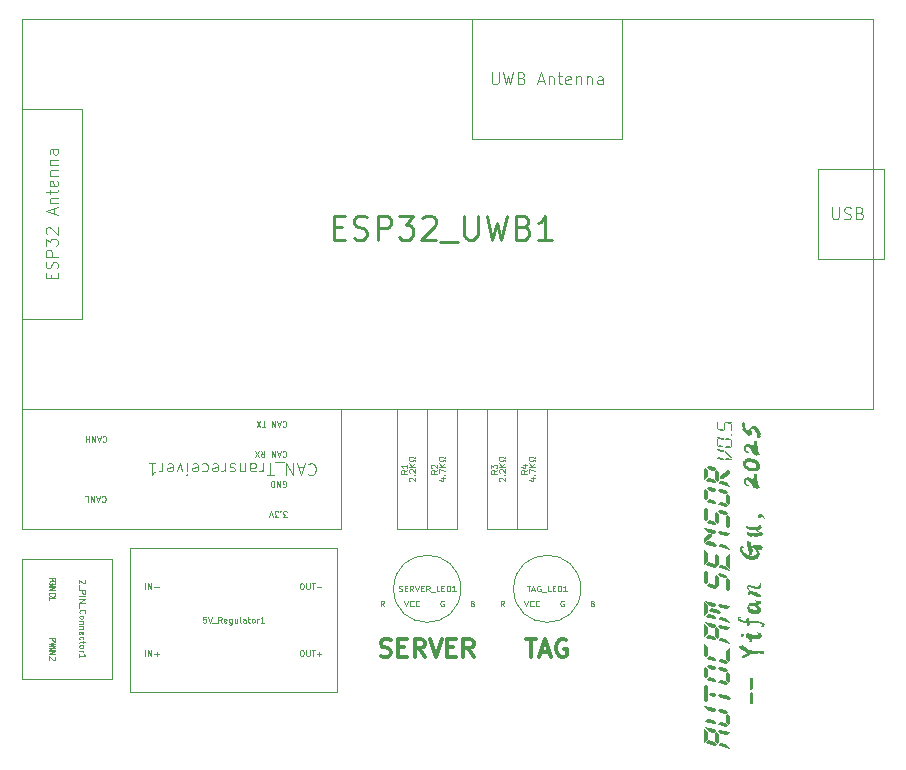
<source format=gto>
%TF.GenerationSoftware,KiCad,Pcbnew,9.0.0*%
%TF.CreationDate,2025-03-27T04:45:29-07:00*%
%TF.ProjectId,sensor,73656e73-6f72-42e6-9b69-6361645f7063,v0.5*%
%TF.SameCoordinates,Original*%
%TF.FileFunction,Legend,Top*%
%TF.FilePolarity,Positive*%
%FSLAX46Y46*%
G04 Gerber Fmt 4.6, Leading zero omitted, Abs format (unit mm)*
G04 Created by KiCad (PCBNEW 9.0.0) date 2025-03-27 04:45:29*
%MOMM*%
%LPD*%
G01*
G04 APERTURE LIST*
%ADD10C,0.150000*%
%ADD11C,0.300000*%
%ADD12C,0.500000*%
%ADD13C,0.250000*%
%ADD14C,0.100000*%
%ADD15C,0.062500*%
G04 APERTURE END LIST*
D10*
G36*
X174647257Y-135224228D02*
G01*
X174642006Y-134928939D01*
X174645780Y-134713971D01*
X174653119Y-134634870D01*
X174668506Y-134570512D01*
X174682428Y-134538272D01*
X174705998Y-134501880D01*
X174741210Y-134490648D01*
X174772676Y-134501880D01*
X174795024Y-134510306D01*
X174825555Y-134521542D01*
X174856207Y-134532655D01*
X174882707Y-134550851D01*
X174896108Y-134573542D01*
X174903590Y-134615331D01*
X174906399Y-134851880D01*
X174912017Y-135252316D01*
X174918309Y-135418667D01*
X174914825Y-135453817D01*
X174886239Y-135488989D01*
X174858894Y-135498635D01*
X174830928Y-135509015D01*
X174813905Y-135519752D01*
X174786232Y-135514267D01*
X174724682Y-135514267D01*
X174671682Y-135515854D01*
X174661407Y-135508476D01*
X174657638Y-135493018D01*
X174651165Y-135472135D01*
X174652386Y-135456625D01*
X174656662Y-135420926D01*
X174647257Y-135224228D01*
G37*
G36*
X174647257Y-133969797D02*
G01*
X174642006Y-133674507D01*
X174645780Y-133459539D01*
X174653119Y-133380439D01*
X174668506Y-133316081D01*
X174682428Y-133283841D01*
X174705998Y-133247449D01*
X174741210Y-133236217D01*
X174772676Y-133247449D01*
X174795024Y-133255875D01*
X174825555Y-133267110D01*
X174856207Y-133278223D01*
X174882707Y-133296420D01*
X174896108Y-133319111D01*
X174903590Y-133360900D01*
X174906399Y-133597449D01*
X174912017Y-133997885D01*
X174918309Y-134164235D01*
X174914825Y-134199385D01*
X174886239Y-134234558D01*
X174858894Y-134244204D01*
X174830928Y-134254584D01*
X174813905Y-134265321D01*
X174786232Y-134259835D01*
X174724682Y-134259835D01*
X174671682Y-134261423D01*
X174661407Y-134254045D01*
X174657638Y-134238586D01*
X174651165Y-134217704D01*
X174652386Y-134202194D01*
X174656662Y-134166494D01*
X174647257Y-133969797D01*
G37*
G36*
X174048350Y-130479344D02*
G01*
X174099054Y-130532323D01*
X174146407Y-130591641D01*
X174205178Y-130641378D01*
X174234609Y-130672152D01*
X174252805Y-130688883D01*
X174272345Y-130695966D01*
X174283458Y-130708544D01*
X174297502Y-130721001D01*
X174311423Y-130722466D01*
X174318506Y-130716849D01*
X174317041Y-130725153D01*
X174312418Y-130739316D01*
X174333772Y-130744815D01*
X174350624Y-130750432D01*
X174358929Y-130753241D01*
X174361737Y-130751898D01*
X174361737Y-130756050D01*
X174374316Y-130772902D01*
X174395321Y-130784015D01*
X174412174Y-130792320D01*
X174440139Y-130821751D01*
X174454061Y-130842634D01*
X174462488Y-130856678D01*
X174479218Y-130865104D01*
X174484544Y-130860933D01*
X174470792Y-130839825D01*
X174465174Y-130834330D01*
X174452818Y-130820247D01*
X174456870Y-130817477D01*
X174476409Y-130828712D01*
X174487523Y-130849595D01*
X174507184Y-130871943D01*
X174549072Y-130890017D01*
X174572885Y-130901252D01*
X174590959Y-130906870D01*
X174599386Y-130906870D01*
X174602195Y-130912487D01*
X174635778Y-130906870D01*
X174648337Y-130899761D01*
X174649700Y-130892826D01*
X174649700Y-130887208D01*
X174672048Y-130895634D01*
X174700014Y-130899909D01*
X174714058Y-130901252D01*
X174739215Y-130911022D01*
X174761563Y-130915174D01*
X174775485Y-130920669D01*
X174848269Y-130947292D01*
X174916657Y-130962557D01*
X174927892Y-130966831D01*
X174976863Y-130980753D01*
X175036947Y-130993332D01*
X175055021Y-130993332D01*
X175085795Y-130991988D01*
X175122188Y-130993332D01*
X175162732Y-130997484D01*
X175208772Y-131001636D01*
X175222816Y-131009940D01*
X175208772Y-131018366D01*
X175192041Y-131021175D01*
X175208772Y-131026793D01*
X175236860Y-131028136D01*
X175239546Y-131021175D01*
X175231120Y-131008719D01*
X175239546Y-131005910D01*
X175252125Y-131005910D01*
X175271664Y-131005910D01*
X175286133Y-131007703D01*
X175299630Y-130998949D01*
X175306591Y-130996140D01*
X175310865Y-131003223D01*
X175334557Y-131004567D01*
X175358590Y-131008385D01*
X175368140Y-131017145D01*
X175377252Y-131023629D01*
X175401723Y-131026671D01*
X175443611Y-131021175D01*
X175437994Y-131015680D01*
X175424072Y-131010184D01*
X175436650Y-131007376D01*
X175463273Y-131010184D01*
X175480003Y-131018611D01*
X175505160Y-131022885D01*
X175530317Y-131015802D01*
X175510778Y-131012993D01*
X175495102Y-131011874D01*
X175491116Y-131004689D01*
X175502352Y-130996263D01*
X175555474Y-131004567D01*
X175588936Y-131001758D01*
X175609941Y-130996140D01*
X175628137Y-130998949D01*
X175646211Y-131008841D01*
X175664407Y-131004567D01*
X175681259Y-130996140D01*
X175692372Y-130993454D01*
X175700799Y-130987958D01*
X175723147Y-130976723D01*
X175732795Y-130971106D01*
X175739756Y-130979532D01*
X175755021Y-130990645D01*
X175773095Y-130998949D01*
X175786894Y-131005788D01*
X175799351Y-131014092D01*
X175825729Y-131034853D01*
X175841041Y-131052457D01*
X175831347Y-131070757D01*
X175822920Y-131084678D01*
X175825729Y-131111057D01*
X175829040Y-131131402D01*
X175836842Y-131140122D01*
X175850102Y-131143317D01*
X175853451Y-131137313D01*
X175855710Y-131128948D01*
X175861877Y-131131817D01*
X175867372Y-131145739D01*
X175857725Y-131162348D01*
X175848199Y-131176147D01*
X175842948Y-131184452D01*
X175837819Y-131195443D01*
X175831344Y-131211686D01*
X175809853Y-131217669D01*
X175798021Y-131221105D01*
X175790192Y-131231713D01*
X175751113Y-131258701D01*
X175700799Y-131277142D01*
X175682603Y-131284225D01*
X175673882Y-131286920D01*
X175654637Y-131280073D01*
X175638407Y-131268012D01*
X175636441Y-131260411D01*
X175632289Y-131256259D01*
X175615558Y-131249176D01*
X175602566Y-131242217D01*
X175575014Y-131242215D01*
X175474386Y-131249176D01*
X175141727Y-131263220D01*
X175036947Y-131267372D01*
X175035481Y-131279096D01*
X175027177Y-131281905D01*
X174989442Y-131282881D01*
X174913971Y-131282881D01*
X174786720Y-131282881D01*
X174758754Y-131285812D01*
X174747519Y-131288621D01*
X174707905Y-131281561D01*
X174680474Y-131288621D01*
X174599386Y-131350781D01*
X174475066Y-131421611D01*
X174297502Y-131506486D01*
X174210917Y-131536283D01*
X174175189Y-131550301D01*
X174168908Y-131557533D01*
X174138133Y-131578782D01*
X174096245Y-131594291D01*
X174068280Y-131604305D01*
X174016622Y-131614197D01*
X173987964Y-131610066D01*
X173973269Y-131600031D01*
X173960691Y-131574507D01*
X173964843Y-131554724D01*
X173970460Y-131532131D01*
X173985848Y-131486824D01*
X174006730Y-131455683D01*
X174017966Y-131435778D01*
X174038437Y-131404852D01*
X174083667Y-131360795D01*
X174133677Y-131325100D01*
X174160481Y-131316831D01*
X174216413Y-131297414D01*
X174237418Y-131280683D01*
X174252805Y-131272257D01*
X174261109Y-131270791D01*
X174289075Y-131256870D01*
X174317041Y-131241604D01*
X174320703Y-131239773D01*
X175126950Y-131239773D01*
X175135377Y-131245390D01*
X175140994Y-131245390D01*
X175157725Y-131239773D01*
X175143803Y-131234155D01*
X175126950Y-131239773D01*
X174320703Y-131239773D01*
X174328276Y-131235987D01*
X174342198Y-131230491D01*
X174339389Y-131224874D01*
X174335237Y-131224874D01*
X174336580Y-131222065D01*
X174350624Y-131226217D01*
X174361737Y-131226217D01*
X174356242Y-131219256D01*
X174349516Y-131216683D01*
X174354555Y-131212878D01*
X175328220Y-131212878D01*
X175334557Y-131225973D01*
X175344903Y-131235159D01*
X175345803Y-131234277D01*
X175388412Y-131234277D01*
X175391221Y-131239773D01*
X175398182Y-131234277D01*
X175395373Y-131228660D01*
X175451305Y-131228660D01*
X175454114Y-131234155D01*
X175459609Y-131228660D01*
X175468035Y-131228660D01*
X175473653Y-131234155D01*
X175498810Y-131228660D01*
X175526776Y-131228660D01*
X175530002Y-131234134D01*
X175543506Y-131228660D01*
X175758684Y-131228660D01*
X175758807Y-131236964D01*
X175768454Y-131234277D01*
X175768454Y-131225851D01*
X175758684Y-131228660D01*
X175543506Y-131228660D01*
X175540698Y-131223042D01*
X175565855Y-131223042D01*
X175577090Y-131225851D01*
X175588203Y-131220233D01*
X175577090Y-131217424D01*
X175565855Y-131223042D01*
X175540698Y-131223042D01*
X175526776Y-131228660D01*
X175498810Y-131228660D01*
X175490384Y-131223042D01*
X175468035Y-131228660D01*
X175459609Y-131228660D01*
X175456800Y-131223042D01*
X175451305Y-131228660D01*
X175395373Y-131228660D01*
X175388412Y-131234277D01*
X175345803Y-131234277D01*
X175351409Y-131228782D01*
X175354218Y-131220477D01*
X175361179Y-131213517D01*
X175437994Y-131212051D01*
X175513587Y-131208754D01*
X175544239Y-131198740D01*
X175563779Y-131192145D01*
X175572205Y-131192145D01*
X175588936Y-131194954D01*
X175605788Y-131193611D01*
X175608597Y-131189336D01*
X175591744Y-131183841D01*
X175572205Y-131192145D01*
X175563779Y-131192145D01*
X175540087Y-131192145D01*
X175502352Y-131194588D01*
X175491116Y-131192145D01*
X175482690Y-131186650D01*
X175468768Y-131193122D01*
X175457533Y-131194588D01*
X175407219Y-131194588D01*
X175356905Y-131199595D01*
X175331748Y-131204602D01*
X175328220Y-131212878D01*
X174354555Y-131212878D01*
X174364546Y-131205334D01*
X174386894Y-131196908D01*
X174405091Y-131187260D01*
X174408790Y-131182498D01*
X175786650Y-131182498D01*
X175795077Y-131194954D01*
X175809121Y-131197763D01*
X175803503Y-131186650D01*
X175792879Y-131179837D01*
X175786650Y-131182498D01*
X174408790Y-131182498D01*
X174414860Y-131174682D01*
X174396051Y-131151601D01*
X175509923Y-131151601D01*
X175546315Y-131155753D01*
X175582585Y-131150258D01*
X175546315Y-131146106D01*
X175509923Y-131151601D01*
X174396051Y-131151601D01*
X174384208Y-131137069D01*
X174333772Y-131099455D01*
X174286266Y-131064528D01*
X174230457Y-131025450D01*
X174228331Y-131024228D01*
X175129759Y-131024228D01*
X175132568Y-131029846D01*
X175138185Y-131024228D01*
X175135377Y-131018611D01*
X175129759Y-131024228D01*
X174228331Y-131024228D01*
X174169901Y-130990645D01*
X174291151Y-130990645D01*
X174349892Y-131018611D01*
X174352700Y-131015802D01*
X174319117Y-130998949D01*
X174291151Y-130990645D01*
X174169901Y-130990645D01*
X174167564Y-130989302D01*
X174152662Y-130982219D01*
X174260377Y-130982219D01*
X174265994Y-130985027D01*
X174271612Y-130982219D01*
X174260377Y-130982219D01*
X174152662Y-130982219D01*
X174138077Y-130975287D01*
X174112976Y-130971106D01*
X174079515Y-130965488D01*
X174034818Y-130940209D01*
X173955073Y-130891116D01*
X173867024Y-130836283D01*
X173789803Y-130786214D01*
X174352700Y-130786214D01*
X174358318Y-130794640D01*
X174363814Y-130789022D01*
X174358318Y-130780596D01*
X174352700Y-130786214D01*
X173789803Y-130786214D01*
X173759440Y-130766527D01*
X173710464Y-130709766D01*
X173700194Y-130674447D01*
X173703503Y-130647972D01*
X173720134Y-130625035D01*
X173760778Y-130597414D01*
X173826479Y-130560900D01*
X173864215Y-130535498D01*
X173938342Y-130490680D01*
X174006730Y-130465279D01*
X174048350Y-130479344D01*
G37*
G36*
X175238814Y-131291308D02*
G01*
X175199613Y-131288499D01*
X175224770Y-131285690D01*
X175307324Y-131282881D01*
X175373025Y-131282881D01*
X175238814Y-131291308D01*
G37*
G36*
X175507847Y-131282881D02*
G01*
X175452038Y-131285690D01*
X175404532Y-131282881D01*
X175432376Y-131277264D01*
X175498616Y-131274264D01*
X175507847Y-131282881D01*
G37*
G36*
X175538622Y-131274333D02*
G01*
X175524700Y-131277142D01*
X175524700Y-131271524D01*
X175535813Y-131271524D01*
X175538622Y-131274333D01*
G37*
G36*
X175073827Y-130985027D02*
G01*
X175068332Y-130990645D01*
X175062714Y-130985027D01*
X175068332Y-130979410D01*
X175073827Y-130985027D01*
G37*
G36*
X174629428Y-130884155D02*
G01*
X174634631Y-130889724D01*
X174621001Y-130898199D01*
X174609888Y-130899664D01*
X174615384Y-130892581D01*
X174615384Y-130884155D01*
X174609888Y-130884155D01*
X174616849Y-130878660D01*
X174629428Y-130884155D01*
G37*
G36*
X174581190Y-130870600D02*
G01*
X174599386Y-130891604D01*
X174592425Y-130884644D01*
X174583905Y-130877651D01*
X174571420Y-130878904D01*
X174565802Y-130876217D01*
X174565802Y-130867791D01*
X174557262Y-130859425D01*
X174560307Y-130853747D01*
X174581190Y-130870600D01*
G37*
G36*
X174766326Y-130886964D02*
G01*
X174758021Y-130889773D01*
X174749595Y-130884277D01*
X174758021Y-130881468D01*
X174766326Y-130886964D01*
G37*
G36*
X174711860Y-130875851D02*
G01*
X174716012Y-130886964D01*
X174704899Y-130886964D01*
X174699281Y-130867424D01*
X174711860Y-130875851D01*
G37*
G36*
X174623810Y-130843611D02*
G01*
X174629428Y-130853380D01*
X174618315Y-130849228D01*
X174612697Y-130839459D01*
X174623810Y-130843611D01*
G37*
G36*
X174291151Y-129798496D02*
G01*
X174284204Y-129759900D01*
X174291151Y-129708858D01*
X174305073Y-129658300D01*
X174326078Y-129582463D01*
X174358196Y-129509312D01*
X174391500Y-129487340D01*
X174443333Y-129485171D01*
X174525991Y-129512121D01*
X174590157Y-129538849D01*
X174699281Y-129572693D01*
X174866954Y-129610551D01*
X174904811Y-129617634D01*
X174959400Y-129630090D01*
X175121392Y-129646231D01*
X175233371Y-129638116D01*
X175308789Y-129613360D01*
X175326568Y-129596513D01*
X175339564Y-129561336D01*
X175343059Y-129521204D01*
X175336755Y-129484033D01*
X175316387Y-129454441D01*
X175261284Y-129411004D01*
X175195037Y-129372448D01*
X175124264Y-129340784D01*
X175082376Y-129326618D01*
X175019247Y-129305050D01*
X174950973Y-129290104D01*
X174928625Y-129281678D01*
X174934045Y-129278187D01*
X174967826Y-129284487D01*
X175011423Y-129292913D01*
X175039511Y-129299996D01*
X175060638Y-129305736D01*
X175107044Y-129318314D01*
X175164686Y-129335167D01*
X175232361Y-129357802D01*
X175336144Y-129416988D01*
X175369972Y-129436772D01*
X175400869Y-129448007D01*
X175414913Y-129448007D01*
X175428957Y-129456556D01*
X175440192Y-129462173D01*
X175445931Y-129462173D01*
X175462159Y-129475592D01*
X175499299Y-129487452D01*
X175521891Y-129503084D01*
X175529998Y-129512335D01*
X175544361Y-129515662D01*
X175560690Y-129520816D01*
X175583807Y-129540942D01*
X175617390Y-129582951D01*
X175637051Y-129609574D01*
X175656835Y-129641692D01*
X175665262Y-129661353D01*
X175673688Y-129717285D01*
X175670290Y-129773676D01*
X175651340Y-129809731D01*
X175642913Y-129823653D01*
X175630213Y-129843314D01*
X175612017Y-129854549D01*
X175598095Y-129865662D01*
X175583701Y-129890003D01*
X175575624Y-129885324D01*
X175558894Y-129890942D01*
X175542041Y-129902055D01*
X175530928Y-129910481D01*
X175497345Y-129932951D01*
X175462296Y-129944064D01*
X175431399Y-129956765D01*
X175386580Y-129973618D01*
X175301095Y-129983265D01*
X175185770Y-129989485D01*
X175102282Y-129980457D01*
X175040733Y-129969343D01*
X174967826Y-129955300D01*
X174923008Y-129958108D01*
X174882970Y-129983753D01*
X174860637Y-130015719D01*
X174853032Y-130056050D01*
X174839206Y-130122516D01*
X174797140Y-130178517D01*
X174718820Y-130226898D01*
X174671822Y-130243121D01*
X174641397Y-130242335D01*
X174621001Y-130229706D01*
X174606288Y-130194552D01*
X174623810Y-130151304D01*
X174636388Y-130114488D01*
X174623810Y-130075711D01*
X174568209Y-130017195D01*
X174456137Y-129941256D01*
X174338656Y-129867128D01*
X174311703Y-129837105D01*
X174291151Y-129798496D01*
G37*
G36*
X173894501Y-129823286D02*
G01*
X173891692Y-129789703D01*
X173894501Y-129733771D01*
X173910832Y-129593139D01*
X173925153Y-129551688D01*
X173947624Y-129537766D01*
X173983894Y-129518227D01*
X174017477Y-129497222D01*
X174051061Y-129484521D01*
X174072287Y-129478547D01*
X174087453Y-129483178D01*
X174099645Y-129496985D01*
X174113953Y-129527997D01*
X174129769Y-129560659D01*
X174151689Y-129588203D01*
X174176846Y-129616168D01*
X174171705Y-129632467D01*
X174151689Y-129655369D01*
X174076218Y-129750502D01*
X174035029Y-129805819D01*
X174020286Y-129812173D01*
X174011860Y-129814982D01*
X173993663Y-129828904D01*
X173961546Y-129831713D01*
X173942006Y-129834521D01*
X173918192Y-129838796D01*
X173894501Y-129823286D01*
G37*
G36*
X175510045Y-129029741D02*
G01*
X175501741Y-129032550D01*
X175486354Y-129032550D01*
X175483545Y-129043785D01*
X175484888Y-129052212D01*
X175479271Y-129046594D01*
X175472310Y-129042442D01*
X175465349Y-129049403D01*
X175461957Y-129054700D01*
X175434574Y-129049403D01*
X175426148Y-129046594D01*
X175426148Y-129040976D01*
X175443001Y-129043785D01*
X175459731Y-129043785D01*
X175456922Y-129035359D01*
X175448618Y-129032550D01*
X175454114Y-129029741D01*
X175476462Y-129024124D01*
X175490977Y-129022641D01*
X175510045Y-129029741D01*
G37*
G36*
X175392564Y-129050624D02*
G01*
X175375834Y-129049281D01*
X175386947Y-129045006D01*
X175409295Y-129045006D01*
X175392564Y-129050624D01*
G37*
G36*
X175549124Y-129039389D02*
G01*
X175540698Y-129045006D01*
X175535080Y-129039389D01*
X175543506Y-129033771D01*
X175549124Y-129039389D01*
G37*
G36*
X175358981Y-129028154D02*
G01*
X175353486Y-129033771D01*
X175350677Y-129028154D01*
X175356294Y-129022536D01*
X175358981Y-129028154D01*
G37*
G36*
X175453991Y-129017041D02*
G01*
X175445687Y-129018384D01*
X175437261Y-129012888D01*
X175445687Y-129011423D01*
X175453991Y-129017041D01*
G37*
G36*
X175613360Y-129011423D02*
G01*
X175607864Y-129017041D01*
X175605056Y-129011423D01*
X175610551Y-129005805D01*
X175613360Y-129011423D01*
G37*
G36*
X173837069Y-128122161D02*
G01*
X173868855Y-128129706D01*
X173908280Y-128157369D01*
X173936022Y-128194309D01*
X173942983Y-128213848D01*
X173919169Y-128208230D01*
X173852125Y-128197117D01*
X173782271Y-128199926D01*
X173764075Y-128222274D01*
X173761265Y-128239383D01*
X173766884Y-128258789D01*
X173799002Y-128297868D01*
X173850080Y-128332067D01*
X173945792Y-128376269D01*
X174049769Y-128413413D01*
X174142896Y-128437941D01*
X174216901Y-128454671D01*
X174274299Y-128465907D01*
X174312166Y-128466891D01*
X174328765Y-128460289D01*
X174336764Y-128439948D01*
X174341343Y-128365156D01*
X174346418Y-128287288D01*
X174358196Y-128244745D01*
X174379231Y-128210369D01*
X174411074Y-128177456D01*
X174454866Y-128149508D01*
X174464197Y-128163534D01*
X174451619Y-128177822D01*
X174444655Y-128182345D01*
X174448810Y-128190767D01*
X174468594Y-128195041D01*
X174478891Y-128193963D01*
X174494361Y-128203590D01*
X174509435Y-128212839D01*
X174518663Y-128210795D01*
X174538691Y-128212138D01*
X174557376Y-128219343D01*
X174575938Y-128206399D01*
X174584123Y-128199778D01*
X174587296Y-128214947D01*
X174587296Y-128260865D01*
X174594379Y-128373949D01*
X174609766Y-128464075D01*
X174629183Y-128484225D01*
X174841186Y-128489842D01*
X175307079Y-128501078D01*
X175546774Y-128533244D01*
X175653171Y-128562749D01*
X175693594Y-128574106D01*
X175735359Y-128589494D01*
X175753433Y-128593768D01*
X175759051Y-128596577D01*
X175767477Y-128602072D01*
X175783654Y-128611082D01*
X175778346Y-128613796D01*
X175783841Y-128619413D01*
X175789459Y-128616604D01*
X175784291Y-128611437D01*
X175795321Y-128617581D01*
X175840017Y-128652630D01*
X175867861Y-128687801D01*
X175872026Y-128704050D01*
X175867861Y-128711493D01*
X175863145Y-128716848D01*
X175865052Y-128731276D01*
X175867861Y-128756433D01*
X175873479Y-128756433D01*
X175879096Y-128750816D01*
X175890209Y-128736894D01*
X175887400Y-128761929D01*
X175873734Y-128815747D01*
X175856748Y-128837278D01*
X175867861Y-128842895D01*
X175881905Y-128842895D01*
X175862243Y-128862435D01*
X175806434Y-128909696D01*
X175781155Y-128926427D01*
X175747693Y-128943157D01*
X175739267Y-128948775D01*
X175733650Y-128959888D01*
X175711301Y-128971123D01*
X175700188Y-128973932D01*
X175700188Y-128979549D01*
X175694571Y-128979549D01*
X175691194Y-128971043D01*
X175705684Y-128957201D01*
X175730841Y-128939005D01*
X175753189Y-128923740D01*
X175783964Y-128902857D01*
X175803503Y-128893087D01*
X175834278Y-128872205D01*
X175851130Y-128848513D01*
X175839965Y-128845766D01*
X175806434Y-128873548D01*
X175782620Y-128893087D01*
X175764424Y-128904078D01*
X175706533Y-128947014D01*
X175647065Y-128979549D01*
X175626061Y-128989319D01*
X175620443Y-128996280D01*
X175620443Y-129000554D01*
X175613482Y-128999089D01*
X175577212Y-129007515D01*
X175538011Y-129015942D01*
X175543629Y-129010324D01*
X175550590Y-128996280D01*
X175552055Y-128990662D01*
X175557550Y-128996280D01*
X175565977Y-128999089D01*
X175571594Y-128990662D01*
X175573060Y-128986510D01*
X175579899Y-128985045D01*
X175585516Y-128985045D01*
X175586982Y-128978084D01*
X175599560Y-128971123D01*
X175613482Y-128962697D01*
X175574403Y-128976741D01*
X175529585Y-128985045D01*
X175543629Y-128976741D01*
X175554742Y-128965627D01*
X175556207Y-128961475D01*
X175560359Y-128962819D01*
X175576244Y-128960105D01*
X175576539Y-128959644D01*
X175649752Y-128959644D01*
X175652439Y-128966604D01*
X175658056Y-128959644D01*
X175655248Y-128952560D01*
X175649752Y-128959644D01*
X175576539Y-128959644D01*
X175579899Y-128954392D01*
X175581364Y-128950240D01*
X175591134Y-128943157D01*
X175601968Y-128935830D01*
X175674909Y-128935830D01*
X175674909Y-128944134D01*
X175686022Y-128941325D01*
X175687488Y-128934487D01*
X175674909Y-128935830D01*
X175601968Y-128935830D01*
X175605511Y-128933434D01*
X175602369Y-128923740D01*
X175593943Y-128920931D01*
X175582707Y-128926549D01*
X175575747Y-128932166D01*
X175575747Y-128923740D01*
X175591134Y-128915313D01*
X175592901Y-128914308D01*
X175608322Y-128914308D01*
X175610673Y-128926549D01*
X175616291Y-128925205D01*
X175623593Y-128918977D01*
X175691640Y-128918977D01*
X175694449Y-128924595D01*
X175701409Y-128918977D01*
X175700005Y-128916168D01*
X175722414Y-128916168D01*
X175733527Y-128913360D01*
X175744763Y-128904933D01*
X175733527Y-128907742D01*
X175722414Y-128916168D01*
X175700005Y-128916168D01*
X175698601Y-128913360D01*
X175691640Y-128918977D01*
X175623593Y-128918977D01*
X175624595Y-128918122D01*
X175635830Y-128915313D01*
X175630213Y-128909696D01*
X175624717Y-128909696D01*
X175608322Y-128914308D01*
X175592901Y-128914308D01*
X175610673Y-128904200D01*
X175639430Y-128883320D01*
X175644257Y-128887470D01*
X175649874Y-128890279D01*
X175649874Y-128885394D01*
X175758684Y-128885394D01*
X175761493Y-128891011D01*
X175767111Y-128885394D01*
X175764302Y-128879776D01*
X175758684Y-128885394D01*
X175649874Y-128885394D01*
X175649874Y-128876357D01*
X175641448Y-128873548D01*
X175644951Y-128868928D01*
X175773473Y-128868928D01*
X175781277Y-128870739D01*
X175789581Y-128865122D01*
X175783964Y-128862435D01*
X175773473Y-128868928D01*
X175644951Y-128868928D01*
X175649874Y-128862435D01*
X175660987Y-128849856D01*
X175673566Y-128827630D01*
X175688953Y-128794169D01*
X175687147Y-128779026D01*
X175830125Y-128779026D01*
X175831591Y-128790139D01*
X175837775Y-128784644D01*
X175862121Y-128784644D01*
X175869082Y-128792948D01*
X175876165Y-128781835D01*
X175873356Y-128774874D01*
X175870548Y-128773408D01*
X175862121Y-128784644D01*
X175837775Y-128784644D01*
X175838735Y-128783791D01*
X175842704Y-128750938D01*
X175837086Y-128737016D01*
X175831469Y-128753869D01*
X175830125Y-128779026D01*
X175687147Y-128779026D01*
X175686761Y-128775788D01*
X175674909Y-128763394D01*
X175651218Y-128746786D01*
X175623252Y-128737016D01*
X175578555Y-128724438D01*
X175542163Y-128717477D01*
X175529585Y-128714668D01*
X175512854Y-128711859D01*
X175498932Y-128711859D01*
X175490506Y-128700746D01*
X175496123Y-128695129D01*
X175512854Y-128695129D01*
X175547903Y-128700746D01*
X175577212Y-128709172D01*
X175607864Y-128720286D01*
X175646943Y-128735795D01*
X175683335Y-128737138D01*
X175688817Y-128732173D01*
X175704340Y-128732986D01*
X175736458Y-128745565D01*
X175753311Y-128751060D01*
X175744434Y-128738611D01*
X175697379Y-128714668D01*
X175638574Y-128693523D01*
X175549246Y-128674368D01*
X175395373Y-128658858D01*
X175381329Y-128654340D01*
X175365942Y-128649821D01*
X175349211Y-128642250D01*
X175333946Y-128642250D01*
X175314285Y-128643715D01*
X175319902Y-128631625D01*
X175327637Y-128622344D01*
X175336755Y-128622344D01*
X175351456Y-128627206D01*
X175487697Y-128647501D01*
X175563168Y-128664354D01*
X175638639Y-128685359D01*
X175691762Y-128703555D01*
X175718972Y-128712813D01*
X175739267Y-128711859D01*
X175701855Y-128693643D01*
X175593943Y-128661545D01*
X175476674Y-128635614D01*
X175381451Y-128622344D01*
X175357760Y-128621001D01*
X175342372Y-128621001D01*
X175336755Y-128622344D01*
X175327637Y-128622344D01*
X175329672Y-128619902D01*
X175314285Y-128619902D01*
X175291936Y-128614284D01*
X175278759Y-128604496D01*
X175275084Y-128614284D01*
X175268123Y-128622711D01*
X175261162Y-128614284D01*
X175252857Y-128605858D01*
X175241622Y-128614284D01*
X175232402Y-128619475D01*
X175187034Y-128622711D01*
X175129637Y-128622711D01*
X175093367Y-128622711D01*
X175059784Y-128628328D01*
X175037435Y-128636510D01*
X175021656Y-128639564D01*
X175017774Y-128646402D01*
X175010813Y-128650554D01*
X174998234Y-128644937D01*
X174992617Y-128644937D01*
X174994082Y-128631015D01*
X174994672Y-128626496D01*
X175009592Y-128626496D01*
X175018018Y-128627840D01*
X175026322Y-128622222D01*
X175018018Y-128620879D01*
X175009592Y-128626496D01*
X174994672Y-128626496D01*
X174995548Y-128619780D01*
X174989930Y-128625397D01*
X174978695Y-128631015D01*
X174975886Y-128628206D01*
X174985014Y-128620809D01*
X174978695Y-128616971D01*
X174967460Y-128616971D01*
X174947920Y-128628206D01*
X174936807Y-128636510D01*
X174933998Y-128625519D01*
X174925572Y-128612941D01*
X174910185Y-128614284D01*
X174802474Y-128622711D01*
X174713275Y-128619007D01*
X174701846Y-128614284D01*
X174699037Y-128611475D01*
X174685115Y-128617093D01*
X174673880Y-128622466D01*
X174682306Y-128627718D01*
X174687794Y-128630710D01*
X174682306Y-128642861D01*
X174673880Y-128645425D01*
X174654340Y-128650432D01*
X174654340Y-128647623D01*
X174659181Y-128637836D01*
X174651532Y-128631015D01*
X174643105Y-128628206D01*
X174654340Y-128625397D01*
X174665453Y-128619902D01*
X174643105Y-128614406D01*
X174626375Y-128617215D01*
X174626375Y-128700746D01*
X174622250Y-128775484D01*
X174615139Y-128795512D01*
X174588349Y-128814798D01*
X174531242Y-128828974D01*
X174495936Y-128841009D01*
X174506085Y-128854253D01*
X174522178Y-128863523D01*
X174517320Y-128865366D01*
X174503520Y-128862679D01*
X174484005Y-128856686D01*
X174465785Y-128861214D01*
X174435010Y-128866831D01*
X174407044Y-128848635D01*
X174391657Y-128826165D01*
X174383231Y-128809434D01*
X174379079Y-128802473D01*
X174391657Y-128801008D01*
X174399961Y-128778782D01*
X174395297Y-128740177D01*
X174383109Y-128714546D01*
X174377089Y-128709268D01*
X174363569Y-128647745D01*
X174355265Y-128622711D01*
X174307760Y-128619902D01*
X174285412Y-128617093D01*
X174276985Y-128605980D01*
X174279794Y-128605980D01*
X174291029Y-128603171D01*
X174316186Y-128597676D01*
X174315442Y-128596943D01*
X174341465Y-128596943D01*
X174347083Y-128599752D01*
X175496123Y-128599752D01*
X175585516Y-128623565D01*
X175686144Y-128655805D01*
X175723880Y-128664232D01*
X175756120Y-128682428D01*
X175785429Y-128700624D01*
X175811929Y-128717355D01*
X175831591Y-128728590D01*
X175825973Y-128717355D01*
X175823165Y-128707585D01*
X175830125Y-128693663D01*
X175825973Y-128680962D01*
X175821699Y-128680962D01*
X175820356Y-128692198D01*
X175820356Y-128706242D01*
X175798008Y-128686580D01*
X175744540Y-128653241D01*
X175828782Y-128653241D01*
X175837086Y-128672780D01*
X175839895Y-128667285D01*
X175828782Y-128653241D01*
X175744540Y-128653241D01*
X175736250Y-128648072D01*
X175624717Y-128616604D01*
X175522624Y-128595600D01*
X175496123Y-128594256D01*
X175496123Y-128599752D01*
X174347083Y-128599752D01*
X174355387Y-128596943D01*
X174341465Y-128596943D01*
X174315442Y-128596943D01*
X174307760Y-128589371D01*
X174265872Y-128589371D01*
X174240715Y-128594867D01*
X174249141Y-128597676D01*
X174246333Y-128603293D01*
X174232289Y-128601950D01*
X174240715Y-128610376D01*
X174247798Y-128617337D01*
X174235098Y-128614528D01*
X174209941Y-128606102D01*
X174190404Y-128600789D01*
X174117739Y-128597676D01*
X174067425Y-128592180D01*
X174061807Y-128594989D01*
X174088430Y-128603293D01*
X174142896Y-128614406D01*
X174196019Y-128619902D01*
X174211406Y-128621367D01*
X174204323Y-128633824D01*
X174189058Y-128636632D01*
X174155474Y-128631015D01*
X174123356Y-128624054D01*
X174103695Y-128619902D01*
X174095391Y-128614284D01*
X174096734Y-128611597D01*
X174092582Y-128611597D01*
X174080003Y-128608789D01*
X174071577Y-128608789D01*
X174050572Y-128608789D01*
X174033841Y-128600484D01*
X174031033Y-128586563D01*
X174036650Y-128586563D01*
X174053381Y-128589371D01*
X174044883Y-128583021D01*
X175459609Y-128583021D01*
X175462418Y-128588639D01*
X175468035Y-128583021D01*
X175465227Y-128577403D01*
X175459609Y-128583021D01*
X174044883Y-128583021D01*
X174042268Y-128581067D01*
X174029515Y-128573427D01*
X174022606Y-128578380D01*
X174008703Y-128584642D01*
X173980719Y-128575572D01*
X173955562Y-128570076D01*
X173928003Y-128563913D01*
X173894012Y-128542233D01*
X173891326Y-128536615D01*
X173894713Y-128530809D01*
X173891605Y-128528487D01*
X175393887Y-128528487D01*
X175409295Y-128535394D01*
X175433036Y-128541782D01*
X175437261Y-128538203D01*
X175422362Y-128532585D01*
X175445687Y-128532585D01*
X175448496Y-128535394D01*
X175456800Y-128532585D01*
X175445687Y-128532585D01*
X175422362Y-128532585D01*
X175414913Y-128529776D01*
X175393887Y-128528487D01*
X173891605Y-128528487D01*
X173880091Y-128519884D01*
X173863360Y-128511580D01*
X173860551Y-128517075D01*
X173818541Y-128489232D01*
X173799002Y-128477997D01*
X173734766Y-128423775D01*
X173662104Y-128347082D01*
X173642442Y-128319361D01*
X173628520Y-128288586D01*
X173622364Y-128236349D01*
X173633437Y-128190897D01*
X173662104Y-128149246D01*
X173687261Y-128118593D01*
X173765419Y-128118593D01*
X173837069Y-128122161D01*
G37*
G36*
X175677840Y-128990662D02*
G01*
X175655370Y-129001775D01*
X175648219Y-128999570D01*
X175660987Y-128990662D01*
X175675031Y-128987854D01*
X175691762Y-128982236D01*
X175677840Y-128990662D01*
G37*
G36*
X175503743Y-128968807D02*
G01*
X175496001Y-128977840D01*
X175489040Y-128980526D01*
X175490384Y-128975031D01*
X175498810Y-128966604D01*
X175503743Y-128968807D01*
G37*
G36*
X175540820Y-128963796D02*
G01*
X175532516Y-128969413D01*
X175517128Y-128965261D01*
X175521280Y-128955369D01*
X175536078Y-128950518D01*
X175540820Y-128963796D01*
G37*
G36*
X175565855Y-128935830D02*
G01*
X175557550Y-128941325D01*
X175549124Y-128939982D01*
X175557550Y-128934487D01*
X175565855Y-128935830D01*
G37*
G36*
X175820356Y-128876357D02*
G01*
X175814738Y-128873548D01*
X175828782Y-128865122D01*
X175834278Y-128865122D01*
X175820356Y-128876357D01*
G37*
G36*
X175901322Y-128872815D02*
G01*
X175892896Y-128874159D01*
X175901322Y-128865732D01*
X175909749Y-128864389D01*
X175901322Y-128872815D01*
G37*
G36*
X175920862Y-128847658D02*
G01*
X175909749Y-128851810D01*
X175920862Y-128839232D01*
X175932097Y-128834958D01*
X175920862Y-128847658D01*
G37*
G36*
X175904131Y-128806992D02*
G01*
X175895705Y-128822379D01*
X175884469Y-128825188D01*
X175887278Y-128809801D01*
X175898513Y-128798565D01*
X175904131Y-128806992D01*
G37*
G36*
X175934906Y-128813953D02*
G01*
X175930631Y-128823722D01*
X175926479Y-128813953D01*
X175930631Y-128804183D01*
X175934906Y-128813953D01*
G37*
G36*
X175356172Y-128695006D02*
G01*
X175350677Y-128697815D01*
X175345059Y-128690854D01*
X175350677Y-128688045D01*
X175356172Y-128695006D01*
G37*
G36*
X175481957Y-128690854D02*
G01*
X175470844Y-128697815D01*
X175459609Y-128693663D01*
X175470844Y-128686580D01*
X175481957Y-128690854D01*
G37*
G36*
X175423339Y-128686702D02*
G01*
X175437261Y-128695129D01*
X175412104Y-128692320D01*
X175395373Y-128683893D01*
X175423339Y-128686702D01*
G37*
G36*
X175110220Y-128680962D02*
G01*
X175104602Y-128686580D01*
X175098984Y-128680962D01*
X175104602Y-128675345D01*
X175110220Y-128680962D01*
G37*
G36*
X175129759Y-128680962D02*
G01*
X175122798Y-128686580D01*
X175115837Y-128680962D01*
X175122798Y-128675345D01*
X175129759Y-128680962D01*
G37*
G36*
X175374368Y-128679619D02*
G01*
X175375834Y-128686580D01*
X175366064Y-128682428D01*
X175364599Y-128675345D01*
X175374368Y-128679619D01*
G37*
G36*
X175247240Y-128669727D02*
G01*
X175241622Y-128675345D01*
X175194117Y-128683771D01*
X175182882Y-128680962D01*
X175202543Y-128672658D01*
X175233318Y-128665697D01*
X175247240Y-128669727D01*
G37*
G36*
X175308667Y-128683771D02*
G01*
X175303049Y-128680962D01*
X175314285Y-128680962D01*
X175308667Y-128683771D01*
G37*
G36*
X175152107Y-128680962D02*
G01*
X175146612Y-128682428D01*
X175140994Y-128676810D01*
X175146612Y-128675345D01*
X175152107Y-128680962D01*
G37*
G36*
X174716012Y-128672536D02*
G01*
X174696472Y-128680962D01*
X174689523Y-128679025D01*
X174696472Y-128672536D01*
X174707707Y-128669727D01*
X174721629Y-128665697D01*
X174716012Y-128672536D01*
G37*
G36*
X174785987Y-128678154D02*
G01*
X174774752Y-128680962D01*
X174763517Y-128675345D01*
X174774752Y-128672536D01*
X174785987Y-128678154D01*
G37*
G36*
X174732742Y-128664476D02*
G01*
X174735429Y-128658858D01*
X174741047Y-128658858D01*
X174732742Y-128664476D01*
G37*
G36*
X175224770Y-128636510D02*
G01*
X175189843Y-128646280D01*
X175138063Y-128650432D01*
X175118402Y-128650432D01*
X175121211Y-128648234D01*
X175126828Y-128639319D01*
X175129637Y-128639319D01*
X175154794Y-128639319D01*
X175201422Y-128631577D01*
X175224770Y-128636510D01*
G37*
G36*
X174772065Y-128641761D02*
G01*
X174755213Y-128650188D01*
X174760830Y-128641761D01*
X174777561Y-128633335D01*
X174772065Y-128641761D01*
G37*
G36*
X175269466Y-128633824D02*
G01*
X175277153Y-128641924D01*
X175272153Y-128647868D01*
X175261040Y-128640907D01*
X175255422Y-128642250D01*
X175249804Y-128642250D01*
X175254058Y-128633500D01*
X175269466Y-128633824D01*
G37*
G36*
X174813953Y-128633457D02*
G01*
X174808335Y-128638953D01*
X174806992Y-128633457D01*
X174812610Y-128627840D01*
X174813953Y-128633457D01*
G37*
G36*
X174875380Y-128633335D02*
G01*
X174869763Y-128630526D01*
X174880998Y-128630526D01*
X174875380Y-128633335D01*
G37*
G36*
X175784291Y-128611437D02*
G01*
X175783654Y-128611082D01*
X175783841Y-128610987D01*
X175784291Y-128611437D01*
G37*
G36*
X175157969Y-126711999D02*
G01*
X175197170Y-126717616D01*
X175244675Y-126731294D01*
X175301950Y-126744972D01*
X175355073Y-126757550D01*
X175385726Y-126770006D01*
X175426148Y-126788813D01*
X175476022Y-126809067D01*
X175484888Y-126801392D01*
X175491577Y-126796394D01*
X175504428Y-126807498D01*
X175522624Y-126807498D01*
X175528887Y-126804076D01*
X175529585Y-126790767D01*
X175529707Y-126780997D01*
X175552055Y-126802002D01*
X175573574Y-126830988D01*
X175579899Y-126857323D01*
X175574611Y-126889035D01*
X175552421Y-126951479D01*
X175529582Y-126987227D01*
X175490139Y-127022065D01*
X175442715Y-127049390D01*
X175392076Y-127067616D01*
X175349586Y-127087971D01*
X175336755Y-127122937D01*
X175370216Y-127149438D01*
X175400869Y-127174595D01*
X175406486Y-127178747D01*
X175445565Y-127200973D01*
X175493231Y-127248038D01*
X175523601Y-127304043D01*
X175541797Y-127343000D01*
X175564145Y-127394535D01*
X175582097Y-127440453D01*
X175587714Y-127496140D01*
X175579288Y-127574176D01*
X175561870Y-127629818D01*
X175527753Y-127695320D01*
X175485427Y-127753946D01*
X175450938Y-127785690D01*
X175376813Y-127827184D01*
X175319780Y-127849804D01*
X175236005Y-127872152D01*
X175184780Y-127881902D01*
X175093733Y-127886074D01*
X175000663Y-127880565D01*
X174934609Y-127866290D01*
X174863263Y-127841521D01*
X174775485Y-127801322D01*
X174692952Y-127753909D01*
X174600973Y-127682742D01*
X174521369Y-127603815D01*
X174485080Y-127549874D01*
X174423775Y-127400153D01*
X174415349Y-127323949D01*
X174415349Y-127270216D01*
X174445062Y-127212086D01*
X174581922Y-127212086D01*
X174584731Y-127243838D01*
X174594501Y-127265942D01*
X174609888Y-127303311D01*
X174672781Y-127361318D01*
X174760830Y-127416517D01*
X174808335Y-127444239D01*
X174847536Y-127459382D01*
X174900537Y-127480020D01*
X174986295Y-127507512D01*
X175126950Y-127518733D01*
X175186545Y-127514554D01*
X175219274Y-127504811D01*
X175271137Y-127465793D01*
X175282593Y-127427930D01*
X175261162Y-127382445D01*
X175227965Y-127348512D01*
X175157725Y-127296106D01*
X175018018Y-127215383D01*
X174884392Y-127162148D01*
X174836301Y-127151392D01*
X174777561Y-127165069D01*
X174720909Y-127184562D01*
X174665698Y-127181800D01*
X174610380Y-127171748D01*
X174593035Y-127176182D01*
X174581922Y-127212086D01*
X174445062Y-127212086D01*
X174454550Y-127193524D01*
X174459616Y-127184120D01*
X174498025Y-127184120D01*
X174506451Y-127170076D01*
X174514756Y-127149071D01*
X174514756Y-127139302D01*
X174503643Y-127158841D01*
X174498025Y-127184120D01*
X174459616Y-127184120D01*
X174490721Y-127126384D01*
X174507428Y-127108405D01*
X174528478Y-127091667D01*
X174532585Y-127074211D01*
X174541012Y-127062976D01*
X174550904Y-127055893D01*
X174549438Y-127040139D01*
X174541012Y-127026095D01*
X174531144Y-127002325D01*
X174546629Y-126971995D01*
X174569237Y-126955530D01*
X174602439Y-126943785D01*
X174676136Y-126932481D01*
X174739215Y-126938168D01*
X174836947Y-126953150D01*
X174915070Y-126952089D01*
X175000922Y-126946384D01*
X175085429Y-126929253D01*
X175160392Y-126903307D01*
X175191430Y-126883335D01*
X175202543Y-126854759D01*
X175188815Y-126818199D01*
X175137871Y-126780828D01*
X175057339Y-126754253D01*
X175305980Y-126754253D01*
X175320024Y-126768175D01*
X175380059Y-126800123D01*
X175403800Y-126801758D01*
X175407586Y-126797800D01*
X175394152Y-126786493D01*
X175366186Y-126773792D01*
X175333946Y-126762679D01*
X175305980Y-126754253D01*
X175057339Y-126754253D01*
X175021071Y-126742285D01*
X175004340Y-126736789D01*
X175009958Y-126731294D01*
X175029497Y-126731294D01*
X175054654Y-126728485D01*
X175047969Y-126720639D01*
X175012767Y-126711999D01*
X174998070Y-126704903D01*
X175009958Y-126695146D01*
X175018262Y-126692337D01*
X175064293Y-126690630D01*
X175157969Y-126711999D01*
G37*
G36*
X175467303Y-125078991D02*
G01*
X175471455Y-125087417D01*
X175482568Y-125097309D01*
X175477072Y-125107079D01*
X175472920Y-125112697D01*
X175484033Y-125115383D01*
X175493803Y-125123810D01*
X175490994Y-125140662D01*
X175492460Y-125143471D01*
X175496612Y-125143471D01*
X175502229Y-125149089D01*
X175509190Y-125164476D01*
X175517617Y-125185481D01*
X175524578Y-125207829D01*
X175527386Y-125224560D01*
X175533004Y-125235795D01*
X175538499Y-125248496D01*
X175549735Y-125277927D01*
X175558161Y-125297466D01*
X175563779Y-125332393D01*
X175572083Y-125399438D01*
X175577700Y-125434364D01*
X175583196Y-125426060D01*
X175587470Y-125419099D01*
X175597240Y-125423251D01*
X175594431Y-125428747D01*
X175594431Y-125439982D01*
X175594431Y-125511423D01*
X175591622Y-125577002D01*
X175592028Y-125588027D01*
X175577700Y-125619012D01*
X175541308Y-125669448D01*
X175493620Y-125699944D01*
X175414353Y-125722002D01*
X175289738Y-125730875D01*
X175173399Y-125726347D01*
X175080056Y-125714022D01*
X175004585Y-125699978D01*
X174968315Y-125688865D01*
X174866611Y-125647348D01*
X174845216Y-125644047D01*
X174786598Y-125627194D01*
X174654580Y-125584411D01*
X174578383Y-125573114D01*
X174537714Y-125579567D01*
X174521196Y-125597897D01*
X174518175Y-125641238D01*
X174529410Y-125681782D01*
X174548950Y-125720983D01*
X174562871Y-125733562D01*
X174574107Y-125737836D01*
X174568489Y-125740523D01*
X174562871Y-125741866D01*
X174569954Y-125754323D01*
X174582533Y-125755666D01*
X174585220Y-125763970D01*
X174585220Y-125772274D01*
X174586685Y-125776427D01*
X174588028Y-125774961D01*
X174618803Y-125799996D01*
X174730666Y-125892442D01*
X174789027Y-125927434D01*
X174817250Y-125935306D01*
X174841064Y-125939581D01*
X174881608Y-125952159D01*
X174976934Y-125976762D01*
X175080056Y-126013708D01*
X175161144Y-126044483D01*
X175323322Y-126111772D01*
X175340052Y-126117390D01*
X175359714Y-126128625D01*
X175384871Y-126135586D01*
X175402945Y-126136929D01*
X175429445Y-126145355D01*
X175444954Y-126148164D01*
X175449107Y-126156591D01*
X175460342Y-126162086D01*
X175472513Y-126164804D01*
X175485499Y-126181748D01*
X175507847Y-126209713D01*
X175518960Y-126222414D01*
X175527386Y-126226566D01*
X175546926Y-126232184D01*
X175548269Y-126240488D01*
X175538499Y-126247571D01*
X175552543Y-126267110D01*
X175577700Y-126282498D01*
X175574892Y-126290924D01*
X175566465Y-126299350D01*
X175574892Y-126307777D01*
X175595897Y-126332934D01*
X175600049Y-126352473D01*
X175580509Y-126362365D01*
X175568359Y-126369275D01*
X175566465Y-126380561D01*
X175562313Y-126395948D01*
X175527386Y-126408527D01*
X175507847Y-126426723D01*
X175496075Y-126437865D01*
X175474264Y-126442110D01*
X175429445Y-126433684D01*
X175407097Y-126425380D01*
X175416867Y-126435149D01*
X175428102Y-126447728D01*
X175415523Y-126450537D01*
X175395984Y-126456154D01*
X175389047Y-126460934D01*
X175362400Y-126460429D01*
X175330282Y-126456154D01*
X175321856Y-126439424D01*
X175305125Y-126422571D01*
X175278625Y-126412801D01*
X175236615Y-126400101D01*
X175211458Y-126391796D01*
X175194728Y-126360900D01*
X175177875Y-126324630D01*
X175116448Y-126305090D01*
X175024124Y-126271507D01*
X174933217Y-126243191D01*
X174915192Y-126243419D01*
X174913848Y-126247693D01*
X174920687Y-126249036D01*
X174976619Y-126265889D01*
X175031207Y-126288237D01*
X175027055Y-126291046D01*
X174979550Y-126277124D01*
X174870373Y-126240610D01*
X174724435Y-126201677D01*
X174671926Y-126198600D01*
X174656661Y-126215453D01*
X174660813Y-126246228D01*
X174670778Y-126274513D01*
X174666308Y-126288237D01*
X174648234Y-126277124D01*
X174631504Y-126268698D01*
X174613308Y-126270041D01*
X174588151Y-126270041D01*
X174548950Y-126258806D01*
X174522355Y-126240648D01*
X174507062Y-126219727D01*
X174494920Y-126200971D01*
X174487400Y-126198600D01*
X174477753Y-126200066D01*
X174479096Y-126193105D01*
X174485988Y-126149187D01*
X174479096Y-126125816D01*
X174468584Y-126086921D01*
X174481905Y-126033614D01*
X174512752Y-125994056D01*
X174568489Y-125958021D01*
X174597033Y-125942722D01*
X174604881Y-125932742D01*
X174600729Y-125914546D01*
X174554567Y-125857271D01*
X174479025Y-125753644D01*
X174432139Y-125658277D01*
X174409121Y-125569064D01*
X174408651Y-125507112D01*
X174423165Y-125455614D01*
X174451324Y-125415220D01*
X174487400Y-125395408D01*
X174524075Y-125391253D01*
X174597920Y-125395408D01*
X174708318Y-125415069D01*
X174764128Y-125440226D01*
X174810289Y-125461231D01*
X174822868Y-125471001D01*
X174828486Y-125472466D01*
X174859260Y-125476618D01*
X174976786Y-125512776D01*
X175071629Y-125532672D01*
X175180684Y-125543785D01*
X175200345Y-125548059D01*
X175219885Y-125549403D01*
X175328817Y-125538168D01*
X175371382Y-125512408D01*
X175404288Y-125473810D01*
X175423950Y-125454270D01*
X175410028Y-125489197D01*
X175379253Y-125535481D01*
X175358248Y-125550868D01*
X175347013Y-125557829D01*
X175340052Y-125562103D01*
X175336318Y-125558481D01*
X175316361Y-125560638D01*
X175285586Y-125564912D01*
X175225380Y-125566256D01*
X175177875Y-125571873D01*
X175191919Y-125574560D01*
X175200223Y-125577369D01*
X175205841Y-125585795D01*
X175219885Y-125580177D01*
X175225380Y-125584452D01*
X175232463Y-125594221D01*
X175246385Y-125584452D01*
X175275694Y-125574560D01*
X175296699Y-125577369D01*
X175300851Y-125585795D01*
X175307934Y-125592878D01*
X175316361Y-125582986D01*
X175318622Y-125577182D01*
X175331626Y-125574560D01*
X175366038Y-125567806D01*
X175398793Y-125546594D01*
X175429164Y-125508434D01*
X175454602Y-125443035D01*
X175468646Y-125417878D01*
X175460342Y-125452805D01*
X175450572Y-125482236D01*
X175432254Y-125521437D01*
X175403109Y-125568027D01*
X175387557Y-125577369D01*
X175359592Y-125591413D01*
X175348479Y-125602648D01*
X175370827Y-125597030D01*
X175412143Y-125580330D01*
X175449913Y-125535094D01*
X175481598Y-125452805D01*
X175571472Y-125452805D01*
X175577090Y-125463918D01*
X175582585Y-125452805D01*
X175577090Y-125441570D01*
X175571472Y-125452805D01*
X175481598Y-125452805D01*
X175484278Y-125445844D01*
X175493803Y-125350711D01*
X175490994Y-125244221D01*
X175490994Y-125225903D01*
X175504305Y-125225903D01*
X175509923Y-125248373D01*
X175521158Y-125265104D01*
X175519815Y-125253991D01*
X175512732Y-125231643D01*
X175507114Y-125217599D01*
X175504305Y-125225903D01*
X175490994Y-125225903D01*
X175490994Y-125221873D01*
X175502229Y-125213447D01*
X175504213Y-125196652D01*
X175490994Y-125160202D01*
X175485377Y-125143471D01*
X175481225Y-125135045D01*
X175470111Y-125116849D01*
X175461685Y-125084609D01*
X175465837Y-125070565D01*
X175467303Y-125078991D01*
G37*
G36*
X175252735Y-126424403D02*
G01*
X175247240Y-126430020D01*
X175241622Y-126424403D01*
X175247240Y-126418785D01*
X175252735Y-126424403D01*
G37*
G36*
X175115837Y-126323530D02*
G01*
X175104602Y-126323530D01*
X175092270Y-126318007D01*
X175096176Y-126315104D01*
X175104602Y-126315104D01*
X175115837Y-126323530D01*
G37*
G36*
X175443489Y-125403834D02*
G01*
X175435063Y-125426182D01*
X175429445Y-125426182D01*
X175437871Y-125401025D01*
X175446298Y-125386981D01*
X175443489Y-125403834D01*
G37*
G36*
X175588203Y-125388325D02*
G01*
X175582585Y-125399560D01*
X175579899Y-125386981D01*
X175588203Y-125388325D01*
G37*
G36*
X175479148Y-125380020D02*
G01*
X175473653Y-125388325D01*
X175468035Y-125382829D01*
X175473653Y-125374403D01*
X175479148Y-125380020D01*
G37*
G36*
X175588203Y-125365976D02*
G01*
X175582707Y-125371594D01*
X175577090Y-125360359D01*
X175582707Y-125354741D01*
X175588203Y-125365976D01*
G37*
G36*
X175568663Y-125290383D02*
G01*
X175577090Y-125308579D01*
X175582585Y-125319815D01*
X175574281Y-125315540D01*
X175565855Y-125293192D01*
X175565855Y-125283422D01*
X175568663Y-125290383D01*
G37*
G36*
X175549124Y-125184015D02*
G01*
X175543506Y-125186702D01*
X175537889Y-125181207D01*
X175543506Y-125178398D01*
X175549124Y-125184015D01*
G37*
G36*
X175479148Y-125181207D02*
G01*
X175473653Y-125184015D01*
X175468035Y-125175589D01*
X175473653Y-125172780D01*
X175479148Y-125181207D01*
G37*
G36*
X175453991Y-125125153D02*
G01*
X175469501Y-125151775D01*
X175470844Y-125158736D01*
X175455457Y-125143349D01*
X175445687Y-125116727D01*
X175451305Y-125113918D01*
X175453991Y-125125153D01*
G37*
G36*
X175440070Y-125095844D02*
G01*
X175434452Y-125094378D01*
X175434452Y-125080334D01*
X175440070Y-125095844D01*
G37*
G36*
X175420530Y-125039790D02*
G01*
X175420530Y-125049560D01*
X175412104Y-125046751D01*
X175412104Y-125032707D01*
X175420530Y-125039790D01*
G37*
G36*
X175430300Y-125020251D02*
G01*
X175431765Y-125027212D01*
X175421996Y-125024403D01*
X175420530Y-125017442D01*
X175430300Y-125020251D01*
G37*
G36*
X175403800Y-124986545D02*
G01*
X175417721Y-125007550D01*
X175400991Y-124996315D01*
X175383729Y-124974759D01*
X175386947Y-124971158D01*
X175403800Y-124986545D01*
G37*
G36*
X175357638Y-124936231D02*
G01*
X175364599Y-124951618D01*
X175340907Y-124946001D01*
X175328329Y-124931957D01*
X175345059Y-124940383D01*
X175350677Y-124946001D01*
X175356172Y-124940383D01*
X175347868Y-124931957D01*
X175345059Y-124926339D01*
X175357638Y-124936231D01*
G37*
G36*
X174306539Y-123044570D02*
G01*
X174356853Y-123072536D01*
X174388971Y-123096350D01*
X174386162Y-123103311D01*
X174321926Y-123064110D01*
X174299578Y-123052875D01*
X174288342Y-123038953D01*
X174306539Y-123044570D01*
G37*
G36*
X175121455Y-122845757D02*
G01*
X175107411Y-122852718D01*
X175115837Y-122837330D01*
X175129759Y-122830369D01*
X175121455Y-122845757D01*
G37*
G36*
X174448688Y-121641273D02*
G01*
X174446274Y-121657911D01*
X174452840Y-121669239D01*
X174461144Y-121690244D01*
X174461266Y-121695861D01*
X174472379Y-121693052D01*
X174486301Y-121684626D01*
X174504497Y-121666552D01*
X174526846Y-121656660D01*
X174545042Y-121666552D01*
X174547850Y-121681817D01*
X174550659Y-121695861D01*
X174567512Y-121704288D01*
X174578625Y-121708562D01*
X174592669Y-121735184D01*
X174607169Y-121749067D01*
X174617826Y-121749106D01*
X174634679Y-121746297D01*
X174644449Y-121740680D01*
X174655684Y-121732253D01*
X174672414Y-121751915D01*
X174678032Y-121777072D01*
X174679375Y-121782690D01*
X174688668Y-121780721D01*
X174710150Y-121763028D01*
X174730897Y-121749770D01*
X174739459Y-121751915D01*
X174741981Y-121759897D01*
X174735307Y-121768646D01*
X174729689Y-121788307D01*
X174746420Y-121789773D01*
X174750694Y-121799542D01*
X174740924Y-121807847D01*
X174738116Y-121817738D01*
X174743611Y-121855474D01*
X174749198Y-121942073D01*
X174758388Y-121961842D01*
X174763891Y-121976901D01*
X174767058Y-122032306D01*
X174771339Y-122086278D01*
X174778294Y-122097030D01*
X174785377Y-122095687D01*
X174783911Y-122088848D01*
X174786720Y-122079323D01*
X174792215Y-122083353D01*
X174796692Y-122089544D01*
X174817495Y-122080666D01*
X174864798Y-122052050D01*
X174918245Y-122031329D01*
X174968803Y-122017651D01*
X175016528Y-122010286D01*
X175134033Y-122006660D01*
X175251102Y-122011354D01*
X175296455Y-122020704D01*
X175313185Y-122023391D01*
X175301950Y-122015087D01*
X175285220Y-122001043D01*
X175290837Y-121992616D01*
X175318803Y-121995425D01*
X175364965Y-122003851D01*
X175371926Y-122003851D01*
X175381696Y-122002508D01*
X175399892Y-122009469D01*
X175413814Y-122017895D01*
X175448862Y-122036092D01*
X175471670Y-122036906D01*
X175468035Y-122035115D01*
X175461074Y-122030840D01*
X175445687Y-122026688D01*
X175434452Y-122018384D01*
X175445687Y-122016918D01*
X175466755Y-122025909D01*
X175474828Y-122037019D01*
X175486476Y-122037435D01*
X175500520Y-122037435D01*
X175508946Y-122040244D01*
X175514442Y-122045861D01*
X175548025Y-122072606D01*
X175589913Y-122093611D01*
X175585760Y-122082376D01*
X175580143Y-122066866D01*
X175591378Y-122072484D01*
X175603957Y-122082376D01*
X175606765Y-122093611D01*
X175613726Y-122108998D01*
X175640227Y-122135621D01*
X175665384Y-122157969D01*
X175684745Y-122168893D01*
X175739511Y-122229410D01*
X175785880Y-122295027D01*
X175788360Y-122309399D01*
X175780056Y-122303782D01*
X175768820Y-122300851D01*
X175766012Y-122300851D01*
X175766012Y-122292547D01*
X175754899Y-122258841D01*
X175718506Y-122225258D01*
X175710080Y-122216953D01*
X175693349Y-122201444D01*
X175675153Y-122184591D01*
X175662575Y-122174821D01*
X175659766Y-122180317D01*
X175648653Y-122172013D01*
X175630457Y-122157969D01*
X175595530Y-122138429D01*
X175559851Y-122116035D01*
X175556451Y-122118768D01*
X175581608Y-122149542D01*
X175696158Y-122261772D01*
X175754899Y-122331870D01*
X175754251Y-122355285D01*
X175749281Y-122359835D01*
X175743663Y-122357027D01*
X175728276Y-122354218D01*
X175707271Y-122359835D01*
X175684923Y-122375345D01*
X175665384Y-122390732D01*
X175659766Y-122393541D01*
X175673810Y-122407585D01*
X175673810Y-122415889D01*
X175665384Y-122410394D01*
X175648653Y-122396350D01*
X175643035Y-122387923D01*
X175635952Y-122390732D01*
X175634609Y-122401967D01*
X175631800Y-122413203D01*
X175616535Y-122414546D01*
X175602613Y-122414546D01*
X175603957Y-122421751D01*
X175605300Y-122449595D01*
X175596481Y-122461152D01*
X175585760Y-122462662D01*
X175575380Y-122463705D01*
X175569030Y-122472920D01*
X175562993Y-122480939D01*
X175553643Y-122478782D01*
X175535446Y-122477316D01*
X175465593Y-122483178D01*
X175408965Y-122479379D01*
X175388656Y-122471943D01*
X175360635Y-122457223D01*
X175343960Y-122469134D01*
X175346420Y-122489117D01*
X175377543Y-122556085D01*
X175398601Y-122600243D01*
X175408196Y-122634609D01*
X175412470Y-122644378D01*
X175416622Y-122656957D01*
X175419094Y-122669191D01*
X175425049Y-122665383D01*
X175433353Y-122651339D01*
X175438971Y-122634609D01*
X175447519Y-122653331D01*
X175458510Y-122797152D01*
X175455823Y-122835010D01*
X175448862Y-122856015D01*
X175440436Y-122900833D01*
X175429201Y-122925990D01*
X175418088Y-122942843D01*
X175388656Y-122980701D01*
X175363499Y-123017215D01*
X175352386Y-123032602D01*
X175330038Y-123045181D01*
X175318803Y-123066186D01*
X175315994Y-123071803D01*
X175307568Y-123063377D01*
X175310377Y-123054951D01*
X175315994Y-123049333D01*
X175313518Y-123042398D01*
X175304759Y-123049333D01*
X175299264Y-123063377D01*
X175276793Y-123088534D01*
X175257243Y-123103574D01*
X175254445Y-123113813D01*
X175265680Y-123120896D01*
X175261528Y-123137749D01*
X175246141Y-123147519D01*
X175227945Y-123158754D01*
X175209749Y-123169867D01*
X175201322Y-123175484D01*
X175215366Y-123178293D01*
X175226479Y-123172676D01*
X175215366Y-123184033D01*
X175176165Y-123195268D01*
X175125851Y-123212243D01*
X175096542Y-123220791D01*
X175078468Y-123222135D01*
X175060272Y-123230561D01*
X175053189Y-123233370D01*
X175009958Y-123236179D01*
X174963796Y-123243262D01*
X174977718Y-123248879D01*
X175081155Y-123240331D01*
X175120356Y-123234713D01*
X175118890Y-123237522D01*
X175109121Y-123246071D01*
X175097885Y-123257428D01*
X175072728Y-123278555D01*
X175060150Y-123282707D01*
X175030841Y-123294064D01*
X175014110Y-123296873D01*
X175019728Y-123285638D01*
X175025223Y-123277212D01*
X175016919Y-123278677D01*
X175002875Y-123280020D01*
X174986144Y-123274403D01*
X174966605Y-123288447D01*
X174944135Y-123291256D01*
X174933418Y-123285498D01*
X174952561Y-123277212D01*
X174966605Y-123271594D01*
X174997257Y-123260481D01*
X174983335Y-123257672D01*
X174960987Y-123257672D01*
X174917634Y-123261946D01*
X174907864Y-123266099D01*
X174916291Y-123271594D01*
X174923779Y-123275172D01*
X174918978Y-123288447D01*
X174909350Y-123293989D01*
X174878555Y-123296873D01*
X174848678Y-123299547D01*
X174843629Y-123303834D01*
X174836668Y-123299682D01*
X174822746Y-123292721D01*
X174801741Y-123288447D01*
X174782202Y-123281486D01*
X174770966Y-123291256D01*
X174758510Y-123292721D01*
X174692809Y-123288447D01*
X174603087Y-123282346D01*
X174589494Y-123273426D01*
X174581190Y-123267442D01*
X174577038Y-123265976D01*
X174575572Y-123263045D01*
X174571420Y-123258527D01*
X174561528Y-123252421D01*
X174530998Y-123240331D01*
X174503032Y-123234347D01*
X174472257Y-123239965D01*
X174459679Y-123237156D01*
X174457594Y-123231134D01*
X174466640Y-123220303D01*
X174480684Y-123209068D01*
X174455527Y-123209068D01*
X174430370Y-123207724D01*
X174424752Y-123203450D01*
X174400662Y-123198926D01*
X174360394Y-123181102D01*
X174369111Y-123172291D01*
X174340855Y-123155823D01*
X174287557Y-123129151D01*
X174259766Y-123108196D01*
X174243035Y-123095617D01*
X174205300Y-123066186D01*
X174173060Y-123038220D01*
X174128241Y-122990470D01*
X174072432Y-122928799D01*
X174070873Y-122926845D01*
X174161825Y-122926845D01*
X174185638Y-122950659D01*
X174241570Y-122994134D01*
X174279305Y-123022100D01*
X174281992Y-123030526D01*
X174272440Y-123029412D01*
X174228991Y-123002438D01*
X174199088Y-122990597D01*
X174192599Y-122999630D01*
X174224717Y-123027718D01*
X174268070Y-123052875D01*
X174289075Y-123065575D01*
X174335237Y-123093541D01*
X174391169Y-123124316D01*
X174421821Y-123136894D01*
X174480562Y-123156433D01*
X174530098Y-123168928D01*
X174541989Y-123164860D01*
X174528067Y-123148129D01*
X174516832Y-123142512D01*
X174463831Y-123121507D01*
X174406434Y-123092075D01*
X174385429Y-123078032D01*
X174297502Y-123024909D01*
X174195408Y-122949316D01*
X174161825Y-122926845D01*
X174070873Y-122926845D01*
X174037349Y-122884835D01*
X174140209Y-122884835D01*
X174150581Y-122897509D01*
X174224107Y-122956276D01*
X174349892Y-123041639D01*
X174372240Y-123058492D01*
X174388971Y-123066918D01*
X174450520Y-123094884D01*
X174524050Y-123125759D01*
X174615506Y-123155090D01*
X174701795Y-123174472D01*
X174727247Y-123173286D01*
X174731575Y-123168417D01*
X174721629Y-123163517D01*
X174679742Y-123156433D01*
X174551148Y-123117355D01*
X174530601Y-123108928D01*
X175215122Y-123108928D01*
X175219274Y-123114424D01*
X175227578Y-123108928D01*
X175223426Y-123103311D01*
X175215122Y-123108928D01*
X174530601Y-123108928D01*
X174428171Y-123066918D01*
X174388971Y-123044448D01*
X174297126Y-122991461D01*
X174196141Y-122921228D01*
X174162212Y-122896193D01*
X174681207Y-122896193D01*
X174690672Y-122908175D01*
X174732864Y-122922693D01*
X174780370Y-122924159D01*
X174816762Y-122925502D01*
X174833353Y-122930300D01*
X174883318Y-122929776D01*
X174997257Y-122911580D01*
X175089581Y-122876531D01*
X175140993Y-122850071D01*
X175153817Y-122838796D01*
X175161617Y-122827416D01*
X175156626Y-122824752D01*
X175151008Y-122824752D01*
X175139895Y-122824752D01*
X175147391Y-122814669D01*
X175173479Y-122799595D01*
X175210775Y-122772578D01*
X175229288Y-122740732D01*
X175232379Y-122707514D01*
X175223793Y-122639982D01*
X175185310Y-122491566D01*
X175226025Y-122491566D01*
X175243332Y-122525432D01*
X175271550Y-122582770D01*
X175296455Y-122673810D01*
X175304759Y-122713011D01*
X175301950Y-122679427D01*
X175283876Y-122591256D01*
X175260187Y-122533614D01*
X175335534Y-122533614D01*
X175338342Y-122547658D01*
X175346769Y-122542041D01*
X175343960Y-122527997D01*
X175338342Y-122516761D01*
X175335534Y-122533614D01*
X175260187Y-122533614D01*
X175257376Y-122526775D01*
X175240523Y-122500275D01*
X175229288Y-122486231D01*
X175226025Y-122491566D01*
X175185310Y-122491566D01*
X175184592Y-122488796D01*
X175178974Y-122471943D01*
X175168096Y-122450510D01*
X175106312Y-122382184D01*
X175046974Y-122335129D01*
X174986144Y-122309277D01*
X174974497Y-122305247D01*
X175113028Y-122305247D01*
X175177264Y-122334678D01*
X175251392Y-122379497D01*
X175277892Y-122394884D01*
X175278686Y-122388741D01*
X175266779Y-122375345D01*
X175219274Y-122344570D01*
X175157725Y-122316482D01*
X175114372Y-122302438D01*
X175113028Y-122305247D01*
X174974497Y-122305247D01*
X174954026Y-122298164D01*
X174902247Y-122292547D01*
X174864328Y-122295475D01*
X174847048Y-122301828D01*
X174837448Y-122314485D01*
X174833493Y-122340174D01*
X174837645Y-122366918D01*
X174883196Y-122382184D01*
X174921786Y-122393419D01*
X174896751Y-122396228D01*
X174864756Y-122403311D01*
X174857795Y-122421507D01*
X174874403Y-122448129D01*
X174899316Y-122466325D01*
X174888203Y-122469134D01*
X174868663Y-122471943D01*
X174868663Y-122530683D01*
X174858887Y-122619427D01*
X174830684Y-122695914D01*
X174792521Y-122754916D01*
X174727247Y-122830369D01*
X174687965Y-122878062D01*
X174681207Y-122896193D01*
X174162212Y-122896193D01*
X174158405Y-122893384D01*
X174140209Y-122884835D01*
X174037349Y-122884835D01*
X174033353Y-122879828D01*
X174010883Y-122850275D01*
X173950799Y-122760638D01*
X173882289Y-122640104D01*
X173852156Y-122581617D01*
X173843210Y-122572815D01*
X173832745Y-122563437D01*
X173806818Y-122506992D01*
X173786218Y-122443838D01*
X173778852Y-122401845D01*
X173775561Y-122323941D01*
X173781661Y-122284120D01*
X173813901Y-122226723D01*
X173843210Y-122191674D01*
X173871176Y-122166517D01*
X173907930Y-122131575D01*
X173943583Y-122115022D01*
X173980108Y-122113272D01*
X174044884Y-122133914D01*
X174086354Y-122169326D01*
X174108702Y-122201566D01*
X174117128Y-122232341D01*
X174128241Y-122261650D01*
X174131050Y-122267267D01*
X174094780Y-122258841D01*
X174030291Y-122244261D01*
X174002456Y-122247728D01*
X174031887Y-122261772D01*
X174061197Y-122277159D01*
X174052892Y-122281311D01*
X174017966Y-122274350D01*
X173996775Y-122274246D01*
X173985726Y-122281311D01*
X173980462Y-122299467D01*
X173987069Y-122341517D01*
X174024804Y-122429689D01*
X174058388Y-122488551D01*
X174079402Y-122529758D01*
X174127020Y-122594919D01*
X174179209Y-122651650D01*
X174198339Y-122662086D01*
X174209452Y-122673321D01*
X174225406Y-122693974D01*
X174271001Y-122723635D01*
X174319972Y-122758684D01*
X174371751Y-122799350D01*
X174430492Y-122832934D01*
X174502265Y-122861794D01*
X174542233Y-122863708D01*
X174564581Y-122846856D01*
X174570291Y-122823275D01*
X174566047Y-122757341D01*
X174531120Y-122611650D01*
X174493384Y-122489895D01*
X174477997Y-122432498D01*
X174441605Y-122292547D01*
X174404782Y-122090034D01*
X174391233Y-121925721D01*
X174396352Y-121793392D01*
X174416448Y-121687435D01*
X174442410Y-121629783D01*
X174452840Y-121620268D01*
X174448688Y-121641273D01*
G37*
G36*
X175218175Y-123209068D02*
G01*
X175212557Y-123223112D01*
X175198636Y-123220303D01*
X175188866Y-123220303D01*
X175170670Y-123225921D01*
X175155979Y-123223088D01*
X175167861Y-123214685D01*
X175181783Y-123209068D01*
X175212557Y-123200641D01*
X175216832Y-123200641D01*
X175218175Y-123209068D01*
G37*
G36*
X175247240Y-123187330D02*
G01*
X175224770Y-123198443D01*
X175221208Y-123196278D01*
X175236005Y-123184521D01*
X175252735Y-123178904D01*
X175258353Y-123178904D01*
X175247240Y-123187330D01*
G37*
G36*
X175291936Y-123164860D02*
G01*
X175283510Y-123170477D01*
X175275084Y-123167669D01*
X175283510Y-123162051D01*
X175291936Y-123164860D01*
G37*
G36*
X175307324Y-123101967D02*
G01*
X175290471Y-123114546D01*
X175277892Y-123117233D01*
X175269588Y-123111737D01*
X175289128Y-123099159D01*
X175311476Y-123092075D01*
X175307324Y-123101967D01*
G37*
G36*
X175434452Y-122597972D02*
G01*
X175437261Y-122616168D01*
X175431643Y-122624473D01*
X175430300Y-122618855D01*
X175426148Y-122602124D01*
X175426148Y-122582463D01*
X175434452Y-122597972D01*
G37*
G36*
X175733650Y-122372536D02*
G01*
X175750380Y-122375223D01*
X175736336Y-122380840D01*
X175719606Y-122375223D01*
X175725223Y-122369727D01*
X175733650Y-122372536D01*
G37*
G36*
X175778346Y-122250781D02*
G01*
X175769920Y-122252124D01*
X175761493Y-122240889D01*
X175769920Y-122239546D01*
X175778346Y-122250781D01*
G37*
G36*
X175711179Y-122165296D02*
G01*
X175705562Y-122168105D01*
X175700066Y-122159678D01*
X175705562Y-122156870D01*
X175711179Y-122165296D01*
G37*
G36*
X175546315Y-122053311D02*
G01*
X175558894Y-122063080D01*
X175560237Y-122067233D01*
X175543506Y-122061737D01*
X175529585Y-122050502D01*
X175546315Y-122053311D01*
G37*
G36*
X175336633Y-121983335D02*
G01*
X175339442Y-121986144D01*
X175331015Y-121983335D01*
X175324054Y-121977718D01*
X175336633Y-121983335D01*
G37*
G36*
X175291936Y-121974909D02*
G01*
X175283510Y-121972100D01*
X175297554Y-121972100D01*
X175291936Y-121974909D01*
G37*
G36*
X175404410Y-120295251D02*
G01*
X175429567Y-120300868D01*
X175454602Y-120306364D01*
X175474264Y-120309172D01*
X175468646Y-120313447D01*
X175468646Y-120317599D01*
X175479759Y-120317599D01*
X175503573Y-120320408D01*
X175546926Y-120359487D01*
X175585983Y-120408040D01*
X175613971Y-120464389D01*
X175626688Y-120521555D01*
X175619588Y-120560743D01*
X175585085Y-120612427D01*
X175522403Y-120663628D01*
X175421141Y-120714494D01*
X175356905Y-120743925D01*
X175345670Y-120762121D01*
X175359714Y-120788499D01*
X175379131Y-120806695D01*
X175440680Y-120843087D01*
X175524578Y-120901828D01*
X175548673Y-120916384D01*
X175560970Y-120917215D01*
X175569246Y-120917111D01*
X175572083Y-120925519D01*
X175576290Y-120934484D01*
X175591622Y-120938098D01*
X175611162Y-120942372D01*
X175628014Y-120957759D01*
X175683311Y-120998591D01*
X175711790Y-121039214D01*
X175725000Y-121097874D01*
X175708981Y-121143018D01*
X175658667Y-121192110D01*
X175597240Y-121227159D01*
X175567931Y-121239738D01*
X175542774Y-121246821D01*
X175511999Y-121262208D01*
X175492460Y-121270634D01*
X175472798Y-121279061D01*
X175456068Y-121290296D01*
X175449107Y-121274787D01*
X175443489Y-121258056D01*
X175440680Y-121272100D01*
X175429445Y-121288831D01*
X175426758Y-121289197D01*
X175426758Y-121283213D01*
X175423950Y-121272100D01*
X175401601Y-121283213D01*
X175380596Y-121295914D01*
X175359714Y-121302875D01*
X175351287Y-121299333D01*
X175331748Y-121304706D01*
X175300973Y-121316918D01*
X175238081Y-121316918D01*
X175192897Y-121314141D01*
X175186301Y-121310202D01*
X175177875Y-121308858D01*
X175156856Y-121312658D01*
X175068820Y-121308858D01*
X174881486Y-121286999D01*
X174840709Y-121283352D01*
X174822868Y-121288342D01*
X174813073Y-121302032D01*
X174808824Y-121332672D01*
X174804533Y-121362992D01*
X174794780Y-121375781D01*
X174767151Y-121384756D01*
X174727735Y-121378590D01*
X174696236Y-121360086D01*
X174691343Y-121339389D01*
X174688482Y-121324880D01*
X174668995Y-121299333D01*
X174604759Y-121248775D01*
X174564989Y-121230118D01*
X174545897Y-121228380D01*
X174516587Y-121227037D01*
X174474700Y-121221542D01*
X174448980Y-121216524D01*
X174434155Y-121203101D01*
X174410342Y-121183196D01*
X174399885Y-121177872D01*
X174390802Y-121161824D01*
X174378224Y-121138988D01*
X174374072Y-121138988D01*
X174375415Y-121144727D01*
X174372606Y-121150467D01*
X174368543Y-121146708D01*
X174372606Y-121127630D01*
X174381033Y-121025170D01*
X174386650Y-120966186D01*
X174424630Y-120955073D01*
X174470792Y-120955073D01*
X174505963Y-120962034D01*
X174518541Y-120968995D01*
X174532463Y-120968995D01*
X174533318Y-120968140D01*
X174545530Y-120968140D01*
X174551148Y-120976444D01*
X174559452Y-120973635D01*
X174553957Y-120965331D01*
X174545530Y-120968140D01*
X174533318Y-120968140D01*
X174538081Y-120963377D01*
X174545762Y-120956250D01*
X174559208Y-120956538D01*
X174591448Y-120963499D01*
X174622222Y-120971803D01*
X174647502Y-120977421D01*
X174711860Y-120983039D01*
X174756922Y-120994274D01*
X174753991Y-120994274D01*
X174739947Y-120999891D01*
X174753991Y-120999891D01*
X174767185Y-121003061D01*
X174770844Y-121011004D01*
X174770844Y-121016622D01*
X174776462Y-121011004D01*
X174783399Y-121004431D01*
X174793315Y-121006852D01*
X174808824Y-121009661D01*
X174818472Y-121011004D01*
X174856451Y-121022362D01*
X174875219Y-121022362D01*
X174873060Y-121021263D01*
X174868908Y-121011493D01*
X174875869Y-121007219D01*
X174884295Y-121015645D01*
X174882331Y-121022362D01*
X174891378Y-121022362D01*
X174902613Y-121019431D01*
X174902613Y-121025170D01*
X174905422Y-121033719D01*
X174913848Y-121026636D01*
X174927892Y-121030910D01*
X174964407Y-121040924D01*
X174995181Y-121039459D01*
X175028887Y-121038115D01*
X175065279Y-121043733D01*
X175079323Y-121040802D01*
X175091901Y-121039459D01*
X175100328Y-121043611D01*
X175157847Y-121037993D01*
X175258719Y-121025170D01*
X175328817Y-121016622D01*
X175317704Y-121019431D01*
X175263022Y-121033378D01*
X175183493Y-121044588D01*
X175133056Y-121053014D01*
X175127439Y-121055823D01*
X175141483Y-121055823D01*
X175180684Y-121058632D01*
X175204497Y-121058632D01*
X175245042Y-121050205D01*
X175334676Y-121037271D01*
X175412714Y-121016622D01*
X175440680Y-121006852D01*
X175458876Y-120999891D01*
X175467303Y-120994274D01*
X175465837Y-120988656D01*
X175451915Y-120988656D01*
X175411371Y-120999891D01*
X175370827Y-121008196D01*
X175362400Y-121008196D01*
X175383405Y-120998426D01*
X175406862Y-120987679D01*
X175624595Y-120987679D01*
X175635708Y-121000258D01*
X175652561Y-121007219D01*
X175641326Y-120994640D01*
X175624595Y-120987679D01*
X175406862Y-120987679D01*
X175416989Y-120983039D01*
X175429459Y-120970354D01*
X175429445Y-120957759D01*
X175340052Y-120887540D01*
X175214145Y-120810481D01*
X175157427Y-120784306D01*
X175138674Y-120780928D01*
X175130248Y-120778119D01*
X175133056Y-120769692D01*
X175116326Y-120769692D01*
X175112174Y-120778119D01*
X175110708Y-120783736D01*
X175081399Y-120786545D01*
X175060394Y-120783736D01*
X175077125Y-120778119D01*
X175091169Y-120776775D01*
X175091169Y-120769692D01*
X175084208Y-120765540D01*
X175072973Y-120772501D01*
X175060394Y-120767006D01*
X175038046Y-120767006D01*
X175008737Y-120769815D01*
X174998845Y-120772623D01*
X175021315Y-120778119D01*
X175046350Y-120783736D01*
X175018506Y-120789354D01*
X174976497Y-120786545D01*
X174823804Y-120769815D01*
X174894920Y-120769815D01*
X174897728Y-120775310D01*
X174935586Y-120778119D01*
X174971856Y-120778119D01*
X174987243Y-120775310D01*
X174953660Y-120771158D01*
X174907498Y-120768349D01*
X174894920Y-120769815D01*
X174823804Y-120769815D01*
X174806974Y-120767971D01*
X174652264Y-120730369D01*
X174565680Y-120705212D01*
X174540401Y-120713639D01*
X174537592Y-120713639D01*
X174534906Y-120705212D01*
X174520862Y-120702403D01*
X174431978Y-120672686D01*
X174362837Y-120624856D01*
X174331818Y-120579305D01*
X174317652Y-120533632D01*
X174313682Y-120518756D01*
X174300921Y-120505910D01*
X174285425Y-120486915D01*
X174295303Y-120472327D01*
X174314843Y-120447170D01*
X174343225Y-120421184D01*
X174387871Y-120407969D01*
X174419414Y-120410978D01*
X174477753Y-120430317D01*
X174596606Y-120475422D01*
X174690465Y-120498976D01*
X174764128Y-120505910D01*
X174892844Y-120510184D01*
X174973810Y-120505910D01*
X175035237Y-120502124D01*
X175095321Y-120495774D01*
X175105091Y-120497117D01*
X175127439Y-120495774D01*
X175188988Y-120480631D01*
X175244677Y-120473346D01*
X175323322Y-120447170D01*
X175355090Y-120436057D01*
X175565855Y-120436057D01*
X175571472Y-120450101D01*
X175581242Y-120454253D01*
X175574281Y-120441674D01*
X175565855Y-120436057D01*
X175355090Y-120436057D01*
X175355439Y-120435935D01*
X175369361Y-120430439D01*
X175390366Y-120422013D01*
X175410028Y-120409434D01*
X175412714Y-120385743D01*
X175394843Y-120369659D01*
X175348479Y-120352281D01*
X175312086Y-120343855D01*
X175359592Y-120343855D01*
X175411371Y-120346664D01*
X175422484Y-120340802D01*
X175429445Y-120337993D01*
X175435063Y-120343855D01*
X175437871Y-120336894D01*
X175426758Y-120329811D01*
X175415523Y-120335673D01*
X175404410Y-120331032D01*
X175382513Y-120321263D01*
X175440070Y-120321263D01*
X175442878Y-120326880D01*
X175451305Y-120324071D01*
X175440070Y-120321263D01*
X175382513Y-120321263D01*
X175380596Y-120320408D01*
X175371347Y-120318443D01*
X175374979Y-120313447D01*
X175390366Y-120310638D01*
X175398793Y-120309172D01*
X175387557Y-120300868D01*
X175381940Y-120300868D01*
X175365209Y-120289633D01*
X175377788Y-120288290D01*
X175404410Y-120295251D01*
G37*
G36*
X174984923Y-121027857D02*
G01*
X174984923Y-121030666D01*
X174962575Y-121027857D01*
X174962575Y-121025048D01*
X174984923Y-121027857D01*
G37*
G36*
X174855841Y-121007341D02*
G01*
X174850223Y-121012836D01*
X174847414Y-121007341D01*
X174853032Y-121001723D01*
X174855841Y-121007341D01*
G37*
G36*
X174565070Y-120718890D02*
G01*
X174573496Y-120727316D01*
X174587418Y-120730125D01*
X174590227Y-120735621D01*
X174580457Y-120737086D01*
X174560917Y-120730125D01*
X174551148Y-120724507D01*
X174555300Y-120717547D01*
X174565070Y-120718890D01*
G37*
G36*
X175345059Y-120317110D02*
G01*
X175350677Y-120322728D01*
X175343594Y-120328346D01*
X175326863Y-120322728D01*
X175319902Y-120314302D01*
X175331137Y-120314302D01*
X175345059Y-120317110D01*
G37*
G36*
X175423339Y-120290488D02*
G01*
X175414913Y-120287679D01*
X175431643Y-120287679D01*
X175423339Y-120290488D01*
G37*
G36*
X175337610Y-119691360D02*
G01*
X175337610Y-119649350D01*
X175345426Y-119604532D01*
X175353241Y-119579375D01*
X175365942Y-119520634D01*
X175386947Y-119473007D01*
X175403800Y-119444919D01*
X175423610Y-119422752D01*
X175462906Y-119400223D01*
X175508596Y-119385447D01*
X175555474Y-119380561D01*
X175584329Y-119386646D01*
X175642547Y-119412801D01*
X175700035Y-119447358D01*
X175740855Y-119481311D01*
X175814003Y-119574932D01*
X175872868Y-119685743D01*
X175887151Y-119725573D01*
X175892529Y-119780997D01*
X175895338Y-119850973D01*
X175875799Y-119817390D01*
X175841572Y-119757150D01*
X175803259Y-119709678D01*
X175756102Y-119667517D01*
X175686144Y-119618576D01*
X175634609Y-119590610D01*
X175626039Y-119595178D01*
X175613726Y-119615767D01*
X175587226Y-119657777D01*
X175562069Y-119690017D01*
X175538377Y-119708213D01*
X175495146Y-119726409D01*
X175463530Y-119735690D01*
X175421263Y-119733370D01*
X175361714Y-119716646D01*
X175337610Y-119691360D01*
G37*
G36*
X175165663Y-116018436D02*
G01*
X175171648Y-116028320D01*
X175196193Y-116026741D01*
X175215610Y-116029549D01*
X175224037Y-116032358D01*
X175229410Y-116021123D01*
X175237058Y-116013988D01*
X175250293Y-116014284D01*
X175268367Y-116021123D01*
X175273269Y-116038265D01*
X175265558Y-116091221D01*
X175253715Y-116163700D01*
X175262749Y-116200519D01*
X175271176Y-116220059D01*
X175262749Y-116211754D01*
X175260063Y-116211754D01*
X175268367Y-116259382D01*
X175273984Y-116304200D01*
X175268367Y-116339249D01*
X175267024Y-116381259D01*
X175271176Y-116417773D01*
X175276671Y-116451357D01*
X175276671Y-116456974D01*
X175271176Y-116462592D01*
X175278137Y-116472362D01*
X175287662Y-116483597D01*
X175290835Y-116506744D01*
X175284975Y-116511563D01*
X175279682Y-116520646D01*
X175293280Y-116578851D01*
X175297432Y-116613900D01*
X175300241Y-116627944D01*
X175320879Y-116696699D01*
X175367896Y-116878904D01*
X175390255Y-116931243D01*
X175414913Y-116968663D01*
X175431399Y-117009452D01*
X175445443Y-117055736D01*
X175466652Y-117117166D01*
X175456556Y-117159417D01*
X175437668Y-117180522D01*
X175385359Y-117212784D01*
X175328976Y-117236988D01*
X175302805Y-117240750D01*
X175277770Y-117246367D01*
X175225944Y-117262575D01*
X175190956Y-117259194D01*
X175166029Y-117240750D01*
X175129637Y-117235132D01*
X175060150Y-117228171D01*
X175034991Y-117218722D01*
X175029497Y-117209975D01*
X175025059Y-117200703D01*
X175007271Y-117191657D01*
X174979428Y-117172117D01*
X174968315Y-117159417D01*
X174947554Y-117141221D01*
X174929358Y-117106172D01*
X174862313Y-116956085D01*
X174767303Y-116769483D01*
X174687490Y-116654873D01*
X174604870Y-116577851D01*
X174518541Y-116531102D01*
X174443070Y-116519989D01*
X174364790Y-116531102D01*
X174316031Y-116561855D01*
X174289319Y-116606817D01*
X174282851Y-116643154D01*
X174285167Y-116693890D01*
X174295614Y-116744836D01*
X174311668Y-116786458D01*
X174338500Y-116824015D01*
X174378834Y-116863517D01*
X174424800Y-116896153D01*
X174468227Y-116915418D01*
X174525624Y-116937888D01*
X174554934Y-116946315D01*
X174570321Y-116950467D01*
X174574473Y-116967320D01*
X174566169Y-116977089D01*
X174554934Y-116994064D01*
X174532560Y-117018186D01*
X174485080Y-117027648D01*
X174422194Y-117017387D01*
X174339756Y-116981364D01*
X174262074Y-116929197D01*
X174199927Y-116867791D01*
X174135691Y-116779375D01*
X174110412Y-116707934D01*
X174102054Y-116623389D01*
X174110412Y-116553572D01*
X174134316Y-116492056D01*
X174173426Y-116434382D01*
X174223471Y-116384849D01*
X174281015Y-116346088D01*
X174339756Y-116323618D01*
X174361982Y-116318000D01*
X174404709Y-116306562D01*
X174501811Y-116301147D01*
X174600316Y-116306203D01*
X174652753Y-116317756D01*
X174691954Y-116328869D01*
X174731033Y-116345355D01*
X174757655Y-116359155D01*
X174768768Y-116365994D01*
X174823234Y-116406050D01*
X174875826Y-116445031D01*
X174901514Y-116472239D01*
X174909151Y-116476959D01*
X174920077Y-116461004D01*
X174925450Y-116449769D01*
X174936074Y-116379671D01*
X174937418Y-116368558D01*
X174946699Y-116368558D01*
X174951816Y-116378734D01*
X174954637Y-116414720D01*
X174957698Y-116449546D01*
X174962575Y-116455387D01*
X174970331Y-116440777D01*
X174982977Y-116364528D01*
X174998356Y-116364528D01*
X175003974Y-116363063D01*
X174998356Y-116353293D01*
X174998356Y-116364528D01*
X174982977Y-116364528D01*
X174988831Y-116329235D01*
X174993831Y-116305694D01*
X174999211Y-116301147D01*
X175001898Y-116315191D01*
X175004707Y-116326427D01*
X175013133Y-116303956D01*
X175008981Y-116284417D01*
X175001898Y-116277456D01*
X175007516Y-116274647D01*
X175017407Y-116269029D01*
X175014599Y-116256451D01*
X175007516Y-116248025D01*
X175013133Y-116246681D01*
X175018751Y-116243872D01*
X175013133Y-116236789D01*
X175007516Y-116231172D01*
X175013133Y-116228363D01*
X175017407Y-116227020D01*
X175021559Y-116217250D01*
X175023657Y-116211575D01*
X175239848Y-116211575D01*
X175243454Y-116214441D01*
X175251758Y-116203206D01*
X175246263Y-116197588D01*
X175239848Y-116211575D01*
X175023657Y-116211575D01*
X175025712Y-116206015D01*
X175028520Y-116193436D01*
X175029864Y-116183544D01*
X175020094Y-116172431D01*
X175013945Y-116166188D01*
X175013133Y-116147152D01*
X175017121Y-116118530D01*
X175013133Y-116113569D01*
X175007516Y-116124804D01*
X174999333Y-116136039D01*
X174991884Y-116152892D01*
X174994449Y-116172431D01*
X174995670Y-116191971D01*
X174988385Y-116201422D01*
X174981626Y-116200397D01*
X174976863Y-116193241D01*
X174974176Y-116164005D01*
X174981751Y-116095939D01*
X174999089Y-116063133D01*
X175015942Y-116047868D01*
X175021437Y-116057637D01*
X175031015Y-116068120D01*
X175038046Y-116054828D01*
X175056120Y-116028206D01*
X175074072Y-116023932D01*
X175099107Y-116024054D01*
X175115715Y-116022588D01*
X175130980Y-116029549D01*
X175144827Y-116028529D01*
X175156015Y-116019780D01*
X175163642Y-116013140D01*
X175165663Y-116018436D01*
G37*
G36*
X174956469Y-116356102D02*
G01*
X174953660Y-116350484D01*
X174956469Y-116344867D01*
X174956469Y-116356102D01*
G37*
G36*
X174965872Y-116311283D02*
G01*
X174960255Y-116325327D01*
X174954637Y-116311283D01*
X174960255Y-116297239D01*
X174965872Y-116311283D01*
G37*
G36*
X174962086Y-116283318D02*
G01*
X174959278Y-116274891D01*
X174962086Y-116272082D01*
X174962086Y-116283318D01*
G37*
G36*
X174969047Y-116256695D02*
G01*
X174962086Y-116263656D01*
X174959278Y-116253886D01*
X174964895Y-116249734D01*
X174969047Y-116256695D01*
G37*
G36*
X174998356Y-116235690D02*
G01*
X174995548Y-116227264D01*
X174998356Y-116221646D01*
X174998356Y-116235690D01*
G37*
G36*
X175019361Y-116192337D02*
G01*
X175015209Y-116210533D01*
X175009592Y-116210533D01*
X175003974Y-116193681D01*
X175015209Y-116182445D01*
X175019361Y-116192337D01*
G37*
G36*
X175291936Y-116095739D02*
G01*
X175289128Y-116101235D01*
X175283510Y-116092930D01*
X175285340Y-116085153D01*
X175291936Y-116095739D01*
G37*
G36*
X174616727Y-114687191D02*
G01*
X174704899Y-114696960D01*
X174795670Y-114703720D01*
X174897850Y-114725293D01*
X174974909Y-114745198D01*
X175018262Y-114759364D01*
X175060272Y-114777683D01*
X175088238Y-114787574D01*
X175172135Y-114827264D01*
X175180439Y-114827264D01*
X175180439Y-114818838D01*
X175186057Y-114827264D01*
X175197292Y-114845826D01*
X175216954Y-114855718D01*
X175244920Y-114864145D01*
X175264459Y-114872693D01*
X175247728Y-114878311D01*
X175230876Y-114886737D01*
X175252980Y-114900659D01*
X175287540Y-114920320D01*
X175299996Y-114928747D01*
X175313918Y-114934364D01*
X175328090Y-114941421D01*
X175358248Y-114976130D01*
X175399770Y-115029375D01*
X175419187Y-115037801D01*
X175427369Y-115046106D01*
X175439947Y-115065645D01*
X175452282Y-115071263D01*
X175455091Y-115076880D01*
X175455213Y-115089459D01*
X175473165Y-115141238D01*
X175496734Y-115198513D01*
X175503695Y-115213900D01*
X175506504Y-115223792D01*
X175517739Y-115250293D01*
X175518006Y-115266089D01*
X175512121Y-115269832D01*
X175507847Y-115261406D01*
X175503695Y-115241866D01*
X175493925Y-115222327D01*
X175493925Y-115247362D01*
X175493925Y-115325764D01*
X175499543Y-115380352D01*
X175500221Y-115395115D01*
X175485499Y-115467058D01*
X175452038Y-115574647D01*
X175426567Y-115610805D01*
X175379131Y-115658544D01*
X175295913Y-115716448D01*
X175216954Y-115750868D01*
X175107777Y-115781643D01*
X175018384Y-115787260D01*
X174886086Y-115782961D01*
X174816762Y-115773216D01*
X174790262Y-115770530D01*
X174781957Y-115769064D01*
X174734330Y-115763569D01*
X174685359Y-115756608D01*
X174668506Y-115750990D01*
X174643142Y-115747243D01*
X174637732Y-115739877D01*
X174657393Y-115737069D01*
X174674124Y-115737069D01*
X174668506Y-115734260D01*
X174639197Y-115731451D01*
X174621001Y-115728642D01*
X174607079Y-115725833D01*
X174578971Y-115723685D01*
X174509016Y-115697868D01*
X174468594Y-115681015D01*
X174456015Y-115667215D01*
X174454672Y-115663063D01*
X174450398Y-115664406D01*
X174435672Y-115660486D01*
X174369187Y-115625205D01*
X174341221Y-115599926D01*
X174352456Y-115599926D01*
X174363569Y-115599926D01*
X174346839Y-115588813D01*
X174318873Y-115569274D01*
X174293716Y-115558039D01*
X174279672Y-115552543D01*
X174261598Y-115530317D01*
X174237784Y-115513586D01*
X174197240Y-115475973D01*
X174156696Y-115429933D01*
X174148391Y-115415889D01*
X174139139Y-115408647D01*
X174110656Y-115364354D01*
X174081225Y-115298897D01*
X174070111Y-115265436D01*
X174052327Y-115215489D01*
X174045396Y-115173722D01*
X174302020Y-115173722D01*
X174313133Y-115239546D01*
X174330621Y-115267513D01*
X174371874Y-115309399D01*
X174450136Y-115371317D01*
X174545164Y-115426758D01*
X174637365Y-115474263D01*
X174673758Y-115490994D01*
X174698915Y-115490994D01*
X174707754Y-115487150D01*
X174733841Y-115492459D01*
X174828852Y-115502229D01*
X174900171Y-115507847D01*
X174919534Y-115511849D01*
X174972833Y-115499420D01*
X175006416Y-115496611D01*
X175030230Y-115495268D01*
X175045495Y-115480003D01*
X175053207Y-115470971D01*
X175065157Y-115471699D01*
X175088729Y-115471475D01*
X175123897Y-115457777D01*
X175155741Y-115435880D01*
X175174089Y-115413203D01*
X175185099Y-115359895D01*
X175172360Y-115291170D01*
X175126584Y-115199246D01*
X175097667Y-115166345D01*
X175041343Y-115121332D01*
X174977886Y-115081561D01*
X174919710Y-115054654D01*
X174843332Y-115031888D01*
X174642983Y-114987854D01*
X174562017Y-114982236D01*
X174475310Y-114987854D01*
X174406800Y-115010202D01*
X174355021Y-115060516D01*
X174313133Y-115119256D01*
X174305287Y-115138976D01*
X174302020Y-115173722D01*
X174045396Y-115173722D01*
X174039337Y-115137208D01*
X174041512Y-115098436D01*
X174047415Y-115067110D01*
X174177945Y-115067110D01*
X174187714Y-115106311D01*
X174201636Y-115132812D01*
X174208719Y-115107655D01*
X174205911Y-115055875D01*
X174196141Y-115026444D01*
X174183562Y-115039022D01*
X174177945Y-115067110D01*
X174047415Y-115067110D01*
X174058876Y-115006294D01*
X174080342Y-114939271D01*
X174117617Y-114875258D01*
X174191744Y-114794535D01*
X174233868Y-114757288D01*
X174296525Y-114757288D01*
X174311912Y-114760097D01*
X174339878Y-114757288D01*
X174357952Y-114748862D01*
X174375197Y-114737447D01*
X174419501Y-114732131D01*
X174483859Y-114732131D01*
X174528677Y-114732131D01*
X174682550Y-114726269D01*
X174688046Y-114720408D01*
X174562139Y-114708684D01*
X174512269Y-114712656D01*
X174495094Y-114720408D01*
X174483859Y-114732131D01*
X174419501Y-114732131D01*
X174447467Y-114726269D01*
X174458702Y-114723339D01*
X174467006Y-114717599D01*
X174455893Y-114711615D01*
X174416692Y-114720408D01*
X174339878Y-114738970D01*
X174296525Y-114757288D01*
X174233868Y-114757288D01*
X174241094Y-114750899D01*
X174265750Y-114735917D01*
X174346153Y-114707449D01*
X174483859Y-114685725D01*
X174616727Y-114687191D01*
G37*
G36*
X175205719Y-114836057D02*
G01*
X175207184Y-114841674D01*
X175202910Y-114838865D01*
X175197414Y-114824821D01*
X175205719Y-114836057D01*
G37*
G36*
X175165663Y-113208667D02*
G01*
X175171648Y-113218550D01*
X175196193Y-113216971D01*
X175215610Y-113219780D01*
X175224037Y-113222588D01*
X175229410Y-113211353D01*
X175237058Y-113204218D01*
X175250293Y-113204514D01*
X175268367Y-113211353D01*
X175273269Y-113228496D01*
X175265558Y-113281451D01*
X175253715Y-113353931D01*
X175262749Y-113390750D01*
X175271176Y-113410289D01*
X175262749Y-113401985D01*
X175260063Y-113401985D01*
X175268367Y-113449612D01*
X175273984Y-113494431D01*
X175268367Y-113529480D01*
X175267024Y-113571489D01*
X175271176Y-113608004D01*
X175276671Y-113641587D01*
X175276671Y-113647205D01*
X175271176Y-113652822D01*
X175278137Y-113662592D01*
X175287662Y-113673827D01*
X175290835Y-113696974D01*
X175284975Y-113701793D01*
X175279682Y-113710876D01*
X175293280Y-113769082D01*
X175297432Y-113804131D01*
X175300241Y-113818175D01*
X175320879Y-113886929D01*
X175367896Y-114069134D01*
X175390255Y-114121473D01*
X175414913Y-114158893D01*
X175431399Y-114199682D01*
X175445443Y-114245966D01*
X175466652Y-114307396D01*
X175456556Y-114349647D01*
X175437668Y-114370753D01*
X175385359Y-114403014D01*
X175328976Y-114427218D01*
X175302805Y-114430980D01*
X175277770Y-114436597D01*
X175225944Y-114452805D01*
X175190956Y-114449425D01*
X175166029Y-114430980D01*
X175129637Y-114425362D01*
X175060150Y-114418401D01*
X175034991Y-114408952D01*
X175029497Y-114400205D01*
X175025059Y-114390933D01*
X175007271Y-114381887D01*
X174979428Y-114362348D01*
X174968315Y-114349647D01*
X174947554Y-114331451D01*
X174929358Y-114296402D01*
X174862313Y-114146315D01*
X174767303Y-113959713D01*
X174687490Y-113845103D01*
X174604870Y-113768081D01*
X174518541Y-113721332D01*
X174443070Y-113710219D01*
X174364790Y-113721332D01*
X174316031Y-113752086D01*
X174289319Y-113797048D01*
X174282851Y-113833385D01*
X174285167Y-113884120D01*
X174295614Y-113935067D01*
X174311668Y-113976688D01*
X174338500Y-114014245D01*
X174378834Y-114053747D01*
X174424800Y-114086383D01*
X174468227Y-114105648D01*
X174525624Y-114128119D01*
X174554934Y-114136545D01*
X174570321Y-114140697D01*
X174574473Y-114157550D01*
X174566169Y-114167320D01*
X174554934Y-114184295D01*
X174532560Y-114208416D01*
X174485080Y-114217878D01*
X174422194Y-114207618D01*
X174339756Y-114171594D01*
X174262074Y-114119427D01*
X174199927Y-114058021D01*
X174135691Y-113969605D01*
X174110412Y-113898164D01*
X174102054Y-113813619D01*
X174110412Y-113743803D01*
X174134316Y-113682287D01*
X174173426Y-113624612D01*
X174223471Y-113575079D01*
X174281015Y-113536318D01*
X174339756Y-113513848D01*
X174361982Y-113508230D01*
X174404709Y-113496793D01*
X174501811Y-113491378D01*
X174600316Y-113496434D01*
X174652753Y-113507986D01*
X174691954Y-113519099D01*
X174731033Y-113535586D01*
X174757655Y-113549385D01*
X174768768Y-113556224D01*
X174823234Y-113596280D01*
X174875826Y-113635261D01*
X174901514Y-113662470D01*
X174909151Y-113667189D01*
X174920077Y-113651235D01*
X174925450Y-113639999D01*
X174936074Y-113569902D01*
X174937418Y-113558789D01*
X174946699Y-113558789D01*
X174951816Y-113568964D01*
X174954637Y-113604951D01*
X174957698Y-113639776D01*
X174962575Y-113645617D01*
X174970331Y-113631007D01*
X174982977Y-113554759D01*
X174998356Y-113554759D01*
X175003974Y-113553293D01*
X174998356Y-113543524D01*
X174998356Y-113554759D01*
X174982977Y-113554759D01*
X174988831Y-113519466D01*
X174993831Y-113495924D01*
X174999211Y-113491378D01*
X175001898Y-113505422D01*
X175004707Y-113516657D01*
X175013133Y-113494186D01*
X175008981Y-113474647D01*
X175001898Y-113467686D01*
X175007516Y-113464877D01*
X175017407Y-113459260D01*
X175014599Y-113446681D01*
X175007516Y-113438255D01*
X175013133Y-113436912D01*
X175018751Y-113434103D01*
X175013133Y-113427020D01*
X175007516Y-113421402D01*
X175013133Y-113418593D01*
X175017407Y-113417250D01*
X175021559Y-113407480D01*
X175023656Y-113401806D01*
X175239848Y-113401806D01*
X175243454Y-113404671D01*
X175251758Y-113393436D01*
X175246263Y-113387819D01*
X175239848Y-113401806D01*
X175023656Y-113401806D01*
X175025712Y-113396245D01*
X175028520Y-113383667D01*
X175029864Y-113373775D01*
X175020094Y-113362662D01*
X175013945Y-113356418D01*
X175013133Y-113337383D01*
X175017121Y-113308760D01*
X175013133Y-113303799D01*
X175007516Y-113315034D01*
X174999333Y-113326269D01*
X174991884Y-113343122D01*
X174994449Y-113362662D01*
X174995670Y-113382201D01*
X174988385Y-113391652D01*
X174981626Y-113390627D01*
X174976863Y-113383471D01*
X174974176Y-113354235D01*
X174981751Y-113286169D01*
X174999089Y-113253363D01*
X175015942Y-113238098D01*
X175021437Y-113247868D01*
X175031015Y-113258350D01*
X175038046Y-113245059D01*
X175056120Y-113218436D01*
X175074072Y-113214162D01*
X175099107Y-113214284D01*
X175115715Y-113212819D01*
X175130980Y-113219780D01*
X175144827Y-113218759D01*
X175156015Y-113210010D01*
X175163642Y-113203371D01*
X175165663Y-113208667D01*
G37*
G36*
X174956469Y-113546332D02*
G01*
X174953660Y-113540715D01*
X174956469Y-113535097D01*
X174956469Y-113546332D01*
G37*
G36*
X174965872Y-113501514D02*
G01*
X174960255Y-113515558D01*
X174954637Y-113501514D01*
X174960255Y-113487470D01*
X174965872Y-113501514D01*
G37*
G36*
X174962086Y-113473548D02*
G01*
X174959278Y-113465122D01*
X174962086Y-113462313D01*
X174962086Y-113473548D01*
G37*
G36*
X174969047Y-113446925D02*
G01*
X174962086Y-113453886D01*
X174959278Y-113444117D01*
X174964895Y-113439965D01*
X174969047Y-113446925D01*
G37*
G36*
X174998356Y-113425921D02*
G01*
X174995548Y-113417494D01*
X174998356Y-113411877D01*
X174998356Y-113425921D01*
G37*
G36*
X175019361Y-113382567D02*
G01*
X175015209Y-113400764D01*
X175009592Y-113400764D01*
X175003974Y-113383911D01*
X175015209Y-113372676D01*
X175019361Y-113382567D01*
G37*
G36*
X175291936Y-113285969D02*
G01*
X175289128Y-113291465D01*
X175283510Y-113283161D01*
X175285340Y-113275383D01*
X175291936Y-113285969D01*
G37*
G36*
X174059731Y-111651618D02*
G01*
X174071276Y-111660154D01*
X174079881Y-111657236D01*
X174117006Y-111648810D01*
X174157062Y-111644657D01*
X174167180Y-111645479D01*
X174178433Y-111658701D01*
X174188447Y-111688255D01*
X174194187Y-111699490D01*
X174208475Y-111724891D01*
X174219954Y-111781311D01*
X174228404Y-111895606D01*
X174253584Y-112005606D01*
X174295792Y-112112505D01*
X174315453Y-112160254D01*
X174334993Y-112207881D01*
X174358929Y-112247205D01*
X174399717Y-112278101D01*
X174462281Y-112311701D01*
X174500834Y-112320233D01*
X174528688Y-112307297D01*
X174556887Y-112255753D01*
X174615842Y-112140260D01*
X174697480Y-112045849D01*
X174804183Y-111969989D01*
X174890313Y-111933162D01*
X174960010Y-111922362D01*
X175030659Y-111933518D01*
X175124264Y-111972798D01*
X175203032Y-112024577D01*
X175253590Y-112069396D01*
X175287296Y-112121297D01*
X175312868Y-112160830D01*
X175318192Y-112177229D01*
X175327962Y-112203851D01*
X175349089Y-112208004D01*
X175363011Y-112215087D01*
X175371437Y-112236092D01*
X175368983Y-112246859D01*
X175363011Y-112244518D01*
X175354462Y-112230474D01*
X175348967Y-112219239D01*
X175354462Y-112244518D01*
X175365730Y-112268224D01*
X175376933Y-112266988D01*
X175379742Y-112258440D01*
X175374246Y-112255631D01*
X175374246Y-112250013D01*
X175385359Y-112243175D01*
X175396594Y-112264057D01*
X175410638Y-112286528D01*
X175416256Y-112297763D01*
X175412431Y-112310374D01*
X175399403Y-112297763D01*
X175396594Y-112289336D01*
X175376933Y-112272606D01*
X175389511Y-112302037D01*
X175404899Y-112331346D01*
X175410516Y-112351008D01*
X175417599Y-112359434D01*
X175435917Y-112394483D01*
X175449839Y-112429410D01*
X175455335Y-112425258D01*
X175453991Y-112414022D01*
X175447031Y-112401322D01*
X175438604Y-112376287D01*
X175430178Y-112351008D01*
X175423871Y-112329197D01*
X175427369Y-112311807D01*
X175448374Y-112334277D01*
X175460952Y-112362365D01*
X175466570Y-112370669D01*
X175500153Y-112430997D01*
X175536546Y-112511109D01*
X175552955Y-112568548D01*
X175553398Y-112595251D01*
X175552055Y-112603555D01*
X175560481Y-112595251D01*
X175567442Y-112588290D01*
X175570251Y-112597937D01*
X175558894Y-112620530D01*
X175553398Y-112626147D01*
X175561825Y-112623339D01*
X175571717Y-112626147D01*
X175573060Y-112665470D01*
X175570251Y-112710289D01*
X175564633Y-112679392D01*
X175559138Y-112645687D01*
X175549368Y-112627491D01*
X175539476Y-112609172D01*
X175536668Y-112605020D01*
X175531050Y-112592442D01*
X175523176Y-112589481D01*
X175519815Y-112605142D01*
X175536668Y-112699054D01*
X175543751Y-112755108D01*
X175553520Y-112811161D01*
X175553150Y-112840040D01*
X175536668Y-112856102D01*
X175517006Y-112867337D01*
X175535324Y-112886999D01*
X175548414Y-112903203D01*
X175547903Y-112910812D01*
X175517006Y-112914965D01*
X175494658Y-112914965D01*
X175486232Y-112931817D01*
X175481957Y-112965401D01*
X175479271Y-112982253D01*
X175455335Y-112973827D01*
X175430469Y-112963083D01*
X175376933Y-112954166D01*
X175327962Y-112940244D01*
X175285952Y-112913621D01*
X175248095Y-112892616D01*
X175221278Y-112879941D01*
X175228555Y-112870146D01*
X175234173Y-112853415D01*
X175238447Y-112839249D01*
X175242599Y-112815436D01*
X175246751Y-112791622D01*
X175250904Y-112781852D01*
X175246751Y-112755230D01*
X175236982Y-112724333D01*
X175223737Y-112686902D01*
X175234173Y-112701985D01*
X175245408Y-112721524D01*
X175242599Y-112704794D01*
X175217442Y-112640191D01*
X175200590Y-112600868D01*
X175209016Y-112606486D01*
X175222938Y-112631765D01*
X175228555Y-112640069D01*
X175230021Y-112630300D01*
X175224403Y-112613569D01*
X175217442Y-112600868D01*
X175211825Y-112586824D01*
X175203398Y-112556050D01*
X175173855Y-112492547D01*
X175483423Y-112492547D01*
X175496001Y-112533091D01*
X175500275Y-112549944D01*
X175505771Y-112570948D01*
X175511765Y-112579010D01*
X175521158Y-112577909D01*
X175529585Y-112559713D01*
X175521158Y-112544326D01*
X175512732Y-112531748D01*
X175505771Y-112517704D01*
X175498810Y-112505125D01*
X175493192Y-112493890D01*
X175483423Y-112492547D01*
X175173855Y-112492547D01*
X175164197Y-112471786D01*
X175147345Y-112457742D01*
X175136232Y-112446629D01*
X175132079Y-112431242D01*
X175129271Y-112419884D01*
X175108266Y-112388988D01*
X175082987Y-112352473D01*
X175071629Y-112328660D01*
X175066134Y-112320233D01*
X175080178Y-112325851D01*
X175085795Y-112328660D01*
X175077369Y-112314616D01*
X175063325Y-112311807D01*
X175054899Y-112303380D01*
X175045129Y-112285184D01*
X175021315Y-112255753D01*
X174973566Y-112199577D01*
X174921976Y-112161118D01*
X174867076Y-112149019D01*
X174835013Y-112158550D01*
X174794292Y-112193960D01*
X174771943Y-112236092D01*
X174757899Y-112278101D01*
X174769636Y-112312374D01*
X174819326Y-112370669D01*
X174858527Y-112409992D01*
X174861336Y-112449193D01*
X174858450Y-112491069D01*
X174841675Y-112553119D01*
X174805874Y-112640193D01*
X174783056Y-112670966D01*
X174743283Y-112701330D01*
X174727125Y-112707480D01*
X174693813Y-112713269D01*
X174668506Y-112729828D01*
X174624429Y-112761224D01*
X174595966Y-112769152D01*
X174552085Y-112757023D01*
X174517809Y-112718715D01*
X174498696Y-112688798D01*
X174477509Y-112669745D01*
X174434155Y-112637505D01*
X174300310Y-112525397D01*
X174218553Y-112455898D01*
X174127142Y-112391064D01*
X174035063Y-112323897D01*
X174007219Y-112281887D01*
X173993297Y-112237069D01*
X174004532Y-112202020D01*
X174029567Y-112178084D01*
X174040802Y-112158544D01*
X173969728Y-111878520D01*
X173968384Y-111840662D01*
X173971071Y-111781800D01*
X173975557Y-111754683D01*
X173988290Y-111734172D01*
X174019675Y-111682393D01*
X174028346Y-111655771D01*
X174038360Y-111643192D01*
X174048374Y-111641849D01*
X174059731Y-111651618D01*
G37*
G36*
X175588691Y-112814459D02*
G01*
X175591500Y-112838272D01*
X175592966Y-112845355D01*
X175585883Y-112838272D01*
X175579607Y-112824143D01*
X175583074Y-112810306D01*
X175588691Y-112814459D01*
G37*
G36*
X175227700Y-112803346D02*
G01*
X175236005Y-112813115D01*
X175224770Y-112810306D01*
X175216465Y-112801880D01*
X175227700Y-112803346D01*
G37*
D11*
X143391429Y-131416900D02*
X143605715Y-131488328D01*
X143605715Y-131488328D02*
X143962857Y-131488328D01*
X143962857Y-131488328D02*
X144105715Y-131416900D01*
X144105715Y-131416900D02*
X144177143Y-131345471D01*
X144177143Y-131345471D02*
X144248572Y-131202614D01*
X144248572Y-131202614D02*
X144248572Y-131059757D01*
X144248572Y-131059757D02*
X144177143Y-130916900D01*
X144177143Y-130916900D02*
X144105715Y-130845471D01*
X144105715Y-130845471D02*
X143962857Y-130774042D01*
X143962857Y-130774042D02*
X143677143Y-130702614D01*
X143677143Y-130702614D02*
X143534286Y-130631185D01*
X143534286Y-130631185D02*
X143462857Y-130559757D01*
X143462857Y-130559757D02*
X143391429Y-130416900D01*
X143391429Y-130416900D02*
X143391429Y-130274042D01*
X143391429Y-130274042D02*
X143462857Y-130131185D01*
X143462857Y-130131185D02*
X143534286Y-130059757D01*
X143534286Y-130059757D02*
X143677143Y-129988328D01*
X143677143Y-129988328D02*
X144034286Y-129988328D01*
X144034286Y-129988328D02*
X144248572Y-130059757D01*
X144891428Y-130702614D02*
X145391428Y-130702614D01*
X145605714Y-131488328D02*
X144891428Y-131488328D01*
X144891428Y-131488328D02*
X144891428Y-129988328D01*
X144891428Y-129988328D02*
X145605714Y-129988328D01*
X147105714Y-131488328D02*
X146605714Y-130774042D01*
X146248571Y-131488328D02*
X146248571Y-129988328D01*
X146248571Y-129988328D02*
X146820000Y-129988328D01*
X146820000Y-129988328D02*
X146962857Y-130059757D01*
X146962857Y-130059757D02*
X147034286Y-130131185D01*
X147034286Y-130131185D02*
X147105714Y-130274042D01*
X147105714Y-130274042D02*
X147105714Y-130488328D01*
X147105714Y-130488328D02*
X147034286Y-130631185D01*
X147034286Y-130631185D02*
X146962857Y-130702614D01*
X146962857Y-130702614D02*
X146820000Y-130774042D01*
X146820000Y-130774042D02*
X146248571Y-130774042D01*
X147534286Y-129988328D02*
X148034286Y-131488328D01*
X148034286Y-131488328D02*
X148534286Y-129988328D01*
X149034285Y-130702614D02*
X149534285Y-130702614D01*
X149748571Y-131488328D02*
X149034285Y-131488328D01*
X149034285Y-131488328D02*
X149034285Y-129988328D01*
X149034285Y-129988328D02*
X149748571Y-129988328D01*
X151248571Y-131488328D02*
X150748571Y-130774042D01*
X150391428Y-131488328D02*
X150391428Y-129988328D01*
X150391428Y-129988328D02*
X150962857Y-129988328D01*
X150962857Y-129988328D02*
X151105714Y-130059757D01*
X151105714Y-130059757D02*
X151177143Y-130131185D01*
X151177143Y-130131185D02*
X151248571Y-130274042D01*
X151248571Y-130274042D02*
X151248571Y-130488328D01*
X151248571Y-130488328D02*
X151177143Y-130631185D01*
X151177143Y-130631185D02*
X151105714Y-130702614D01*
X151105714Y-130702614D02*
X150962857Y-130774042D01*
X150962857Y-130774042D02*
X150391428Y-130774042D01*
D12*
G36*
X170766483Y-137490734D02*
G01*
X171098653Y-137883507D01*
X171098653Y-138493504D01*
X170766483Y-138748127D01*
X170766483Y-137490734D01*
G37*
G36*
X172153019Y-138774993D02*
G01*
X172659517Y-138880170D01*
X172986650Y-139271875D01*
X172071350Y-139081518D01*
X171948618Y-138934667D01*
X172153019Y-138774993D01*
G37*
G36*
X171693690Y-139003055D02*
G01*
X170827238Y-138822926D01*
X171159561Y-138568456D01*
X171610494Y-138662184D01*
X171821612Y-138908258D01*
X171693690Y-139003055D01*
G37*
G36*
X172072113Y-137702920D02*
G01*
X172993978Y-137894651D01*
X172664555Y-138149884D01*
X172154545Y-138043944D01*
X171948618Y-137798785D01*
X172072113Y-137702920D01*
G37*
G36*
X171611563Y-137930982D02*
G01*
X171162614Y-137837711D01*
X170830291Y-137444786D01*
X171694148Y-137624457D01*
X171821612Y-137772376D01*
X171611563Y-137930982D01*
G37*
G36*
X171714145Y-137970976D02*
G01*
X171880230Y-137843665D01*
X172046315Y-138039975D01*
X172046315Y-138730877D01*
X171880230Y-138858189D01*
X171714145Y-138661878D01*
X171714145Y-137970976D01*
G37*
G36*
X172603800Y-136033062D02*
G01*
X172769274Y-136229372D01*
X172603800Y-136356837D01*
X172155309Y-136263566D01*
X171948618Y-136018255D01*
X172072724Y-135922542D01*
X172603800Y-136033062D01*
G37*
G36*
X172993978Y-137106967D02*
G01*
X172827892Y-137234279D01*
X172661807Y-137037969D01*
X172661807Y-136427972D01*
X172827892Y-136300661D01*
X172993978Y-136496971D01*
X172993978Y-137106967D01*
G37*
G36*
X171693842Y-135843774D02*
G01*
X171821612Y-135991846D01*
X171610800Y-136150299D01*
X171099569Y-136044053D01*
X170764040Y-135650517D01*
X171693842Y-135843774D01*
G37*
G36*
X170766635Y-137029878D02*
G01*
X171101248Y-136775713D01*
X171611258Y-136881806D01*
X171821612Y-137127728D01*
X171694148Y-137222677D01*
X170766635Y-137029878D01*
G37*
G36*
X172599373Y-137410897D02*
G01*
X172764847Y-137283433D01*
X172599373Y-137087275D01*
X172150729Y-136994005D01*
X171944039Y-137153221D01*
X172067992Y-137300377D01*
X172599373Y-137410897D01*
G37*
G36*
X172845600Y-134828792D02*
G01*
X173011074Y-135025102D01*
X172845600Y-135152567D01*
X172155309Y-135009074D01*
X171948618Y-134763763D01*
X172072724Y-134668050D01*
X172845600Y-134828792D01*
G37*
G36*
X171693384Y-134589282D02*
G01*
X171821612Y-134737354D01*
X171609884Y-134895654D01*
X171353429Y-134842378D01*
X171186580Y-134645763D01*
X171353429Y-134518604D01*
X171693384Y-134589282D01*
G37*
G36*
X170931041Y-133829992D02*
G01*
X171098653Y-134029965D01*
X171098653Y-135228129D01*
X170931041Y-135354983D01*
X170766483Y-135158978D01*
X170766483Y-133960814D01*
X170931041Y-133829992D01*
G37*
G36*
X171694300Y-132282866D02*
G01*
X171821612Y-132430785D01*
X171611563Y-132589391D01*
X171162919Y-132496120D01*
X170997445Y-132299963D01*
X171162919Y-132172346D01*
X171694300Y-132282866D01*
G37*
G36*
X170931041Y-132345148D02*
G01*
X171098653Y-132541916D01*
X171098653Y-133151912D01*
X170931041Y-133278766D01*
X170766483Y-133082761D01*
X170766483Y-132472765D01*
X170931041Y-132345148D01*
G37*
G36*
X172603800Y-132472001D02*
G01*
X172769274Y-132668312D01*
X172603800Y-132795776D01*
X172155309Y-132702506D01*
X171948618Y-132457194D01*
X172072724Y-132361482D01*
X172603800Y-132472001D01*
G37*
G36*
X171611563Y-133320745D02*
G01*
X171821612Y-133566667D01*
X171694300Y-133661617D01*
X171162919Y-133551097D01*
X170997445Y-133354939D01*
X171162919Y-133227475D01*
X171611563Y-133320745D01*
G37*
G36*
X172993978Y-133545907D02*
G01*
X172827892Y-133673218D01*
X172661807Y-133476908D01*
X172661807Y-132866912D01*
X172827892Y-132739600D01*
X172993978Y-132935910D01*
X172993978Y-133545907D01*
G37*
G36*
X172599373Y-133849836D02*
G01*
X172764847Y-133722372D01*
X172599373Y-133526215D01*
X172150729Y-133432944D01*
X171944039Y-133592160D01*
X172067992Y-133739316D01*
X172599373Y-133849836D01*
G37*
G36*
X172993978Y-131765376D02*
G01*
X172827892Y-131892688D01*
X172661807Y-131696378D01*
X172661807Y-131027305D01*
X172993978Y-130772529D01*
X172993978Y-131765376D01*
G37*
G36*
X170766483Y-130309384D02*
G01*
X171098653Y-130702309D01*
X171098653Y-131371382D01*
X170931041Y-131498236D01*
X170766483Y-131302231D01*
X170766483Y-130309384D01*
G37*
G36*
X171609884Y-131539910D02*
G01*
X171819933Y-131785832D01*
X171692621Y-131880781D01*
X171161240Y-131770261D01*
X170995766Y-131574104D01*
X171161240Y-131446639D01*
X171609884Y-131539910D01*
G37*
G36*
X172603800Y-132070222D02*
G01*
X172769274Y-131942758D01*
X172603800Y-131746600D01*
X172155156Y-131653330D01*
X171948465Y-131812546D01*
X172072419Y-131959702D01*
X172603800Y-132070222D01*
G37*
G36*
X170766483Y-128588082D02*
G01*
X171098653Y-128980855D01*
X171098653Y-129590852D01*
X170766483Y-129845475D01*
X170766483Y-128588082D01*
G37*
G36*
X172153019Y-129872342D02*
G01*
X172659517Y-129977519D01*
X172986650Y-130369223D01*
X172071350Y-130178866D01*
X171948618Y-130032015D01*
X172153019Y-129872342D01*
G37*
G36*
X171693690Y-130100403D02*
G01*
X170827238Y-129920274D01*
X171159561Y-129665804D01*
X171610494Y-129759532D01*
X171821612Y-130005607D01*
X171693690Y-130100403D01*
G37*
G36*
X172072113Y-128800268D02*
G01*
X172993978Y-128991999D01*
X172664555Y-129247233D01*
X172154545Y-129141292D01*
X171948618Y-128896133D01*
X172072113Y-128800268D01*
G37*
G36*
X171611563Y-129028330D02*
G01*
X171162614Y-128935060D01*
X170830291Y-128542134D01*
X171694148Y-128721805D01*
X171821612Y-128869725D01*
X171611563Y-129028330D01*
G37*
G36*
X171714145Y-129068325D02*
G01*
X171880230Y-128941013D01*
X172046315Y-129137323D01*
X172046315Y-129828225D01*
X171880230Y-129955537D01*
X171714145Y-129759227D01*
X171714145Y-129068325D01*
G37*
G36*
X170766483Y-126807552D02*
G01*
X171098653Y-127200325D01*
X171098653Y-127810321D01*
X170766483Y-128064945D01*
X170766483Y-126807552D01*
G37*
G36*
X172153019Y-128091811D02*
G01*
X172659517Y-128196988D01*
X172986650Y-128588693D01*
X172071350Y-128398336D01*
X171948618Y-128251485D01*
X172153019Y-128091811D01*
G37*
G36*
X171693690Y-128319873D02*
G01*
X170827238Y-128139744D01*
X171159561Y-127885273D01*
X171610494Y-127979002D01*
X171821612Y-128225076D01*
X171693690Y-128319873D01*
G37*
G36*
X172072113Y-127019738D02*
G01*
X172993978Y-127211468D01*
X172664555Y-127466702D01*
X172154545Y-127360762D01*
X171948618Y-127115603D01*
X172072113Y-127019738D01*
G37*
G36*
X171611563Y-127247800D02*
G01*
X171162614Y-127154529D01*
X170830291Y-126761604D01*
X171694148Y-126941275D01*
X171821612Y-127089194D01*
X171611563Y-127247800D01*
G37*
G36*
X171342285Y-127708503D02*
G01*
X171176811Y-127509139D01*
X171342285Y-127381828D01*
X171994872Y-127517383D01*
X172163552Y-127714303D01*
X171994872Y-127844057D01*
X171342285Y-127708503D01*
G37*
G36*
X170931041Y-124176446D02*
G01*
X171098653Y-124373367D01*
X171098653Y-125204250D01*
X170931041Y-125331104D01*
X170766483Y-125135099D01*
X170766483Y-124304215D01*
X170931041Y-124176446D01*
G37*
G36*
X172603800Y-124524339D02*
G01*
X172769274Y-124720649D01*
X172603800Y-124848114D01*
X172155156Y-124754843D01*
X171948465Y-124509532D01*
X172072419Y-124413819D01*
X172603800Y-124524339D01*
G37*
G36*
X171609884Y-125372778D02*
G01*
X171819933Y-125618700D01*
X171692621Y-125713649D01*
X171161240Y-125603129D01*
X170995766Y-125406972D01*
X171161240Y-125279508D01*
X171609884Y-125372778D01*
G37*
G36*
X172993978Y-125822337D02*
G01*
X172827892Y-125949649D01*
X172661807Y-125753339D01*
X172661807Y-124919249D01*
X172827892Y-124791938D01*
X172993978Y-124988248D01*
X172993978Y-125822337D01*
G37*
G36*
X171714145Y-124681723D02*
G01*
X171880230Y-124554412D01*
X172046315Y-124750722D01*
X172046315Y-125441624D01*
X171880230Y-125568935D01*
X171714145Y-125372625D01*
X171714145Y-124681723D01*
G37*
G36*
X170766483Y-122361721D02*
G01*
X171098653Y-122754647D01*
X171098653Y-123423720D01*
X170766483Y-123678343D01*
X170766483Y-122361721D01*
G37*
G36*
X172993978Y-122824867D02*
G01*
X172993978Y-124141489D01*
X172661807Y-123748715D01*
X172661807Y-123079643D01*
X172993978Y-122824867D01*
G37*
G36*
X172154545Y-123705515D02*
G01*
X172601052Y-123798327D01*
X172933222Y-124190948D01*
X172072419Y-124012040D01*
X171948618Y-123864883D01*
X172154545Y-123705515D01*
G37*
G36*
X171693690Y-123933271D02*
G01*
X170827238Y-123753142D01*
X171159561Y-123498672D01*
X171610494Y-123592400D01*
X171821612Y-123838475D01*
X171693690Y-123933271D01*
G37*
G36*
X171714145Y-122901193D02*
G01*
X171880230Y-122773881D01*
X172046315Y-122970191D01*
X172046315Y-123661093D01*
X171880230Y-123788405D01*
X171714145Y-123592095D01*
X171714145Y-122901193D01*
G37*
G36*
X172153019Y-121924679D02*
G01*
X172659517Y-122029856D01*
X172986650Y-122421561D01*
X172071350Y-122231204D01*
X171948618Y-122084353D01*
X172153019Y-121924679D01*
G37*
G36*
X171695216Y-122153046D02*
G01*
X170776100Y-121961926D01*
X171111476Y-121708066D01*
X171614158Y-121812633D01*
X171821612Y-122057944D01*
X171695216Y-122153046D01*
G37*
G36*
X172072113Y-120852606D02*
G01*
X172993978Y-121044337D01*
X172664555Y-121299570D01*
X172154545Y-121193630D01*
X171948618Y-120948471D01*
X172072113Y-120852606D01*
G37*
G36*
X171611258Y-121080668D02*
G01*
X171101248Y-120974575D01*
X170766635Y-120581344D01*
X171694148Y-120774143D01*
X171821612Y-120922062D01*
X171611258Y-121080668D01*
G37*
G36*
X170766635Y-121872930D02*
G01*
X170769383Y-121400320D01*
X171222301Y-121074409D01*
X171460285Y-121123868D01*
X171460285Y-121354220D01*
X170766635Y-121872930D01*
G37*
G36*
X170931041Y-118834855D02*
G01*
X171098653Y-119031775D01*
X171098653Y-119862659D01*
X170931041Y-119989513D01*
X170766483Y-119793508D01*
X170766483Y-118962624D01*
X170931041Y-118834855D01*
G37*
G36*
X172603800Y-119182748D02*
G01*
X172769274Y-119379058D01*
X172603800Y-119506523D01*
X172155156Y-119413252D01*
X171948465Y-119167941D01*
X172072419Y-119072228D01*
X172603800Y-119182748D01*
G37*
G36*
X171609884Y-120031187D02*
G01*
X171819933Y-120277109D01*
X171692621Y-120372058D01*
X171161240Y-120261538D01*
X170995766Y-120065381D01*
X171161240Y-119937916D01*
X171609884Y-120031187D01*
G37*
G36*
X172993978Y-120480746D02*
G01*
X172827892Y-120608058D01*
X172661807Y-120411748D01*
X172661807Y-119577658D01*
X172827892Y-119450347D01*
X172993978Y-119646657D01*
X172993978Y-120480746D01*
G37*
G36*
X171714145Y-119340132D02*
G01*
X171880230Y-119212820D01*
X172046315Y-119409131D01*
X172046315Y-120100033D01*
X171880230Y-120227344D01*
X171714145Y-120031034D01*
X171714145Y-119340132D01*
G37*
G36*
X171694300Y-117213082D02*
G01*
X171821612Y-117361002D01*
X171611563Y-117519607D01*
X171162919Y-117426337D01*
X170997445Y-117230179D01*
X171162919Y-117102562D01*
X171694300Y-117213082D01*
G37*
G36*
X170931041Y-117275364D02*
G01*
X171098653Y-117472132D01*
X171098653Y-118082129D01*
X170931041Y-118208982D01*
X170766483Y-118012978D01*
X170766483Y-117402981D01*
X170931041Y-117275364D01*
G37*
G36*
X172603800Y-117402218D02*
G01*
X172769274Y-117598528D01*
X172603800Y-117725992D01*
X172155309Y-117632722D01*
X171948618Y-117387411D01*
X172072724Y-117291698D01*
X172603800Y-117402218D01*
G37*
G36*
X171611563Y-118250962D02*
G01*
X171821612Y-118496884D01*
X171694300Y-118591833D01*
X171162919Y-118481313D01*
X170997445Y-118285156D01*
X171162919Y-118157691D01*
X171611563Y-118250962D01*
G37*
G36*
X172993978Y-118476123D02*
G01*
X172827892Y-118603435D01*
X172661807Y-118407124D01*
X172661807Y-117797128D01*
X172827892Y-117669816D01*
X172993978Y-117866126D01*
X172993978Y-118476123D01*
G37*
G36*
X172599373Y-118780053D02*
G01*
X172764847Y-118652588D01*
X172599373Y-118456431D01*
X172150729Y-118363161D01*
X171944039Y-118522376D01*
X172067992Y-118669533D01*
X172599373Y-118780053D01*
G37*
G36*
X172357572Y-116479285D02*
G01*
X172124473Y-116430894D01*
X172125542Y-116197490D01*
X172758588Y-115706867D01*
X172993978Y-115755868D01*
X172993978Y-115989120D01*
X172357572Y-116479285D01*
G37*
G36*
X172154545Y-116583394D02*
G01*
X172664555Y-116689334D01*
X172993978Y-117081496D01*
X172072113Y-116889766D01*
X171948618Y-116742762D01*
X172154545Y-116583394D01*
G37*
G36*
X171693690Y-116811150D02*
G01*
X170827238Y-116631021D01*
X171159561Y-116376550D01*
X171610494Y-116470279D01*
X171821612Y-116716353D01*
X171693690Y-116811150D01*
G37*
G36*
X171714145Y-115779071D02*
G01*
X171880230Y-115651760D01*
X172046315Y-115848070D01*
X172046315Y-116538972D01*
X171880230Y-116666284D01*
X171714145Y-116469973D01*
X171714145Y-115779071D01*
G37*
G36*
X171694300Y-115432552D02*
G01*
X171821612Y-115580471D01*
X171611563Y-115739077D01*
X171162919Y-115645806D01*
X170997445Y-115449649D01*
X171162919Y-115322032D01*
X171694300Y-115432552D01*
G37*
G36*
X170931041Y-115494834D02*
G01*
X171098653Y-115691602D01*
X171098653Y-116301598D01*
X170766483Y-116556222D01*
X170766483Y-115622451D01*
X170931041Y-115494834D01*
G37*
D11*
X155658572Y-129988328D02*
X156515715Y-129988328D01*
X156087143Y-131488328D02*
X156087143Y-129988328D01*
X156944286Y-131059757D02*
X157658572Y-131059757D01*
X156801429Y-131488328D02*
X157301429Y-129988328D01*
X157301429Y-129988328D02*
X157801429Y-131488328D01*
X159087143Y-130059757D02*
X158944286Y-129988328D01*
X158944286Y-129988328D02*
X158730000Y-129988328D01*
X158730000Y-129988328D02*
X158515714Y-130059757D01*
X158515714Y-130059757D02*
X158372857Y-130202614D01*
X158372857Y-130202614D02*
X158301428Y-130345471D01*
X158301428Y-130345471D02*
X158230000Y-130631185D01*
X158230000Y-130631185D02*
X158230000Y-130845471D01*
X158230000Y-130845471D02*
X158301428Y-131131185D01*
X158301428Y-131131185D02*
X158372857Y-131274042D01*
X158372857Y-131274042D02*
X158515714Y-131416900D01*
X158515714Y-131416900D02*
X158730000Y-131488328D01*
X158730000Y-131488328D02*
X158872857Y-131488328D01*
X158872857Y-131488328D02*
X159087143Y-131416900D01*
X159087143Y-131416900D02*
X159158571Y-131345471D01*
X159158571Y-131345471D02*
X159158571Y-130845471D01*
X159158571Y-130845471D02*
X158872857Y-130845471D01*
D10*
G36*
X172415587Y-113990152D02*
G01*
X172469076Y-114045565D01*
X172379408Y-114127630D01*
X171970729Y-114091360D01*
X171826015Y-113938586D01*
X172415587Y-113990152D01*
G37*
G36*
X172625605Y-114070294D02*
G01*
X173093636Y-114580090D01*
X173093636Y-114681298D01*
X172989680Y-114671681D01*
X172521375Y-114163900D01*
X172520642Y-114051243D01*
X172625605Y-114070294D01*
G37*
G36*
X172379408Y-114643105D02*
G01*
X172469076Y-114740466D01*
X172415587Y-114790109D01*
X171826015Y-114738543D01*
X171971095Y-114606835D01*
X172379408Y-114643105D01*
G37*
G36*
X173093361Y-114849276D02*
G01*
X173159581Y-114784338D01*
X173093269Y-114706120D01*
X172612141Y-114664079D01*
X172522565Y-114746236D01*
X172577886Y-114803481D01*
X173093361Y-114849276D01*
G37*
G36*
X172415587Y-112961401D02*
G01*
X172469076Y-113016814D01*
X172379225Y-113098880D01*
X171997657Y-113066456D01*
X171854408Y-112911759D01*
X172415587Y-112961401D01*
G37*
G36*
X171827481Y-112936580D02*
G01*
X171968165Y-113089354D01*
X171968165Y-113553263D01*
X171827481Y-113683047D01*
X171827481Y-112936580D01*
G37*
G36*
X172379225Y-113614354D02*
G01*
X172469076Y-113711715D01*
X172415587Y-113761358D01*
X171854317Y-113711715D01*
X171997474Y-113581839D01*
X172379225Y-113614354D01*
G37*
G36*
X173134668Y-113024416D02*
G01*
X172993893Y-113152369D01*
X172612141Y-113119854D01*
X172522565Y-113022493D01*
X172577795Y-112974774D01*
X173134668Y-113024416D01*
G37*
G36*
X173163978Y-113053084D02*
G01*
X173163978Y-113799551D01*
X173023294Y-113644854D01*
X173023294Y-113180945D01*
X173163978Y-113053084D01*
G37*
G36*
X172993984Y-113667752D02*
G01*
X173137233Y-113824372D01*
X172577795Y-113774730D01*
X172522565Y-113717486D01*
X172612233Y-113635328D01*
X172993984Y-113667752D01*
G37*
G36*
X173163978Y-112797453D02*
G01*
X173023294Y-112784081D01*
X173023294Y-112640924D01*
X173163978Y-112654296D01*
X173163978Y-112797453D01*
G37*
G36*
X171827481Y-111538534D02*
G01*
X171968165Y-111691308D01*
X171968165Y-112155217D01*
X171827481Y-112285001D01*
X171827481Y-111538534D01*
G37*
G36*
X173163978Y-111655038D02*
G01*
X173163978Y-112401505D01*
X173023294Y-112246899D01*
X173023294Y-111782991D01*
X173163978Y-111655038D01*
G37*
G36*
X172415587Y-112363312D02*
G01*
X171854317Y-112313669D01*
X171997474Y-112183793D01*
X172379225Y-112216308D01*
X172469076Y-112313669D01*
X172415587Y-112363312D01*
G37*
G36*
X172577886Y-111576728D02*
G01*
X173134668Y-111626370D01*
X172993893Y-111754323D01*
X172612324Y-111721808D01*
X172522565Y-111624447D01*
X172577886Y-111576728D01*
G37*
G36*
X172425387Y-111714206D02*
G01*
X172495729Y-111647344D01*
X172566071Y-111727578D01*
X172566071Y-112225833D01*
X172495729Y-112288848D01*
X172425387Y-112212461D01*
X172425387Y-111714206D01*
G37*
D13*
X139399523Y-95114619D02*
X140066190Y-95114619D01*
X140351904Y-96162238D02*
X139399523Y-96162238D01*
X139399523Y-96162238D02*
X139399523Y-94162238D01*
X139399523Y-94162238D02*
X140351904Y-94162238D01*
X141113809Y-96067000D02*
X141399523Y-96162238D01*
X141399523Y-96162238D02*
X141875714Y-96162238D01*
X141875714Y-96162238D02*
X142066190Y-96067000D01*
X142066190Y-96067000D02*
X142161428Y-95971761D01*
X142161428Y-95971761D02*
X142256666Y-95781285D01*
X142256666Y-95781285D02*
X142256666Y-95590809D01*
X142256666Y-95590809D02*
X142161428Y-95400333D01*
X142161428Y-95400333D02*
X142066190Y-95305095D01*
X142066190Y-95305095D02*
X141875714Y-95209857D01*
X141875714Y-95209857D02*
X141494761Y-95114619D01*
X141494761Y-95114619D02*
X141304285Y-95019380D01*
X141304285Y-95019380D02*
X141209047Y-94924142D01*
X141209047Y-94924142D02*
X141113809Y-94733666D01*
X141113809Y-94733666D02*
X141113809Y-94543190D01*
X141113809Y-94543190D02*
X141209047Y-94352714D01*
X141209047Y-94352714D02*
X141304285Y-94257476D01*
X141304285Y-94257476D02*
X141494761Y-94162238D01*
X141494761Y-94162238D02*
X141970952Y-94162238D01*
X141970952Y-94162238D02*
X142256666Y-94257476D01*
X143113809Y-96162238D02*
X143113809Y-94162238D01*
X143113809Y-94162238D02*
X143875714Y-94162238D01*
X143875714Y-94162238D02*
X144066190Y-94257476D01*
X144066190Y-94257476D02*
X144161428Y-94352714D01*
X144161428Y-94352714D02*
X144256666Y-94543190D01*
X144256666Y-94543190D02*
X144256666Y-94828904D01*
X144256666Y-94828904D02*
X144161428Y-95019380D01*
X144161428Y-95019380D02*
X144066190Y-95114619D01*
X144066190Y-95114619D02*
X143875714Y-95209857D01*
X143875714Y-95209857D02*
X143113809Y-95209857D01*
X144923333Y-94162238D02*
X146161428Y-94162238D01*
X146161428Y-94162238D02*
X145494761Y-94924142D01*
X145494761Y-94924142D02*
X145780476Y-94924142D01*
X145780476Y-94924142D02*
X145970952Y-95019380D01*
X145970952Y-95019380D02*
X146066190Y-95114619D01*
X146066190Y-95114619D02*
X146161428Y-95305095D01*
X146161428Y-95305095D02*
X146161428Y-95781285D01*
X146161428Y-95781285D02*
X146066190Y-95971761D01*
X146066190Y-95971761D02*
X145970952Y-96067000D01*
X145970952Y-96067000D02*
X145780476Y-96162238D01*
X145780476Y-96162238D02*
X145209047Y-96162238D01*
X145209047Y-96162238D02*
X145018571Y-96067000D01*
X145018571Y-96067000D02*
X144923333Y-95971761D01*
X146923333Y-94352714D02*
X147018571Y-94257476D01*
X147018571Y-94257476D02*
X147209047Y-94162238D01*
X147209047Y-94162238D02*
X147685238Y-94162238D01*
X147685238Y-94162238D02*
X147875714Y-94257476D01*
X147875714Y-94257476D02*
X147970952Y-94352714D01*
X147970952Y-94352714D02*
X148066190Y-94543190D01*
X148066190Y-94543190D02*
X148066190Y-94733666D01*
X148066190Y-94733666D02*
X147970952Y-95019380D01*
X147970952Y-95019380D02*
X146828095Y-96162238D01*
X146828095Y-96162238D02*
X148066190Y-96162238D01*
X148447143Y-96352714D02*
X149970952Y-96352714D01*
X150447143Y-94162238D02*
X150447143Y-95781285D01*
X150447143Y-95781285D02*
X150542381Y-95971761D01*
X150542381Y-95971761D02*
X150637619Y-96067000D01*
X150637619Y-96067000D02*
X150828095Y-96162238D01*
X150828095Y-96162238D02*
X151209048Y-96162238D01*
X151209048Y-96162238D02*
X151399524Y-96067000D01*
X151399524Y-96067000D02*
X151494762Y-95971761D01*
X151494762Y-95971761D02*
X151590000Y-95781285D01*
X151590000Y-95781285D02*
X151590000Y-94162238D01*
X152351905Y-94162238D02*
X152828095Y-96162238D01*
X152828095Y-96162238D02*
X153209048Y-94733666D01*
X153209048Y-94733666D02*
X153590000Y-96162238D01*
X153590000Y-96162238D02*
X154066191Y-94162238D01*
X155494762Y-95114619D02*
X155780476Y-95209857D01*
X155780476Y-95209857D02*
X155875714Y-95305095D01*
X155875714Y-95305095D02*
X155970952Y-95495571D01*
X155970952Y-95495571D02*
X155970952Y-95781285D01*
X155970952Y-95781285D02*
X155875714Y-95971761D01*
X155875714Y-95971761D02*
X155780476Y-96067000D01*
X155780476Y-96067000D02*
X155590000Y-96162238D01*
X155590000Y-96162238D02*
X154828095Y-96162238D01*
X154828095Y-96162238D02*
X154828095Y-94162238D01*
X154828095Y-94162238D02*
X155494762Y-94162238D01*
X155494762Y-94162238D02*
X155685238Y-94257476D01*
X155685238Y-94257476D02*
X155780476Y-94352714D01*
X155780476Y-94352714D02*
X155875714Y-94543190D01*
X155875714Y-94543190D02*
X155875714Y-94733666D01*
X155875714Y-94733666D02*
X155780476Y-94924142D01*
X155780476Y-94924142D02*
X155685238Y-95019380D01*
X155685238Y-95019380D02*
X155494762Y-95114619D01*
X155494762Y-95114619D02*
X154828095Y-95114619D01*
X157875714Y-96162238D02*
X156732857Y-96162238D01*
X157304285Y-96162238D02*
X157304285Y-94162238D01*
X157304285Y-94162238D02*
X157113809Y-94447952D01*
X157113809Y-94447952D02*
X156923333Y-94638428D01*
X156923333Y-94638428D02*
X156732857Y-94733666D01*
D14*
X115503609Y-99456190D02*
X115503609Y-99122857D01*
X116027419Y-98980000D02*
X116027419Y-99456190D01*
X116027419Y-99456190D02*
X115027419Y-99456190D01*
X115027419Y-99456190D02*
X115027419Y-98980000D01*
X115979800Y-98599047D02*
X116027419Y-98456190D01*
X116027419Y-98456190D02*
X116027419Y-98218095D01*
X116027419Y-98218095D02*
X115979800Y-98122857D01*
X115979800Y-98122857D02*
X115932180Y-98075238D01*
X115932180Y-98075238D02*
X115836942Y-98027619D01*
X115836942Y-98027619D02*
X115741704Y-98027619D01*
X115741704Y-98027619D02*
X115646466Y-98075238D01*
X115646466Y-98075238D02*
X115598847Y-98122857D01*
X115598847Y-98122857D02*
X115551228Y-98218095D01*
X115551228Y-98218095D02*
X115503609Y-98408571D01*
X115503609Y-98408571D02*
X115455990Y-98503809D01*
X115455990Y-98503809D02*
X115408371Y-98551428D01*
X115408371Y-98551428D02*
X115313133Y-98599047D01*
X115313133Y-98599047D02*
X115217895Y-98599047D01*
X115217895Y-98599047D02*
X115122657Y-98551428D01*
X115122657Y-98551428D02*
X115075038Y-98503809D01*
X115075038Y-98503809D02*
X115027419Y-98408571D01*
X115027419Y-98408571D02*
X115027419Y-98170476D01*
X115027419Y-98170476D02*
X115075038Y-98027619D01*
X116027419Y-97599047D02*
X115027419Y-97599047D01*
X115027419Y-97599047D02*
X115027419Y-97218095D01*
X115027419Y-97218095D02*
X115075038Y-97122857D01*
X115075038Y-97122857D02*
X115122657Y-97075238D01*
X115122657Y-97075238D02*
X115217895Y-97027619D01*
X115217895Y-97027619D02*
X115360752Y-97027619D01*
X115360752Y-97027619D02*
X115455990Y-97075238D01*
X115455990Y-97075238D02*
X115503609Y-97122857D01*
X115503609Y-97122857D02*
X115551228Y-97218095D01*
X115551228Y-97218095D02*
X115551228Y-97599047D01*
X115027419Y-96694285D02*
X115027419Y-96075238D01*
X115027419Y-96075238D02*
X115408371Y-96408571D01*
X115408371Y-96408571D02*
X115408371Y-96265714D01*
X115408371Y-96265714D02*
X115455990Y-96170476D01*
X115455990Y-96170476D02*
X115503609Y-96122857D01*
X115503609Y-96122857D02*
X115598847Y-96075238D01*
X115598847Y-96075238D02*
X115836942Y-96075238D01*
X115836942Y-96075238D02*
X115932180Y-96122857D01*
X115932180Y-96122857D02*
X115979800Y-96170476D01*
X115979800Y-96170476D02*
X116027419Y-96265714D01*
X116027419Y-96265714D02*
X116027419Y-96551428D01*
X116027419Y-96551428D02*
X115979800Y-96646666D01*
X115979800Y-96646666D02*
X115932180Y-96694285D01*
X115122657Y-95694285D02*
X115075038Y-95646666D01*
X115075038Y-95646666D02*
X115027419Y-95551428D01*
X115027419Y-95551428D02*
X115027419Y-95313333D01*
X115027419Y-95313333D02*
X115075038Y-95218095D01*
X115075038Y-95218095D02*
X115122657Y-95170476D01*
X115122657Y-95170476D02*
X115217895Y-95122857D01*
X115217895Y-95122857D02*
X115313133Y-95122857D01*
X115313133Y-95122857D02*
X115455990Y-95170476D01*
X115455990Y-95170476D02*
X116027419Y-95741904D01*
X116027419Y-95741904D02*
X116027419Y-95122857D01*
X115741704Y-93979999D02*
X115741704Y-93503809D01*
X116027419Y-94075237D02*
X115027419Y-93741904D01*
X115027419Y-93741904D02*
X116027419Y-93408571D01*
X115360752Y-93075237D02*
X116027419Y-93075237D01*
X115455990Y-93075237D02*
X115408371Y-93027618D01*
X115408371Y-93027618D02*
X115360752Y-92932380D01*
X115360752Y-92932380D02*
X115360752Y-92789523D01*
X115360752Y-92789523D02*
X115408371Y-92694285D01*
X115408371Y-92694285D02*
X115503609Y-92646666D01*
X115503609Y-92646666D02*
X116027419Y-92646666D01*
X115360752Y-92313332D02*
X115360752Y-91932380D01*
X115027419Y-92170475D02*
X115884561Y-92170475D01*
X115884561Y-92170475D02*
X115979800Y-92122856D01*
X115979800Y-92122856D02*
X116027419Y-92027618D01*
X116027419Y-92027618D02*
X116027419Y-91932380D01*
X115979800Y-91218094D02*
X116027419Y-91313332D01*
X116027419Y-91313332D02*
X116027419Y-91503808D01*
X116027419Y-91503808D02*
X115979800Y-91599046D01*
X115979800Y-91599046D02*
X115884561Y-91646665D01*
X115884561Y-91646665D02*
X115503609Y-91646665D01*
X115503609Y-91646665D02*
X115408371Y-91599046D01*
X115408371Y-91599046D02*
X115360752Y-91503808D01*
X115360752Y-91503808D02*
X115360752Y-91313332D01*
X115360752Y-91313332D02*
X115408371Y-91218094D01*
X115408371Y-91218094D02*
X115503609Y-91170475D01*
X115503609Y-91170475D02*
X115598847Y-91170475D01*
X115598847Y-91170475D02*
X115694085Y-91646665D01*
X115360752Y-90741903D02*
X116027419Y-90741903D01*
X115455990Y-90741903D02*
X115408371Y-90694284D01*
X115408371Y-90694284D02*
X115360752Y-90599046D01*
X115360752Y-90599046D02*
X115360752Y-90456189D01*
X115360752Y-90456189D02*
X115408371Y-90360951D01*
X115408371Y-90360951D02*
X115503609Y-90313332D01*
X115503609Y-90313332D02*
X116027419Y-90313332D01*
X115360752Y-89837141D02*
X116027419Y-89837141D01*
X115455990Y-89837141D02*
X115408371Y-89789522D01*
X115408371Y-89789522D02*
X115360752Y-89694284D01*
X115360752Y-89694284D02*
X115360752Y-89551427D01*
X115360752Y-89551427D02*
X115408371Y-89456189D01*
X115408371Y-89456189D02*
X115503609Y-89408570D01*
X115503609Y-89408570D02*
X116027419Y-89408570D01*
X116027419Y-88503808D02*
X115503609Y-88503808D01*
X115503609Y-88503808D02*
X115408371Y-88551427D01*
X115408371Y-88551427D02*
X115360752Y-88646665D01*
X115360752Y-88646665D02*
X115360752Y-88837141D01*
X115360752Y-88837141D02*
X115408371Y-88932379D01*
X115979800Y-88503808D02*
X116027419Y-88599046D01*
X116027419Y-88599046D02*
X116027419Y-88837141D01*
X116027419Y-88837141D02*
X115979800Y-88932379D01*
X115979800Y-88932379D02*
X115884561Y-88979998D01*
X115884561Y-88979998D02*
X115789323Y-88979998D01*
X115789323Y-88979998D02*
X115694085Y-88932379D01*
X115694085Y-88932379D02*
X115646466Y-88837141D01*
X115646466Y-88837141D02*
X115646466Y-88599046D01*
X115646466Y-88599046D02*
X115598847Y-88503808D01*
X152789523Y-82007419D02*
X152789523Y-82816942D01*
X152789523Y-82816942D02*
X152837142Y-82912180D01*
X152837142Y-82912180D02*
X152884761Y-82959800D01*
X152884761Y-82959800D02*
X152979999Y-83007419D01*
X152979999Y-83007419D02*
X153170475Y-83007419D01*
X153170475Y-83007419D02*
X153265713Y-82959800D01*
X153265713Y-82959800D02*
X153313332Y-82912180D01*
X153313332Y-82912180D02*
X153360951Y-82816942D01*
X153360951Y-82816942D02*
X153360951Y-82007419D01*
X153741904Y-82007419D02*
X153979999Y-83007419D01*
X153979999Y-83007419D02*
X154170475Y-82293133D01*
X154170475Y-82293133D02*
X154360951Y-83007419D01*
X154360951Y-83007419D02*
X154599047Y-82007419D01*
X155313332Y-82483609D02*
X155456189Y-82531228D01*
X155456189Y-82531228D02*
X155503808Y-82578847D01*
X155503808Y-82578847D02*
X155551427Y-82674085D01*
X155551427Y-82674085D02*
X155551427Y-82816942D01*
X155551427Y-82816942D02*
X155503808Y-82912180D01*
X155503808Y-82912180D02*
X155456189Y-82959800D01*
X155456189Y-82959800D02*
X155360951Y-83007419D01*
X155360951Y-83007419D02*
X154979999Y-83007419D01*
X154979999Y-83007419D02*
X154979999Y-82007419D01*
X154979999Y-82007419D02*
X155313332Y-82007419D01*
X155313332Y-82007419D02*
X155408570Y-82055038D01*
X155408570Y-82055038D02*
X155456189Y-82102657D01*
X155456189Y-82102657D02*
X155503808Y-82197895D01*
X155503808Y-82197895D02*
X155503808Y-82293133D01*
X155503808Y-82293133D02*
X155456189Y-82388371D01*
X155456189Y-82388371D02*
X155408570Y-82435990D01*
X155408570Y-82435990D02*
X155313332Y-82483609D01*
X155313332Y-82483609D02*
X154979999Y-82483609D01*
X156694285Y-82721704D02*
X157170475Y-82721704D01*
X156599047Y-83007419D02*
X156932380Y-82007419D01*
X156932380Y-82007419D02*
X157265713Y-83007419D01*
X157599047Y-82340752D02*
X157599047Y-83007419D01*
X157599047Y-82435990D02*
X157646666Y-82388371D01*
X157646666Y-82388371D02*
X157741904Y-82340752D01*
X157741904Y-82340752D02*
X157884761Y-82340752D01*
X157884761Y-82340752D02*
X157979999Y-82388371D01*
X157979999Y-82388371D02*
X158027618Y-82483609D01*
X158027618Y-82483609D02*
X158027618Y-83007419D01*
X158360952Y-82340752D02*
X158741904Y-82340752D01*
X158503809Y-82007419D02*
X158503809Y-82864561D01*
X158503809Y-82864561D02*
X158551428Y-82959800D01*
X158551428Y-82959800D02*
X158646666Y-83007419D01*
X158646666Y-83007419D02*
X158741904Y-83007419D01*
X159456190Y-82959800D02*
X159360952Y-83007419D01*
X159360952Y-83007419D02*
X159170476Y-83007419D01*
X159170476Y-83007419D02*
X159075238Y-82959800D01*
X159075238Y-82959800D02*
X159027619Y-82864561D01*
X159027619Y-82864561D02*
X159027619Y-82483609D01*
X159027619Y-82483609D02*
X159075238Y-82388371D01*
X159075238Y-82388371D02*
X159170476Y-82340752D01*
X159170476Y-82340752D02*
X159360952Y-82340752D01*
X159360952Y-82340752D02*
X159456190Y-82388371D01*
X159456190Y-82388371D02*
X159503809Y-82483609D01*
X159503809Y-82483609D02*
X159503809Y-82578847D01*
X159503809Y-82578847D02*
X159027619Y-82674085D01*
X159932381Y-82340752D02*
X159932381Y-83007419D01*
X159932381Y-82435990D02*
X159980000Y-82388371D01*
X159980000Y-82388371D02*
X160075238Y-82340752D01*
X160075238Y-82340752D02*
X160218095Y-82340752D01*
X160218095Y-82340752D02*
X160313333Y-82388371D01*
X160313333Y-82388371D02*
X160360952Y-82483609D01*
X160360952Y-82483609D02*
X160360952Y-83007419D01*
X160837143Y-82340752D02*
X160837143Y-83007419D01*
X160837143Y-82435990D02*
X160884762Y-82388371D01*
X160884762Y-82388371D02*
X160980000Y-82340752D01*
X160980000Y-82340752D02*
X161122857Y-82340752D01*
X161122857Y-82340752D02*
X161218095Y-82388371D01*
X161218095Y-82388371D02*
X161265714Y-82483609D01*
X161265714Y-82483609D02*
X161265714Y-83007419D01*
X162170476Y-83007419D02*
X162170476Y-82483609D01*
X162170476Y-82483609D02*
X162122857Y-82388371D01*
X162122857Y-82388371D02*
X162027619Y-82340752D01*
X162027619Y-82340752D02*
X161837143Y-82340752D01*
X161837143Y-82340752D02*
X161741905Y-82388371D01*
X162170476Y-82959800D02*
X162075238Y-83007419D01*
X162075238Y-83007419D02*
X161837143Y-83007419D01*
X161837143Y-83007419D02*
X161741905Y-82959800D01*
X161741905Y-82959800D02*
X161694286Y-82864561D01*
X161694286Y-82864561D02*
X161694286Y-82769323D01*
X161694286Y-82769323D02*
X161741905Y-82674085D01*
X161741905Y-82674085D02*
X161837143Y-82626466D01*
X161837143Y-82626466D02*
X162075238Y-82626466D01*
X162075238Y-82626466D02*
X162170476Y-82578847D01*
X181618095Y-93437419D02*
X181618095Y-94246942D01*
X181618095Y-94246942D02*
X181665714Y-94342180D01*
X181665714Y-94342180D02*
X181713333Y-94389800D01*
X181713333Y-94389800D02*
X181808571Y-94437419D01*
X181808571Y-94437419D02*
X181999047Y-94437419D01*
X181999047Y-94437419D02*
X182094285Y-94389800D01*
X182094285Y-94389800D02*
X182141904Y-94342180D01*
X182141904Y-94342180D02*
X182189523Y-94246942D01*
X182189523Y-94246942D02*
X182189523Y-93437419D01*
X182618095Y-94389800D02*
X182760952Y-94437419D01*
X182760952Y-94437419D02*
X182999047Y-94437419D01*
X182999047Y-94437419D02*
X183094285Y-94389800D01*
X183094285Y-94389800D02*
X183141904Y-94342180D01*
X183141904Y-94342180D02*
X183189523Y-94246942D01*
X183189523Y-94246942D02*
X183189523Y-94151704D01*
X183189523Y-94151704D02*
X183141904Y-94056466D01*
X183141904Y-94056466D02*
X183094285Y-94008847D01*
X183094285Y-94008847D02*
X182999047Y-93961228D01*
X182999047Y-93961228D02*
X182808571Y-93913609D01*
X182808571Y-93913609D02*
X182713333Y-93865990D01*
X182713333Y-93865990D02*
X182665714Y-93818371D01*
X182665714Y-93818371D02*
X182618095Y-93723133D01*
X182618095Y-93723133D02*
X182618095Y-93627895D01*
X182618095Y-93627895D02*
X182665714Y-93532657D01*
X182665714Y-93532657D02*
X182713333Y-93485038D01*
X182713333Y-93485038D02*
X182808571Y-93437419D01*
X182808571Y-93437419D02*
X183046666Y-93437419D01*
X183046666Y-93437419D02*
X183189523Y-93485038D01*
X183951428Y-93913609D02*
X184094285Y-93961228D01*
X184094285Y-93961228D02*
X184141904Y-94008847D01*
X184141904Y-94008847D02*
X184189523Y-94104085D01*
X184189523Y-94104085D02*
X184189523Y-94246942D01*
X184189523Y-94246942D02*
X184141904Y-94342180D01*
X184141904Y-94342180D02*
X184094285Y-94389800D01*
X184094285Y-94389800D02*
X183999047Y-94437419D01*
X183999047Y-94437419D02*
X183618095Y-94437419D01*
X183618095Y-94437419D02*
X183618095Y-93437419D01*
X183618095Y-93437419D02*
X183951428Y-93437419D01*
X183951428Y-93437419D02*
X184046666Y-93485038D01*
X184046666Y-93485038D02*
X184094285Y-93532657D01*
X184094285Y-93532657D02*
X184141904Y-93627895D01*
X184141904Y-93627895D02*
X184141904Y-93723133D01*
X184141904Y-93723133D02*
X184094285Y-93818371D01*
X184094285Y-93818371D02*
X184046666Y-93865990D01*
X184046666Y-93865990D02*
X183951428Y-93913609D01*
X183951428Y-93913609D02*
X183618095Y-93913609D01*
D15*
X153225290Y-115689297D02*
X152987195Y-115855963D01*
X153225290Y-115975011D02*
X152725290Y-115975011D01*
X152725290Y-115975011D02*
X152725290Y-115784535D01*
X152725290Y-115784535D02*
X152749100Y-115736916D01*
X152749100Y-115736916D02*
X152772909Y-115713106D01*
X152772909Y-115713106D02*
X152820528Y-115689297D01*
X152820528Y-115689297D02*
X152891957Y-115689297D01*
X152891957Y-115689297D02*
X152939576Y-115713106D01*
X152939576Y-115713106D02*
X152963385Y-115736916D01*
X152963385Y-115736916D02*
X152987195Y-115784535D01*
X152987195Y-115784535D02*
X152987195Y-115975011D01*
X152725290Y-115522630D02*
X152725290Y-115213106D01*
X152725290Y-115213106D02*
X152915766Y-115379773D01*
X152915766Y-115379773D02*
X152915766Y-115308344D01*
X152915766Y-115308344D02*
X152939576Y-115260725D01*
X152939576Y-115260725D02*
X152963385Y-115236916D01*
X152963385Y-115236916D02*
X153011004Y-115213106D01*
X153011004Y-115213106D02*
X153130052Y-115213106D01*
X153130052Y-115213106D02*
X153177671Y-115236916D01*
X153177671Y-115236916D02*
X153201481Y-115260725D01*
X153201481Y-115260725D02*
X153225290Y-115308344D01*
X153225290Y-115308344D02*
X153225290Y-115451201D01*
X153225290Y-115451201D02*
X153201481Y-115498820D01*
X153201481Y-115498820D02*
X153177671Y-115522630D01*
X153445678Y-116605713D02*
X153421869Y-116581904D01*
X153421869Y-116581904D02*
X153398059Y-116534285D01*
X153398059Y-116534285D02*
X153398059Y-116415237D01*
X153398059Y-116415237D02*
X153421869Y-116367618D01*
X153421869Y-116367618D02*
X153445678Y-116343809D01*
X153445678Y-116343809D02*
X153493297Y-116319999D01*
X153493297Y-116319999D02*
X153540916Y-116319999D01*
X153540916Y-116319999D02*
X153612345Y-116343809D01*
X153612345Y-116343809D02*
X153898059Y-116629523D01*
X153898059Y-116629523D02*
X153898059Y-116319999D01*
X153850440Y-116105714D02*
X153874250Y-116081904D01*
X153874250Y-116081904D02*
X153898059Y-116105714D01*
X153898059Y-116105714D02*
X153874250Y-116129523D01*
X153874250Y-116129523D02*
X153850440Y-116105714D01*
X153850440Y-116105714D02*
X153898059Y-116105714D01*
X153445678Y-115891428D02*
X153421869Y-115867619D01*
X153421869Y-115867619D02*
X153398059Y-115820000D01*
X153398059Y-115820000D02*
X153398059Y-115700952D01*
X153398059Y-115700952D02*
X153421869Y-115653333D01*
X153421869Y-115653333D02*
X153445678Y-115629524D01*
X153445678Y-115629524D02*
X153493297Y-115605714D01*
X153493297Y-115605714D02*
X153540916Y-115605714D01*
X153540916Y-115605714D02*
X153612345Y-115629524D01*
X153612345Y-115629524D02*
X153898059Y-115915238D01*
X153898059Y-115915238D02*
X153898059Y-115605714D01*
X153898059Y-115391429D02*
X153398059Y-115391429D01*
X153898059Y-115105715D02*
X153612345Y-115320000D01*
X153398059Y-115105715D02*
X153683773Y-115391429D01*
X153898059Y-114915238D02*
X153898059Y-114796191D01*
X153898059Y-114796191D02*
X153802821Y-114796191D01*
X153802821Y-114796191D02*
X153779011Y-114843810D01*
X153779011Y-114843810D02*
X153731392Y-114891429D01*
X153731392Y-114891429D02*
X153659964Y-114915238D01*
X153659964Y-114915238D02*
X153540916Y-114915238D01*
X153540916Y-114915238D02*
X153469488Y-114891429D01*
X153469488Y-114891429D02*
X153421869Y-114843810D01*
X153421869Y-114843810D02*
X153398059Y-114772381D01*
X153398059Y-114772381D02*
X153398059Y-114677143D01*
X153398059Y-114677143D02*
X153421869Y-114605715D01*
X153421869Y-114605715D02*
X153469488Y-114558096D01*
X153469488Y-114558096D02*
X153540916Y-114534286D01*
X153540916Y-114534286D02*
X153659964Y-114534286D01*
X153659964Y-114534286D02*
X153731392Y-114558096D01*
X153731392Y-114558096D02*
X153779011Y-114605715D01*
X153779011Y-114605715D02*
X153802821Y-114653334D01*
X153802821Y-114653334D02*
X153898059Y-114653334D01*
X153898059Y-114653334D02*
X153898059Y-114534286D01*
X145605290Y-115689297D02*
X145367195Y-115855963D01*
X145605290Y-115975011D02*
X145105290Y-115975011D01*
X145105290Y-115975011D02*
X145105290Y-115784535D01*
X145105290Y-115784535D02*
X145129100Y-115736916D01*
X145129100Y-115736916D02*
X145152909Y-115713106D01*
X145152909Y-115713106D02*
X145200528Y-115689297D01*
X145200528Y-115689297D02*
X145271957Y-115689297D01*
X145271957Y-115689297D02*
X145319576Y-115713106D01*
X145319576Y-115713106D02*
X145343385Y-115736916D01*
X145343385Y-115736916D02*
X145367195Y-115784535D01*
X145367195Y-115784535D02*
X145367195Y-115975011D01*
X145605290Y-115213106D02*
X145605290Y-115498820D01*
X145605290Y-115355963D02*
X145105290Y-115355963D01*
X145105290Y-115355963D02*
X145176719Y-115403582D01*
X145176719Y-115403582D02*
X145224338Y-115451201D01*
X145224338Y-115451201D02*
X145248147Y-115498820D01*
X145825678Y-116605713D02*
X145801869Y-116581904D01*
X145801869Y-116581904D02*
X145778059Y-116534285D01*
X145778059Y-116534285D02*
X145778059Y-116415237D01*
X145778059Y-116415237D02*
X145801869Y-116367618D01*
X145801869Y-116367618D02*
X145825678Y-116343809D01*
X145825678Y-116343809D02*
X145873297Y-116319999D01*
X145873297Y-116319999D02*
X145920916Y-116319999D01*
X145920916Y-116319999D02*
X145992345Y-116343809D01*
X145992345Y-116343809D02*
X146278059Y-116629523D01*
X146278059Y-116629523D02*
X146278059Y-116319999D01*
X146230440Y-116105714D02*
X146254250Y-116081904D01*
X146254250Y-116081904D02*
X146278059Y-116105714D01*
X146278059Y-116105714D02*
X146254250Y-116129523D01*
X146254250Y-116129523D02*
X146230440Y-116105714D01*
X146230440Y-116105714D02*
X146278059Y-116105714D01*
X145825678Y-115891428D02*
X145801869Y-115867619D01*
X145801869Y-115867619D02*
X145778059Y-115820000D01*
X145778059Y-115820000D02*
X145778059Y-115700952D01*
X145778059Y-115700952D02*
X145801869Y-115653333D01*
X145801869Y-115653333D02*
X145825678Y-115629524D01*
X145825678Y-115629524D02*
X145873297Y-115605714D01*
X145873297Y-115605714D02*
X145920916Y-115605714D01*
X145920916Y-115605714D02*
X145992345Y-115629524D01*
X145992345Y-115629524D02*
X146278059Y-115915238D01*
X146278059Y-115915238D02*
X146278059Y-115605714D01*
X146278059Y-115391429D02*
X145778059Y-115391429D01*
X146278059Y-115105715D02*
X145992345Y-115320000D01*
X145778059Y-115105715D02*
X146063773Y-115391429D01*
X146278059Y-114915238D02*
X146278059Y-114796191D01*
X146278059Y-114796191D02*
X146182821Y-114796191D01*
X146182821Y-114796191D02*
X146159011Y-114843810D01*
X146159011Y-114843810D02*
X146111392Y-114891429D01*
X146111392Y-114891429D02*
X146039964Y-114915238D01*
X146039964Y-114915238D02*
X145920916Y-114915238D01*
X145920916Y-114915238D02*
X145849488Y-114891429D01*
X145849488Y-114891429D02*
X145801869Y-114843810D01*
X145801869Y-114843810D02*
X145778059Y-114772381D01*
X145778059Y-114772381D02*
X145778059Y-114677143D01*
X145778059Y-114677143D02*
X145801869Y-114605715D01*
X145801869Y-114605715D02*
X145849488Y-114558096D01*
X145849488Y-114558096D02*
X145920916Y-114534286D01*
X145920916Y-114534286D02*
X146039964Y-114534286D01*
X146039964Y-114534286D02*
X146111392Y-114558096D01*
X146111392Y-114558096D02*
X146159011Y-114605715D01*
X146159011Y-114605715D02*
X146182821Y-114653334D01*
X146182821Y-114653334D02*
X146278059Y-114653334D01*
X146278059Y-114653334D02*
X146278059Y-114534286D01*
X148145290Y-115689297D02*
X147907195Y-115855963D01*
X148145290Y-115975011D02*
X147645290Y-115975011D01*
X147645290Y-115975011D02*
X147645290Y-115784535D01*
X147645290Y-115784535D02*
X147669100Y-115736916D01*
X147669100Y-115736916D02*
X147692909Y-115713106D01*
X147692909Y-115713106D02*
X147740528Y-115689297D01*
X147740528Y-115689297D02*
X147811957Y-115689297D01*
X147811957Y-115689297D02*
X147859576Y-115713106D01*
X147859576Y-115713106D02*
X147883385Y-115736916D01*
X147883385Y-115736916D02*
X147907195Y-115784535D01*
X147907195Y-115784535D02*
X147907195Y-115975011D01*
X147692909Y-115498820D02*
X147669100Y-115475011D01*
X147669100Y-115475011D02*
X147645290Y-115427392D01*
X147645290Y-115427392D02*
X147645290Y-115308344D01*
X147645290Y-115308344D02*
X147669100Y-115260725D01*
X147669100Y-115260725D02*
X147692909Y-115236916D01*
X147692909Y-115236916D02*
X147740528Y-115213106D01*
X147740528Y-115213106D02*
X147788147Y-115213106D01*
X147788147Y-115213106D02*
X147859576Y-115236916D01*
X147859576Y-115236916D02*
X148145290Y-115522630D01*
X148145290Y-115522630D02*
X148145290Y-115213106D01*
X148484726Y-116367618D02*
X148818059Y-116367618D01*
X148294250Y-116486666D02*
X148651392Y-116605713D01*
X148651392Y-116605713D02*
X148651392Y-116296190D01*
X148770440Y-116105714D02*
X148794250Y-116081904D01*
X148794250Y-116081904D02*
X148818059Y-116105714D01*
X148818059Y-116105714D02*
X148794250Y-116129523D01*
X148794250Y-116129523D02*
X148770440Y-116105714D01*
X148770440Y-116105714D02*
X148818059Y-116105714D01*
X148318059Y-115915238D02*
X148318059Y-115581905D01*
X148318059Y-115581905D02*
X148818059Y-115796190D01*
X148818059Y-115391429D02*
X148318059Y-115391429D01*
X148818059Y-115105715D02*
X148532345Y-115320000D01*
X148318059Y-115105715D02*
X148603773Y-115391429D01*
X148818059Y-114915238D02*
X148818059Y-114796191D01*
X148818059Y-114796191D02*
X148722821Y-114796191D01*
X148722821Y-114796191D02*
X148699011Y-114843810D01*
X148699011Y-114843810D02*
X148651392Y-114891429D01*
X148651392Y-114891429D02*
X148579964Y-114915238D01*
X148579964Y-114915238D02*
X148460916Y-114915238D01*
X148460916Y-114915238D02*
X148389488Y-114891429D01*
X148389488Y-114891429D02*
X148341869Y-114843810D01*
X148341869Y-114843810D02*
X148318059Y-114772381D01*
X148318059Y-114772381D02*
X148318059Y-114677143D01*
X148318059Y-114677143D02*
X148341869Y-114605715D01*
X148341869Y-114605715D02*
X148389488Y-114558096D01*
X148389488Y-114558096D02*
X148460916Y-114534286D01*
X148460916Y-114534286D02*
X148579964Y-114534286D01*
X148579964Y-114534286D02*
X148651392Y-114558096D01*
X148651392Y-114558096D02*
X148699011Y-114605715D01*
X148699011Y-114605715D02*
X148722821Y-114653334D01*
X148722821Y-114653334D02*
X148818059Y-114653334D01*
X148818059Y-114653334D02*
X148818059Y-114534286D01*
X144903334Y-125934250D02*
X144974762Y-125958059D01*
X144974762Y-125958059D02*
X145093810Y-125958059D01*
X145093810Y-125958059D02*
X145141429Y-125934250D01*
X145141429Y-125934250D02*
X145165238Y-125910440D01*
X145165238Y-125910440D02*
X145189048Y-125862821D01*
X145189048Y-125862821D02*
X145189048Y-125815202D01*
X145189048Y-125815202D02*
X145165238Y-125767583D01*
X145165238Y-125767583D02*
X145141429Y-125743773D01*
X145141429Y-125743773D02*
X145093810Y-125719964D01*
X145093810Y-125719964D02*
X144998572Y-125696154D01*
X144998572Y-125696154D02*
X144950953Y-125672345D01*
X144950953Y-125672345D02*
X144927143Y-125648535D01*
X144927143Y-125648535D02*
X144903334Y-125600916D01*
X144903334Y-125600916D02*
X144903334Y-125553297D01*
X144903334Y-125553297D02*
X144927143Y-125505678D01*
X144927143Y-125505678D02*
X144950953Y-125481869D01*
X144950953Y-125481869D02*
X144998572Y-125458059D01*
X144998572Y-125458059D02*
X145117619Y-125458059D01*
X145117619Y-125458059D02*
X145189048Y-125481869D01*
X145403333Y-125696154D02*
X145570000Y-125696154D01*
X145641428Y-125958059D02*
X145403333Y-125958059D01*
X145403333Y-125958059D02*
X145403333Y-125458059D01*
X145403333Y-125458059D02*
X145641428Y-125458059D01*
X146141428Y-125958059D02*
X145974762Y-125719964D01*
X145855714Y-125958059D02*
X145855714Y-125458059D01*
X145855714Y-125458059D02*
X146046190Y-125458059D01*
X146046190Y-125458059D02*
X146093809Y-125481869D01*
X146093809Y-125481869D02*
X146117619Y-125505678D01*
X146117619Y-125505678D02*
X146141428Y-125553297D01*
X146141428Y-125553297D02*
X146141428Y-125624726D01*
X146141428Y-125624726D02*
X146117619Y-125672345D01*
X146117619Y-125672345D02*
X146093809Y-125696154D01*
X146093809Y-125696154D02*
X146046190Y-125719964D01*
X146046190Y-125719964D02*
X145855714Y-125719964D01*
X146284286Y-125458059D02*
X146450952Y-125958059D01*
X146450952Y-125958059D02*
X146617619Y-125458059D01*
X146784285Y-125696154D02*
X146950952Y-125696154D01*
X147022380Y-125958059D02*
X146784285Y-125958059D01*
X146784285Y-125958059D02*
X146784285Y-125458059D01*
X146784285Y-125458059D02*
X147022380Y-125458059D01*
X147522380Y-125958059D02*
X147355714Y-125719964D01*
X147236666Y-125958059D02*
X147236666Y-125458059D01*
X147236666Y-125458059D02*
X147427142Y-125458059D01*
X147427142Y-125458059D02*
X147474761Y-125481869D01*
X147474761Y-125481869D02*
X147498571Y-125505678D01*
X147498571Y-125505678D02*
X147522380Y-125553297D01*
X147522380Y-125553297D02*
X147522380Y-125624726D01*
X147522380Y-125624726D02*
X147498571Y-125672345D01*
X147498571Y-125672345D02*
X147474761Y-125696154D01*
X147474761Y-125696154D02*
X147427142Y-125719964D01*
X147427142Y-125719964D02*
X147236666Y-125719964D01*
X147617619Y-126005678D02*
X147998571Y-126005678D01*
X148355713Y-125958059D02*
X148117618Y-125958059D01*
X148117618Y-125958059D02*
X148117618Y-125458059D01*
X148522380Y-125696154D02*
X148689047Y-125696154D01*
X148760475Y-125958059D02*
X148522380Y-125958059D01*
X148522380Y-125958059D02*
X148522380Y-125458059D01*
X148522380Y-125458059D02*
X148760475Y-125458059D01*
X148974761Y-125958059D02*
X148974761Y-125458059D01*
X148974761Y-125458059D02*
X149093809Y-125458059D01*
X149093809Y-125458059D02*
X149165237Y-125481869D01*
X149165237Y-125481869D02*
X149212856Y-125529488D01*
X149212856Y-125529488D02*
X149236666Y-125577107D01*
X149236666Y-125577107D02*
X149260475Y-125672345D01*
X149260475Y-125672345D02*
X149260475Y-125743773D01*
X149260475Y-125743773D02*
X149236666Y-125839011D01*
X149236666Y-125839011D02*
X149212856Y-125886630D01*
X149212856Y-125886630D02*
X149165237Y-125934250D01*
X149165237Y-125934250D02*
X149093809Y-125958059D01*
X149093809Y-125958059D02*
X148974761Y-125958059D01*
X149736666Y-125958059D02*
X149450952Y-125958059D01*
X149593809Y-125958059D02*
X149593809Y-125458059D01*
X149593809Y-125458059D02*
X149546190Y-125529488D01*
X149546190Y-125529488D02*
X149498571Y-125577107D01*
X149498571Y-125577107D02*
X149450952Y-125600916D01*
X143664761Y-127228059D02*
X143498095Y-126989964D01*
X143379047Y-127228059D02*
X143379047Y-126728059D01*
X143379047Y-126728059D02*
X143569523Y-126728059D01*
X143569523Y-126728059D02*
X143617142Y-126751869D01*
X143617142Y-126751869D02*
X143640952Y-126775678D01*
X143640952Y-126775678D02*
X143664761Y-126823297D01*
X143664761Y-126823297D02*
X143664761Y-126894726D01*
X143664761Y-126894726D02*
X143640952Y-126942345D01*
X143640952Y-126942345D02*
X143617142Y-126966154D01*
X143617142Y-126966154D02*
X143569523Y-126989964D01*
X143569523Y-126989964D02*
X143379047Y-126989964D01*
X148720952Y-126751869D02*
X148673333Y-126728059D01*
X148673333Y-126728059D02*
X148601904Y-126728059D01*
X148601904Y-126728059D02*
X148530476Y-126751869D01*
X148530476Y-126751869D02*
X148482857Y-126799488D01*
X148482857Y-126799488D02*
X148459047Y-126847107D01*
X148459047Y-126847107D02*
X148435238Y-126942345D01*
X148435238Y-126942345D02*
X148435238Y-127013773D01*
X148435238Y-127013773D02*
X148459047Y-127109011D01*
X148459047Y-127109011D02*
X148482857Y-127156630D01*
X148482857Y-127156630D02*
X148530476Y-127204250D01*
X148530476Y-127204250D02*
X148601904Y-127228059D01*
X148601904Y-127228059D02*
X148649523Y-127228059D01*
X148649523Y-127228059D02*
X148720952Y-127204250D01*
X148720952Y-127204250D02*
X148744761Y-127180440D01*
X148744761Y-127180440D02*
X148744761Y-127013773D01*
X148744761Y-127013773D02*
X148649523Y-127013773D01*
X145383334Y-126728059D02*
X145550000Y-127228059D01*
X145550000Y-127228059D02*
X145716667Y-126728059D01*
X146169047Y-127180440D02*
X146145238Y-127204250D01*
X146145238Y-127204250D02*
X146073809Y-127228059D01*
X146073809Y-127228059D02*
X146026190Y-127228059D01*
X146026190Y-127228059D02*
X145954762Y-127204250D01*
X145954762Y-127204250D02*
X145907143Y-127156630D01*
X145907143Y-127156630D02*
X145883333Y-127109011D01*
X145883333Y-127109011D02*
X145859524Y-127013773D01*
X145859524Y-127013773D02*
X145859524Y-126942345D01*
X145859524Y-126942345D02*
X145883333Y-126847107D01*
X145883333Y-126847107D02*
X145907143Y-126799488D01*
X145907143Y-126799488D02*
X145954762Y-126751869D01*
X145954762Y-126751869D02*
X146026190Y-126728059D01*
X146026190Y-126728059D02*
X146073809Y-126728059D01*
X146073809Y-126728059D02*
X146145238Y-126751869D01*
X146145238Y-126751869D02*
X146169047Y-126775678D01*
X146669047Y-127180440D02*
X146645238Y-127204250D01*
X146645238Y-127204250D02*
X146573809Y-127228059D01*
X146573809Y-127228059D02*
X146526190Y-127228059D01*
X146526190Y-127228059D02*
X146454762Y-127204250D01*
X146454762Y-127204250D02*
X146407143Y-127156630D01*
X146407143Y-127156630D02*
X146383333Y-127109011D01*
X146383333Y-127109011D02*
X146359524Y-127013773D01*
X146359524Y-127013773D02*
X146359524Y-126942345D01*
X146359524Y-126942345D02*
X146383333Y-126847107D01*
X146383333Y-126847107D02*
X146407143Y-126799488D01*
X146407143Y-126799488D02*
X146454762Y-126751869D01*
X146454762Y-126751869D02*
X146526190Y-126728059D01*
X146526190Y-126728059D02*
X146573809Y-126728059D01*
X146573809Y-126728059D02*
X146645238Y-126751869D01*
X146645238Y-126751869D02*
X146669047Y-126775678D01*
X151165714Y-126966154D02*
X151237142Y-126989964D01*
X151237142Y-126989964D02*
X151260952Y-127013773D01*
X151260952Y-127013773D02*
X151284761Y-127061392D01*
X151284761Y-127061392D02*
X151284761Y-127132821D01*
X151284761Y-127132821D02*
X151260952Y-127180440D01*
X151260952Y-127180440D02*
X151237142Y-127204250D01*
X151237142Y-127204250D02*
X151189523Y-127228059D01*
X151189523Y-127228059D02*
X150999047Y-127228059D01*
X150999047Y-127228059D02*
X150999047Y-126728059D01*
X150999047Y-126728059D02*
X151165714Y-126728059D01*
X151165714Y-126728059D02*
X151213333Y-126751869D01*
X151213333Y-126751869D02*
X151237142Y-126775678D01*
X151237142Y-126775678D02*
X151260952Y-126823297D01*
X151260952Y-126823297D02*
X151260952Y-126870916D01*
X151260952Y-126870916D02*
X151237142Y-126918535D01*
X151237142Y-126918535D02*
X151213333Y-126942345D01*
X151213333Y-126942345D02*
X151165714Y-126966154D01*
X151165714Y-126966154D02*
X150999047Y-126966154D01*
X128588572Y-128098059D02*
X128350477Y-128098059D01*
X128350477Y-128098059D02*
X128326668Y-128336154D01*
X128326668Y-128336154D02*
X128350477Y-128312345D01*
X128350477Y-128312345D02*
X128398096Y-128288535D01*
X128398096Y-128288535D02*
X128517144Y-128288535D01*
X128517144Y-128288535D02*
X128564763Y-128312345D01*
X128564763Y-128312345D02*
X128588572Y-128336154D01*
X128588572Y-128336154D02*
X128612382Y-128383773D01*
X128612382Y-128383773D02*
X128612382Y-128502821D01*
X128612382Y-128502821D02*
X128588572Y-128550440D01*
X128588572Y-128550440D02*
X128564763Y-128574250D01*
X128564763Y-128574250D02*
X128517144Y-128598059D01*
X128517144Y-128598059D02*
X128398096Y-128598059D01*
X128398096Y-128598059D02*
X128350477Y-128574250D01*
X128350477Y-128574250D02*
X128326668Y-128550440D01*
X128755239Y-128098059D02*
X128921905Y-128598059D01*
X128921905Y-128598059D02*
X129088572Y-128098059D01*
X129136191Y-128645678D02*
X129517143Y-128645678D01*
X129921904Y-128598059D02*
X129755238Y-128359964D01*
X129636190Y-128598059D02*
X129636190Y-128098059D01*
X129636190Y-128098059D02*
X129826666Y-128098059D01*
X129826666Y-128098059D02*
X129874285Y-128121869D01*
X129874285Y-128121869D02*
X129898095Y-128145678D01*
X129898095Y-128145678D02*
X129921904Y-128193297D01*
X129921904Y-128193297D02*
X129921904Y-128264726D01*
X129921904Y-128264726D02*
X129898095Y-128312345D01*
X129898095Y-128312345D02*
X129874285Y-128336154D01*
X129874285Y-128336154D02*
X129826666Y-128359964D01*
X129826666Y-128359964D02*
X129636190Y-128359964D01*
X130326666Y-128574250D02*
X130279047Y-128598059D01*
X130279047Y-128598059D02*
X130183809Y-128598059D01*
X130183809Y-128598059D02*
X130136190Y-128574250D01*
X130136190Y-128574250D02*
X130112381Y-128526630D01*
X130112381Y-128526630D02*
X130112381Y-128336154D01*
X130112381Y-128336154D02*
X130136190Y-128288535D01*
X130136190Y-128288535D02*
X130183809Y-128264726D01*
X130183809Y-128264726D02*
X130279047Y-128264726D01*
X130279047Y-128264726D02*
X130326666Y-128288535D01*
X130326666Y-128288535D02*
X130350476Y-128336154D01*
X130350476Y-128336154D02*
X130350476Y-128383773D01*
X130350476Y-128383773D02*
X130112381Y-128431392D01*
X130779047Y-128264726D02*
X130779047Y-128669488D01*
X130779047Y-128669488D02*
X130755237Y-128717107D01*
X130755237Y-128717107D02*
X130731428Y-128740916D01*
X130731428Y-128740916D02*
X130683809Y-128764726D01*
X130683809Y-128764726D02*
X130612380Y-128764726D01*
X130612380Y-128764726D02*
X130564761Y-128740916D01*
X130779047Y-128574250D02*
X130731428Y-128598059D01*
X130731428Y-128598059D02*
X130636190Y-128598059D01*
X130636190Y-128598059D02*
X130588571Y-128574250D01*
X130588571Y-128574250D02*
X130564761Y-128550440D01*
X130564761Y-128550440D02*
X130540952Y-128502821D01*
X130540952Y-128502821D02*
X130540952Y-128359964D01*
X130540952Y-128359964D02*
X130564761Y-128312345D01*
X130564761Y-128312345D02*
X130588571Y-128288535D01*
X130588571Y-128288535D02*
X130636190Y-128264726D01*
X130636190Y-128264726D02*
X130731428Y-128264726D01*
X130731428Y-128264726D02*
X130779047Y-128288535D01*
X131231428Y-128264726D02*
X131231428Y-128598059D01*
X131017142Y-128264726D02*
X131017142Y-128526630D01*
X131017142Y-128526630D02*
X131040952Y-128574250D01*
X131040952Y-128574250D02*
X131088571Y-128598059D01*
X131088571Y-128598059D02*
X131159999Y-128598059D01*
X131159999Y-128598059D02*
X131207618Y-128574250D01*
X131207618Y-128574250D02*
X131231428Y-128550440D01*
X131540952Y-128598059D02*
X131493333Y-128574250D01*
X131493333Y-128574250D02*
X131469523Y-128526630D01*
X131469523Y-128526630D02*
X131469523Y-128098059D01*
X131945714Y-128598059D02*
X131945714Y-128336154D01*
X131945714Y-128336154D02*
X131921904Y-128288535D01*
X131921904Y-128288535D02*
X131874285Y-128264726D01*
X131874285Y-128264726D02*
X131779047Y-128264726D01*
X131779047Y-128264726D02*
X131731428Y-128288535D01*
X131945714Y-128574250D02*
X131898095Y-128598059D01*
X131898095Y-128598059D02*
X131779047Y-128598059D01*
X131779047Y-128598059D02*
X131731428Y-128574250D01*
X131731428Y-128574250D02*
X131707619Y-128526630D01*
X131707619Y-128526630D02*
X131707619Y-128479011D01*
X131707619Y-128479011D02*
X131731428Y-128431392D01*
X131731428Y-128431392D02*
X131779047Y-128407583D01*
X131779047Y-128407583D02*
X131898095Y-128407583D01*
X131898095Y-128407583D02*
X131945714Y-128383773D01*
X132112381Y-128264726D02*
X132302857Y-128264726D01*
X132183809Y-128098059D02*
X132183809Y-128526630D01*
X132183809Y-128526630D02*
X132207619Y-128574250D01*
X132207619Y-128574250D02*
X132255238Y-128598059D01*
X132255238Y-128598059D02*
X132302857Y-128598059D01*
X132540952Y-128598059D02*
X132493333Y-128574250D01*
X132493333Y-128574250D02*
X132469523Y-128550440D01*
X132469523Y-128550440D02*
X132445714Y-128502821D01*
X132445714Y-128502821D02*
X132445714Y-128359964D01*
X132445714Y-128359964D02*
X132469523Y-128312345D01*
X132469523Y-128312345D02*
X132493333Y-128288535D01*
X132493333Y-128288535D02*
X132540952Y-128264726D01*
X132540952Y-128264726D02*
X132612380Y-128264726D01*
X132612380Y-128264726D02*
X132659999Y-128288535D01*
X132659999Y-128288535D02*
X132683809Y-128312345D01*
X132683809Y-128312345D02*
X132707618Y-128359964D01*
X132707618Y-128359964D02*
X132707618Y-128502821D01*
X132707618Y-128502821D02*
X132683809Y-128550440D01*
X132683809Y-128550440D02*
X132659999Y-128574250D01*
X132659999Y-128574250D02*
X132612380Y-128598059D01*
X132612380Y-128598059D02*
X132540952Y-128598059D01*
X132921904Y-128598059D02*
X132921904Y-128264726D01*
X132921904Y-128359964D02*
X132945714Y-128312345D01*
X132945714Y-128312345D02*
X132969523Y-128288535D01*
X132969523Y-128288535D02*
X133017142Y-128264726D01*
X133017142Y-128264726D02*
X133064761Y-128264726D01*
X133493333Y-128598059D02*
X133207619Y-128598059D01*
X133350476Y-128598059D02*
X133350476Y-128098059D01*
X133350476Y-128098059D02*
X133302857Y-128169488D01*
X133302857Y-128169488D02*
X133255238Y-128217107D01*
X133255238Y-128217107D02*
X133207619Y-128240916D01*
X123450165Y-125765559D02*
X123450165Y-125265559D01*
X123688260Y-125765559D02*
X123688260Y-125265559D01*
X123688260Y-125265559D02*
X123973974Y-125765559D01*
X123973974Y-125765559D02*
X123973974Y-125265559D01*
X124212070Y-125575083D02*
X124593023Y-125575083D01*
X136655547Y-125265559D02*
X136750785Y-125265559D01*
X136750785Y-125265559D02*
X136798404Y-125289369D01*
X136798404Y-125289369D02*
X136846023Y-125336988D01*
X136846023Y-125336988D02*
X136869833Y-125432226D01*
X136869833Y-125432226D02*
X136869833Y-125598892D01*
X136869833Y-125598892D02*
X136846023Y-125694130D01*
X136846023Y-125694130D02*
X136798404Y-125741750D01*
X136798404Y-125741750D02*
X136750785Y-125765559D01*
X136750785Y-125765559D02*
X136655547Y-125765559D01*
X136655547Y-125765559D02*
X136607928Y-125741750D01*
X136607928Y-125741750D02*
X136560309Y-125694130D01*
X136560309Y-125694130D02*
X136536500Y-125598892D01*
X136536500Y-125598892D02*
X136536500Y-125432226D01*
X136536500Y-125432226D02*
X136560309Y-125336988D01*
X136560309Y-125336988D02*
X136607928Y-125289369D01*
X136607928Y-125289369D02*
X136655547Y-125265559D01*
X137084119Y-125265559D02*
X137084119Y-125670321D01*
X137084119Y-125670321D02*
X137107929Y-125717940D01*
X137107929Y-125717940D02*
X137131738Y-125741750D01*
X137131738Y-125741750D02*
X137179357Y-125765559D01*
X137179357Y-125765559D02*
X137274595Y-125765559D01*
X137274595Y-125765559D02*
X137322214Y-125741750D01*
X137322214Y-125741750D02*
X137346024Y-125717940D01*
X137346024Y-125717940D02*
X137369833Y-125670321D01*
X137369833Y-125670321D02*
X137369833Y-125265559D01*
X137536501Y-125265559D02*
X137822215Y-125265559D01*
X137679358Y-125765559D02*
X137679358Y-125265559D01*
X137988881Y-125575083D02*
X138369834Y-125575083D01*
X136655547Y-130930559D02*
X136750785Y-130930559D01*
X136750785Y-130930559D02*
X136798404Y-130954369D01*
X136798404Y-130954369D02*
X136846023Y-131001988D01*
X136846023Y-131001988D02*
X136869833Y-131097226D01*
X136869833Y-131097226D02*
X136869833Y-131263892D01*
X136869833Y-131263892D02*
X136846023Y-131359130D01*
X136846023Y-131359130D02*
X136798404Y-131406750D01*
X136798404Y-131406750D02*
X136750785Y-131430559D01*
X136750785Y-131430559D02*
X136655547Y-131430559D01*
X136655547Y-131430559D02*
X136607928Y-131406750D01*
X136607928Y-131406750D02*
X136560309Y-131359130D01*
X136560309Y-131359130D02*
X136536500Y-131263892D01*
X136536500Y-131263892D02*
X136536500Y-131097226D01*
X136536500Y-131097226D02*
X136560309Y-131001988D01*
X136560309Y-131001988D02*
X136607928Y-130954369D01*
X136607928Y-130954369D02*
X136655547Y-130930559D01*
X137084119Y-130930559D02*
X137084119Y-131335321D01*
X137084119Y-131335321D02*
X137107929Y-131382940D01*
X137107929Y-131382940D02*
X137131738Y-131406750D01*
X137131738Y-131406750D02*
X137179357Y-131430559D01*
X137179357Y-131430559D02*
X137274595Y-131430559D01*
X137274595Y-131430559D02*
X137322214Y-131406750D01*
X137322214Y-131406750D02*
X137346024Y-131382940D01*
X137346024Y-131382940D02*
X137369833Y-131335321D01*
X137369833Y-131335321D02*
X137369833Y-130930559D01*
X137536501Y-130930559D02*
X137822215Y-130930559D01*
X137679358Y-131430559D02*
X137679358Y-130930559D01*
X137988881Y-131240083D02*
X138369834Y-131240083D01*
X138179357Y-131430559D02*
X138179357Y-131049607D01*
X123450165Y-131430559D02*
X123450165Y-130930559D01*
X123688260Y-131430559D02*
X123688260Y-130930559D01*
X123688260Y-130930559D02*
X123973974Y-131430559D01*
X123973974Y-131430559D02*
X123973974Y-130930559D01*
X124212070Y-131240083D02*
X124593023Y-131240083D01*
X124402546Y-131430559D02*
X124402546Y-131049607D01*
X155765715Y-125458059D02*
X156051429Y-125458059D01*
X155908572Y-125958059D02*
X155908572Y-125458059D01*
X156194286Y-125815202D02*
X156432381Y-125815202D01*
X156146667Y-125958059D02*
X156313333Y-125458059D01*
X156313333Y-125458059D02*
X156480000Y-125958059D01*
X156908571Y-125481869D02*
X156860952Y-125458059D01*
X156860952Y-125458059D02*
X156789523Y-125458059D01*
X156789523Y-125458059D02*
X156718095Y-125481869D01*
X156718095Y-125481869D02*
X156670476Y-125529488D01*
X156670476Y-125529488D02*
X156646666Y-125577107D01*
X156646666Y-125577107D02*
X156622857Y-125672345D01*
X156622857Y-125672345D02*
X156622857Y-125743773D01*
X156622857Y-125743773D02*
X156646666Y-125839011D01*
X156646666Y-125839011D02*
X156670476Y-125886630D01*
X156670476Y-125886630D02*
X156718095Y-125934250D01*
X156718095Y-125934250D02*
X156789523Y-125958059D01*
X156789523Y-125958059D02*
X156837142Y-125958059D01*
X156837142Y-125958059D02*
X156908571Y-125934250D01*
X156908571Y-125934250D02*
X156932380Y-125910440D01*
X156932380Y-125910440D02*
X156932380Y-125743773D01*
X156932380Y-125743773D02*
X156837142Y-125743773D01*
X157027619Y-126005678D02*
X157408571Y-126005678D01*
X157765713Y-125958059D02*
X157527618Y-125958059D01*
X157527618Y-125958059D02*
X157527618Y-125458059D01*
X157932380Y-125696154D02*
X158099047Y-125696154D01*
X158170475Y-125958059D02*
X157932380Y-125958059D01*
X157932380Y-125958059D02*
X157932380Y-125458059D01*
X157932380Y-125458059D02*
X158170475Y-125458059D01*
X158384761Y-125958059D02*
X158384761Y-125458059D01*
X158384761Y-125458059D02*
X158503809Y-125458059D01*
X158503809Y-125458059D02*
X158575237Y-125481869D01*
X158575237Y-125481869D02*
X158622856Y-125529488D01*
X158622856Y-125529488D02*
X158646666Y-125577107D01*
X158646666Y-125577107D02*
X158670475Y-125672345D01*
X158670475Y-125672345D02*
X158670475Y-125743773D01*
X158670475Y-125743773D02*
X158646666Y-125839011D01*
X158646666Y-125839011D02*
X158622856Y-125886630D01*
X158622856Y-125886630D02*
X158575237Y-125934250D01*
X158575237Y-125934250D02*
X158503809Y-125958059D01*
X158503809Y-125958059D02*
X158384761Y-125958059D01*
X159146666Y-125958059D02*
X158860952Y-125958059D01*
X159003809Y-125958059D02*
X159003809Y-125458059D01*
X159003809Y-125458059D02*
X158956190Y-125529488D01*
X158956190Y-125529488D02*
X158908571Y-125577107D01*
X158908571Y-125577107D02*
X158860952Y-125600916D01*
X158880952Y-126751869D02*
X158833333Y-126728059D01*
X158833333Y-126728059D02*
X158761904Y-126728059D01*
X158761904Y-126728059D02*
X158690476Y-126751869D01*
X158690476Y-126751869D02*
X158642857Y-126799488D01*
X158642857Y-126799488D02*
X158619047Y-126847107D01*
X158619047Y-126847107D02*
X158595238Y-126942345D01*
X158595238Y-126942345D02*
X158595238Y-127013773D01*
X158595238Y-127013773D02*
X158619047Y-127109011D01*
X158619047Y-127109011D02*
X158642857Y-127156630D01*
X158642857Y-127156630D02*
X158690476Y-127204250D01*
X158690476Y-127204250D02*
X158761904Y-127228059D01*
X158761904Y-127228059D02*
X158809523Y-127228059D01*
X158809523Y-127228059D02*
X158880952Y-127204250D01*
X158880952Y-127204250D02*
X158904761Y-127180440D01*
X158904761Y-127180440D02*
X158904761Y-127013773D01*
X158904761Y-127013773D02*
X158809523Y-127013773D01*
X161325714Y-126966154D02*
X161397142Y-126989964D01*
X161397142Y-126989964D02*
X161420952Y-127013773D01*
X161420952Y-127013773D02*
X161444761Y-127061392D01*
X161444761Y-127061392D02*
X161444761Y-127132821D01*
X161444761Y-127132821D02*
X161420952Y-127180440D01*
X161420952Y-127180440D02*
X161397142Y-127204250D01*
X161397142Y-127204250D02*
X161349523Y-127228059D01*
X161349523Y-127228059D02*
X161159047Y-127228059D01*
X161159047Y-127228059D02*
X161159047Y-126728059D01*
X161159047Y-126728059D02*
X161325714Y-126728059D01*
X161325714Y-126728059D02*
X161373333Y-126751869D01*
X161373333Y-126751869D02*
X161397142Y-126775678D01*
X161397142Y-126775678D02*
X161420952Y-126823297D01*
X161420952Y-126823297D02*
X161420952Y-126870916D01*
X161420952Y-126870916D02*
X161397142Y-126918535D01*
X161397142Y-126918535D02*
X161373333Y-126942345D01*
X161373333Y-126942345D02*
X161325714Y-126966154D01*
X161325714Y-126966154D02*
X161159047Y-126966154D01*
X155543334Y-126728059D02*
X155710000Y-127228059D01*
X155710000Y-127228059D02*
X155876667Y-126728059D01*
X156329047Y-127180440D02*
X156305238Y-127204250D01*
X156305238Y-127204250D02*
X156233809Y-127228059D01*
X156233809Y-127228059D02*
X156186190Y-127228059D01*
X156186190Y-127228059D02*
X156114762Y-127204250D01*
X156114762Y-127204250D02*
X156067143Y-127156630D01*
X156067143Y-127156630D02*
X156043333Y-127109011D01*
X156043333Y-127109011D02*
X156019524Y-127013773D01*
X156019524Y-127013773D02*
X156019524Y-126942345D01*
X156019524Y-126942345D02*
X156043333Y-126847107D01*
X156043333Y-126847107D02*
X156067143Y-126799488D01*
X156067143Y-126799488D02*
X156114762Y-126751869D01*
X156114762Y-126751869D02*
X156186190Y-126728059D01*
X156186190Y-126728059D02*
X156233809Y-126728059D01*
X156233809Y-126728059D02*
X156305238Y-126751869D01*
X156305238Y-126751869D02*
X156329047Y-126775678D01*
X156829047Y-127180440D02*
X156805238Y-127204250D01*
X156805238Y-127204250D02*
X156733809Y-127228059D01*
X156733809Y-127228059D02*
X156686190Y-127228059D01*
X156686190Y-127228059D02*
X156614762Y-127204250D01*
X156614762Y-127204250D02*
X156567143Y-127156630D01*
X156567143Y-127156630D02*
X156543333Y-127109011D01*
X156543333Y-127109011D02*
X156519524Y-127013773D01*
X156519524Y-127013773D02*
X156519524Y-126942345D01*
X156519524Y-126942345D02*
X156543333Y-126847107D01*
X156543333Y-126847107D02*
X156567143Y-126799488D01*
X156567143Y-126799488D02*
X156614762Y-126751869D01*
X156614762Y-126751869D02*
X156686190Y-126728059D01*
X156686190Y-126728059D02*
X156733809Y-126728059D01*
X156733809Y-126728059D02*
X156805238Y-126751869D01*
X156805238Y-126751869D02*
X156829047Y-126775678D01*
X153824761Y-127228059D02*
X153658095Y-126989964D01*
X153539047Y-127228059D02*
X153539047Y-126728059D01*
X153539047Y-126728059D02*
X153729523Y-126728059D01*
X153729523Y-126728059D02*
X153777142Y-126751869D01*
X153777142Y-126751869D02*
X153800952Y-126775678D01*
X153800952Y-126775678D02*
X153824761Y-126823297D01*
X153824761Y-126823297D02*
X153824761Y-126894726D01*
X153824761Y-126894726D02*
X153800952Y-126942345D01*
X153800952Y-126942345D02*
X153777142Y-126966154D01*
X153777142Y-126966154D02*
X153729523Y-126989964D01*
X153729523Y-126989964D02*
X153539047Y-126989964D01*
D14*
X137262382Y-115207819D02*
X137310001Y-115160200D01*
X137310001Y-115160200D02*
X137452858Y-115112580D01*
X137452858Y-115112580D02*
X137548096Y-115112580D01*
X137548096Y-115112580D02*
X137690953Y-115160200D01*
X137690953Y-115160200D02*
X137786191Y-115255438D01*
X137786191Y-115255438D02*
X137833810Y-115350676D01*
X137833810Y-115350676D02*
X137881429Y-115541152D01*
X137881429Y-115541152D02*
X137881429Y-115684009D01*
X137881429Y-115684009D02*
X137833810Y-115874485D01*
X137833810Y-115874485D02*
X137786191Y-115969723D01*
X137786191Y-115969723D02*
X137690953Y-116064961D01*
X137690953Y-116064961D02*
X137548096Y-116112580D01*
X137548096Y-116112580D02*
X137452858Y-116112580D01*
X137452858Y-116112580D02*
X137310001Y-116064961D01*
X137310001Y-116064961D02*
X137262382Y-116017342D01*
X136881429Y-115398295D02*
X136405239Y-115398295D01*
X136976667Y-115112580D02*
X136643334Y-116112580D01*
X136643334Y-116112580D02*
X136310001Y-115112580D01*
X135976667Y-115112580D02*
X135976667Y-116112580D01*
X135976667Y-116112580D02*
X135405239Y-115112580D01*
X135405239Y-115112580D02*
X135405239Y-116112580D01*
X135167144Y-115017342D02*
X134405239Y-115017342D01*
X134310000Y-116112580D02*
X133738572Y-116112580D01*
X134024286Y-115112580D02*
X134024286Y-116112580D01*
X133405238Y-115112580D02*
X133405238Y-115779247D01*
X133405238Y-115588771D02*
X133357619Y-115684009D01*
X133357619Y-115684009D02*
X133310000Y-115731628D01*
X133310000Y-115731628D02*
X133214762Y-115779247D01*
X133214762Y-115779247D02*
X133119524Y-115779247D01*
X132357619Y-115112580D02*
X132357619Y-115636390D01*
X132357619Y-115636390D02*
X132405238Y-115731628D01*
X132405238Y-115731628D02*
X132500476Y-115779247D01*
X132500476Y-115779247D02*
X132690952Y-115779247D01*
X132690952Y-115779247D02*
X132786190Y-115731628D01*
X132357619Y-115160200D02*
X132452857Y-115112580D01*
X132452857Y-115112580D02*
X132690952Y-115112580D01*
X132690952Y-115112580D02*
X132786190Y-115160200D01*
X132786190Y-115160200D02*
X132833809Y-115255438D01*
X132833809Y-115255438D02*
X132833809Y-115350676D01*
X132833809Y-115350676D02*
X132786190Y-115445914D01*
X132786190Y-115445914D02*
X132690952Y-115493533D01*
X132690952Y-115493533D02*
X132452857Y-115493533D01*
X132452857Y-115493533D02*
X132357619Y-115541152D01*
X131881428Y-115779247D02*
X131881428Y-115112580D01*
X131881428Y-115684009D02*
X131833809Y-115731628D01*
X131833809Y-115731628D02*
X131738571Y-115779247D01*
X131738571Y-115779247D02*
X131595714Y-115779247D01*
X131595714Y-115779247D02*
X131500476Y-115731628D01*
X131500476Y-115731628D02*
X131452857Y-115636390D01*
X131452857Y-115636390D02*
X131452857Y-115112580D01*
X131024285Y-115160200D02*
X130929047Y-115112580D01*
X130929047Y-115112580D02*
X130738571Y-115112580D01*
X130738571Y-115112580D02*
X130643333Y-115160200D01*
X130643333Y-115160200D02*
X130595714Y-115255438D01*
X130595714Y-115255438D02*
X130595714Y-115303057D01*
X130595714Y-115303057D02*
X130643333Y-115398295D01*
X130643333Y-115398295D02*
X130738571Y-115445914D01*
X130738571Y-115445914D02*
X130881428Y-115445914D01*
X130881428Y-115445914D02*
X130976666Y-115493533D01*
X130976666Y-115493533D02*
X131024285Y-115588771D01*
X131024285Y-115588771D02*
X131024285Y-115636390D01*
X131024285Y-115636390D02*
X130976666Y-115731628D01*
X130976666Y-115731628D02*
X130881428Y-115779247D01*
X130881428Y-115779247D02*
X130738571Y-115779247D01*
X130738571Y-115779247D02*
X130643333Y-115731628D01*
X130167142Y-115112580D02*
X130167142Y-115779247D01*
X130167142Y-115588771D02*
X130119523Y-115684009D01*
X130119523Y-115684009D02*
X130071904Y-115731628D01*
X130071904Y-115731628D02*
X129976666Y-115779247D01*
X129976666Y-115779247D02*
X129881428Y-115779247D01*
X129167142Y-115160200D02*
X129262380Y-115112580D01*
X129262380Y-115112580D02*
X129452856Y-115112580D01*
X129452856Y-115112580D02*
X129548094Y-115160200D01*
X129548094Y-115160200D02*
X129595713Y-115255438D01*
X129595713Y-115255438D02*
X129595713Y-115636390D01*
X129595713Y-115636390D02*
X129548094Y-115731628D01*
X129548094Y-115731628D02*
X129452856Y-115779247D01*
X129452856Y-115779247D02*
X129262380Y-115779247D01*
X129262380Y-115779247D02*
X129167142Y-115731628D01*
X129167142Y-115731628D02*
X129119523Y-115636390D01*
X129119523Y-115636390D02*
X129119523Y-115541152D01*
X129119523Y-115541152D02*
X129595713Y-115445914D01*
X128262380Y-115160200D02*
X128357618Y-115112580D01*
X128357618Y-115112580D02*
X128548094Y-115112580D01*
X128548094Y-115112580D02*
X128643332Y-115160200D01*
X128643332Y-115160200D02*
X128690951Y-115207819D01*
X128690951Y-115207819D02*
X128738570Y-115303057D01*
X128738570Y-115303057D02*
X128738570Y-115588771D01*
X128738570Y-115588771D02*
X128690951Y-115684009D01*
X128690951Y-115684009D02*
X128643332Y-115731628D01*
X128643332Y-115731628D02*
X128548094Y-115779247D01*
X128548094Y-115779247D02*
X128357618Y-115779247D01*
X128357618Y-115779247D02*
X128262380Y-115731628D01*
X127452856Y-115160200D02*
X127548094Y-115112580D01*
X127548094Y-115112580D02*
X127738570Y-115112580D01*
X127738570Y-115112580D02*
X127833808Y-115160200D01*
X127833808Y-115160200D02*
X127881427Y-115255438D01*
X127881427Y-115255438D02*
X127881427Y-115636390D01*
X127881427Y-115636390D02*
X127833808Y-115731628D01*
X127833808Y-115731628D02*
X127738570Y-115779247D01*
X127738570Y-115779247D02*
X127548094Y-115779247D01*
X127548094Y-115779247D02*
X127452856Y-115731628D01*
X127452856Y-115731628D02*
X127405237Y-115636390D01*
X127405237Y-115636390D02*
X127405237Y-115541152D01*
X127405237Y-115541152D02*
X127881427Y-115445914D01*
X126976665Y-115112580D02*
X126976665Y-115779247D01*
X126976665Y-116112580D02*
X127024284Y-116064961D01*
X127024284Y-116064961D02*
X126976665Y-116017342D01*
X126976665Y-116017342D02*
X126929046Y-116064961D01*
X126929046Y-116064961D02*
X126976665Y-116112580D01*
X126976665Y-116112580D02*
X126976665Y-116017342D01*
X126595713Y-115779247D02*
X126357618Y-115112580D01*
X126357618Y-115112580D02*
X126119523Y-115779247D01*
X125357618Y-115160200D02*
X125452856Y-115112580D01*
X125452856Y-115112580D02*
X125643332Y-115112580D01*
X125643332Y-115112580D02*
X125738570Y-115160200D01*
X125738570Y-115160200D02*
X125786189Y-115255438D01*
X125786189Y-115255438D02*
X125786189Y-115636390D01*
X125786189Y-115636390D02*
X125738570Y-115731628D01*
X125738570Y-115731628D02*
X125643332Y-115779247D01*
X125643332Y-115779247D02*
X125452856Y-115779247D01*
X125452856Y-115779247D02*
X125357618Y-115731628D01*
X125357618Y-115731628D02*
X125309999Y-115636390D01*
X125309999Y-115636390D02*
X125309999Y-115541152D01*
X125309999Y-115541152D02*
X125786189Y-115445914D01*
X124881427Y-115112580D02*
X124881427Y-115779247D01*
X124881427Y-115588771D02*
X124833808Y-115684009D01*
X124833808Y-115684009D02*
X124786189Y-115731628D01*
X124786189Y-115731628D02*
X124690951Y-115779247D01*
X124690951Y-115779247D02*
X124595713Y-115779247D01*
X123738570Y-115112580D02*
X124309998Y-115112580D01*
X124024284Y-115112580D02*
X124024284Y-116112580D01*
X124024284Y-116112580D02*
X124119522Y-115969723D01*
X124119522Y-115969723D02*
X124214760Y-115874485D01*
X124214760Y-115874485D02*
X124309998Y-115826866D01*
D15*
X135417453Y-119651940D02*
X135107929Y-119651940D01*
X135107929Y-119651940D02*
X135274596Y-119461464D01*
X135274596Y-119461464D02*
X135203167Y-119461464D01*
X135203167Y-119461464D02*
X135155548Y-119437654D01*
X135155548Y-119437654D02*
X135131739Y-119413845D01*
X135131739Y-119413845D02*
X135107929Y-119366226D01*
X135107929Y-119366226D02*
X135107929Y-119247178D01*
X135107929Y-119247178D02*
X135131739Y-119199559D01*
X135131739Y-119199559D02*
X135155548Y-119175750D01*
X135155548Y-119175750D02*
X135203167Y-119151940D01*
X135203167Y-119151940D02*
X135346024Y-119151940D01*
X135346024Y-119151940D02*
X135393643Y-119175750D01*
X135393643Y-119175750D02*
X135417453Y-119199559D01*
X134893644Y-119199559D02*
X134869834Y-119175750D01*
X134869834Y-119175750D02*
X134893644Y-119151940D01*
X134893644Y-119151940D02*
X134917453Y-119175750D01*
X134917453Y-119175750D02*
X134893644Y-119199559D01*
X134893644Y-119199559D02*
X134893644Y-119151940D01*
X134703168Y-119651940D02*
X134393644Y-119651940D01*
X134393644Y-119651940D02*
X134560311Y-119461464D01*
X134560311Y-119461464D02*
X134488882Y-119461464D01*
X134488882Y-119461464D02*
X134441263Y-119437654D01*
X134441263Y-119437654D02*
X134417454Y-119413845D01*
X134417454Y-119413845D02*
X134393644Y-119366226D01*
X134393644Y-119366226D02*
X134393644Y-119247178D01*
X134393644Y-119247178D02*
X134417454Y-119199559D01*
X134417454Y-119199559D02*
X134441263Y-119175750D01*
X134441263Y-119175750D02*
X134488882Y-119151940D01*
X134488882Y-119151940D02*
X134631739Y-119151940D01*
X134631739Y-119151940D02*
X134679358Y-119175750D01*
X134679358Y-119175750D02*
X134703168Y-119199559D01*
X134250787Y-119651940D02*
X134084121Y-119151940D01*
X134084121Y-119151940D02*
X133917454Y-119651940D01*
X135107929Y-117088130D02*
X135155548Y-117111940D01*
X135155548Y-117111940D02*
X135226977Y-117111940D01*
X135226977Y-117111940D02*
X135298405Y-117088130D01*
X135298405Y-117088130D02*
X135346024Y-117040511D01*
X135346024Y-117040511D02*
X135369834Y-116992892D01*
X135369834Y-116992892D02*
X135393643Y-116897654D01*
X135393643Y-116897654D02*
X135393643Y-116826226D01*
X135393643Y-116826226D02*
X135369834Y-116730988D01*
X135369834Y-116730988D02*
X135346024Y-116683369D01*
X135346024Y-116683369D02*
X135298405Y-116635750D01*
X135298405Y-116635750D02*
X135226977Y-116611940D01*
X135226977Y-116611940D02*
X135179358Y-116611940D01*
X135179358Y-116611940D02*
X135107929Y-116635750D01*
X135107929Y-116635750D02*
X135084120Y-116659559D01*
X135084120Y-116659559D02*
X135084120Y-116826226D01*
X135084120Y-116826226D02*
X135179358Y-116826226D01*
X134869834Y-116611940D02*
X134869834Y-117111940D01*
X134869834Y-117111940D02*
X134584120Y-116611940D01*
X134584120Y-116611940D02*
X134584120Y-117111940D01*
X134346024Y-116611940D02*
X134346024Y-117111940D01*
X134346024Y-117111940D02*
X134226976Y-117111940D01*
X134226976Y-117111940D02*
X134155548Y-117088130D01*
X134155548Y-117088130D02*
X134107929Y-117040511D01*
X134107929Y-117040511D02*
X134084119Y-116992892D01*
X134084119Y-116992892D02*
X134060310Y-116897654D01*
X134060310Y-116897654D02*
X134060310Y-116826226D01*
X134060310Y-116826226D02*
X134084119Y-116730988D01*
X134084119Y-116730988D02*
X134107929Y-116683369D01*
X134107929Y-116683369D02*
X134155548Y-116635750D01*
X134155548Y-116635750D02*
X134226976Y-116611940D01*
X134226976Y-116611940D02*
X134346024Y-116611940D01*
X119853333Y-112849559D02*
X119877142Y-112825750D01*
X119877142Y-112825750D02*
X119948571Y-112801940D01*
X119948571Y-112801940D02*
X119996190Y-112801940D01*
X119996190Y-112801940D02*
X120067618Y-112825750D01*
X120067618Y-112825750D02*
X120115237Y-112873369D01*
X120115237Y-112873369D02*
X120139047Y-112920988D01*
X120139047Y-112920988D02*
X120162856Y-113016226D01*
X120162856Y-113016226D02*
X120162856Y-113087654D01*
X120162856Y-113087654D02*
X120139047Y-113182892D01*
X120139047Y-113182892D02*
X120115237Y-113230511D01*
X120115237Y-113230511D02*
X120067618Y-113278130D01*
X120067618Y-113278130D02*
X119996190Y-113301940D01*
X119996190Y-113301940D02*
X119948571Y-113301940D01*
X119948571Y-113301940D02*
X119877142Y-113278130D01*
X119877142Y-113278130D02*
X119853333Y-113254321D01*
X119662856Y-112944797D02*
X119424761Y-112944797D01*
X119710475Y-112801940D02*
X119543809Y-113301940D01*
X119543809Y-113301940D02*
X119377142Y-112801940D01*
X119210476Y-112801940D02*
X119210476Y-113301940D01*
X119210476Y-113301940D02*
X118924762Y-112801940D01*
X118924762Y-112801940D02*
X118924762Y-113301940D01*
X118686666Y-112801940D02*
X118686666Y-113301940D01*
X118686666Y-113063845D02*
X118400952Y-113063845D01*
X118400952Y-112801940D02*
X118400952Y-113301940D01*
X135084120Y-114119559D02*
X135107929Y-114095750D01*
X135107929Y-114095750D02*
X135179358Y-114071940D01*
X135179358Y-114071940D02*
X135226977Y-114071940D01*
X135226977Y-114071940D02*
X135298405Y-114095750D01*
X135298405Y-114095750D02*
X135346024Y-114143369D01*
X135346024Y-114143369D02*
X135369834Y-114190988D01*
X135369834Y-114190988D02*
X135393643Y-114286226D01*
X135393643Y-114286226D02*
X135393643Y-114357654D01*
X135393643Y-114357654D02*
X135369834Y-114452892D01*
X135369834Y-114452892D02*
X135346024Y-114500511D01*
X135346024Y-114500511D02*
X135298405Y-114548130D01*
X135298405Y-114548130D02*
X135226977Y-114571940D01*
X135226977Y-114571940D02*
X135179358Y-114571940D01*
X135179358Y-114571940D02*
X135107929Y-114548130D01*
X135107929Y-114548130D02*
X135084120Y-114524321D01*
X134893643Y-114214797D02*
X134655548Y-114214797D01*
X134941262Y-114071940D02*
X134774596Y-114571940D01*
X134774596Y-114571940D02*
X134607929Y-114071940D01*
X134441263Y-114071940D02*
X134441263Y-114571940D01*
X134441263Y-114571940D02*
X134155549Y-114071940D01*
X134155549Y-114071940D02*
X134155549Y-114571940D01*
X133250787Y-114071940D02*
X133417453Y-114310035D01*
X133536501Y-114071940D02*
X133536501Y-114571940D01*
X133536501Y-114571940D02*
X133346025Y-114571940D01*
X133346025Y-114571940D02*
X133298406Y-114548130D01*
X133298406Y-114548130D02*
X133274596Y-114524321D01*
X133274596Y-114524321D02*
X133250787Y-114476702D01*
X133250787Y-114476702D02*
X133250787Y-114405273D01*
X133250787Y-114405273D02*
X133274596Y-114357654D01*
X133274596Y-114357654D02*
X133298406Y-114333845D01*
X133298406Y-114333845D02*
X133346025Y-114310035D01*
X133346025Y-114310035D02*
X133536501Y-114310035D01*
X133084120Y-114571940D02*
X132750787Y-114071940D01*
X132750787Y-114571940D02*
X133084120Y-114071940D01*
X135084120Y-111579559D02*
X135107929Y-111555750D01*
X135107929Y-111555750D02*
X135179358Y-111531940D01*
X135179358Y-111531940D02*
X135226977Y-111531940D01*
X135226977Y-111531940D02*
X135298405Y-111555750D01*
X135298405Y-111555750D02*
X135346024Y-111603369D01*
X135346024Y-111603369D02*
X135369834Y-111650988D01*
X135369834Y-111650988D02*
X135393643Y-111746226D01*
X135393643Y-111746226D02*
X135393643Y-111817654D01*
X135393643Y-111817654D02*
X135369834Y-111912892D01*
X135369834Y-111912892D02*
X135346024Y-111960511D01*
X135346024Y-111960511D02*
X135298405Y-112008130D01*
X135298405Y-112008130D02*
X135226977Y-112031940D01*
X135226977Y-112031940D02*
X135179358Y-112031940D01*
X135179358Y-112031940D02*
X135107929Y-112008130D01*
X135107929Y-112008130D02*
X135084120Y-111984321D01*
X134893643Y-111674797D02*
X134655548Y-111674797D01*
X134941262Y-111531940D02*
X134774596Y-112031940D01*
X134774596Y-112031940D02*
X134607929Y-111531940D01*
X134441263Y-111531940D02*
X134441263Y-112031940D01*
X134441263Y-112031940D02*
X134155549Y-111531940D01*
X134155549Y-111531940D02*
X134155549Y-112031940D01*
X133607929Y-112031940D02*
X133322215Y-112031940D01*
X133465072Y-111531940D02*
X133465072Y-112031940D01*
X133203168Y-112031940D02*
X132869835Y-111531940D01*
X132869835Y-112031940D02*
X133203168Y-111531940D01*
X119793809Y-117929559D02*
X119817618Y-117905750D01*
X119817618Y-117905750D02*
X119889047Y-117881940D01*
X119889047Y-117881940D02*
X119936666Y-117881940D01*
X119936666Y-117881940D02*
X120008094Y-117905750D01*
X120008094Y-117905750D02*
X120055713Y-117953369D01*
X120055713Y-117953369D02*
X120079523Y-118000988D01*
X120079523Y-118000988D02*
X120103332Y-118096226D01*
X120103332Y-118096226D02*
X120103332Y-118167654D01*
X120103332Y-118167654D02*
X120079523Y-118262892D01*
X120079523Y-118262892D02*
X120055713Y-118310511D01*
X120055713Y-118310511D02*
X120008094Y-118358130D01*
X120008094Y-118358130D02*
X119936666Y-118381940D01*
X119936666Y-118381940D02*
X119889047Y-118381940D01*
X119889047Y-118381940D02*
X119817618Y-118358130D01*
X119817618Y-118358130D02*
X119793809Y-118334321D01*
X119603332Y-118024797D02*
X119365237Y-118024797D01*
X119650951Y-117881940D02*
X119484285Y-118381940D01*
X119484285Y-118381940D02*
X119317618Y-117881940D01*
X119150952Y-117881940D02*
X119150952Y-118381940D01*
X119150952Y-118381940D02*
X118865238Y-117881940D01*
X118865238Y-117881940D02*
X118865238Y-118381940D01*
X118389047Y-117881940D02*
X118627142Y-117881940D01*
X118627142Y-117881940D02*
X118627142Y-118381940D01*
X155765290Y-115689297D02*
X155527195Y-115855963D01*
X155765290Y-115975011D02*
X155265290Y-115975011D01*
X155265290Y-115975011D02*
X155265290Y-115784535D01*
X155265290Y-115784535D02*
X155289100Y-115736916D01*
X155289100Y-115736916D02*
X155312909Y-115713106D01*
X155312909Y-115713106D02*
X155360528Y-115689297D01*
X155360528Y-115689297D02*
X155431957Y-115689297D01*
X155431957Y-115689297D02*
X155479576Y-115713106D01*
X155479576Y-115713106D02*
X155503385Y-115736916D01*
X155503385Y-115736916D02*
X155527195Y-115784535D01*
X155527195Y-115784535D02*
X155527195Y-115975011D01*
X155431957Y-115260725D02*
X155765290Y-115260725D01*
X155241481Y-115379773D02*
X155598623Y-115498820D01*
X155598623Y-115498820D02*
X155598623Y-115189297D01*
X156104726Y-116367618D02*
X156438059Y-116367618D01*
X155914250Y-116486666D02*
X156271392Y-116605713D01*
X156271392Y-116605713D02*
X156271392Y-116296190D01*
X156390440Y-116105714D02*
X156414250Y-116081904D01*
X156414250Y-116081904D02*
X156438059Y-116105714D01*
X156438059Y-116105714D02*
X156414250Y-116129523D01*
X156414250Y-116129523D02*
X156390440Y-116105714D01*
X156390440Y-116105714D02*
X156438059Y-116105714D01*
X155938059Y-115915238D02*
X155938059Y-115581905D01*
X155938059Y-115581905D02*
X156438059Y-115796190D01*
X156438059Y-115391429D02*
X155938059Y-115391429D01*
X156438059Y-115105715D02*
X156152345Y-115320000D01*
X155938059Y-115105715D02*
X156223773Y-115391429D01*
X156438059Y-114915238D02*
X156438059Y-114796191D01*
X156438059Y-114796191D02*
X156342821Y-114796191D01*
X156342821Y-114796191D02*
X156319011Y-114843810D01*
X156319011Y-114843810D02*
X156271392Y-114891429D01*
X156271392Y-114891429D02*
X156199964Y-114915238D01*
X156199964Y-114915238D02*
X156080916Y-114915238D01*
X156080916Y-114915238D02*
X156009488Y-114891429D01*
X156009488Y-114891429D02*
X155961869Y-114843810D01*
X155961869Y-114843810D02*
X155938059Y-114772381D01*
X155938059Y-114772381D02*
X155938059Y-114677143D01*
X155938059Y-114677143D02*
X155961869Y-114605715D01*
X155961869Y-114605715D02*
X156009488Y-114558096D01*
X156009488Y-114558096D02*
X156080916Y-114534286D01*
X156080916Y-114534286D02*
X156199964Y-114534286D01*
X156199964Y-114534286D02*
X156271392Y-114558096D01*
X156271392Y-114558096D02*
X156319011Y-114605715D01*
X156319011Y-114605715D02*
X156342821Y-114653334D01*
X156342821Y-114653334D02*
X156438059Y-114653334D01*
X156438059Y-114653334D02*
X156438059Y-114534286D01*
X118334321Y-124996192D02*
X118358130Y-125020001D01*
X118358130Y-125020001D02*
X118381940Y-125067620D01*
X118381940Y-125067620D02*
X118381940Y-125186668D01*
X118381940Y-125186668D02*
X118358130Y-125234287D01*
X118358130Y-125234287D02*
X118334321Y-125258096D01*
X118334321Y-125258096D02*
X118286702Y-125281906D01*
X118286702Y-125281906D02*
X118239083Y-125281906D01*
X118239083Y-125281906D02*
X118167654Y-125258096D01*
X118167654Y-125258096D02*
X117881940Y-124972382D01*
X117881940Y-124972382D02*
X117881940Y-125281906D01*
X117834321Y-125377144D02*
X117834321Y-125758096D01*
X117881940Y-125877143D02*
X118381940Y-125877143D01*
X118381940Y-125877143D02*
X118381940Y-126067619D01*
X118381940Y-126067619D02*
X118358130Y-126115238D01*
X118358130Y-126115238D02*
X118334321Y-126139048D01*
X118334321Y-126139048D02*
X118286702Y-126162857D01*
X118286702Y-126162857D02*
X118215273Y-126162857D01*
X118215273Y-126162857D02*
X118167654Y-126139048D01*
X118167654Y-126139048D02*
X118143845Y-126115238D01*
X118143845Y-126115238D02*
X118120035Y-126067619D01*
X118120035Y-126067619D02*
X118120035Y-125877143D01*
X117881940Y-126377143D02*
X118381940Y-126377143D01*
X117881940Y-126615238D02*
X118381940Y-126615238D01*
X118381940Y-126615238D02*
X117881940Y-126900952D01*
X117881940Y-126900952D02*
X118381940Y-126900952D01*
X117834321Y-127020001D02*
X117834321Y-127400953D01*
X117929559Y-127805714D02*
X117905750Y-127781905D01*
X117905750Y-127781905D02*
X117881940Y-127710476D01*
X117881940Y-127710476D02*
X117881940Y-127662857D01*
X117881940Y-127662857D02*
X117905750Y-127591429D01*
X117905750Y-127591429D02*
X117953369Y-127543810D01*
X117953369Y-127543810D02*
X118000988Y-127520000D01*
X118000988Y-127520000D02*
X118096226Y-127496191D01*
X118096226Y-127496191D02*
X118167654Y-127496191D01*
X118167654Y-127496191D02*
X118262892Y-127520000D01*
X118262892Y-127520000D02*
X118310511Y-127543810D01*
X118310511Y-127543810D02*
X118358130Y-127591429D01*
X118358130Y-127591429D02*
X118381940Y-127662857D01*
X118381940Y-127662857D02*
X118381940Y-127710476D01*
X118381940Y-127710476D02*
X118358130Y-127781905D01*
X118358130Y-127781905D02*
X118334321Y-127805714D01*
X117881940Y-128091429D02*
X117905750Y-128043810D01*
X117905750Y-128043810D02*
X117929559Y-128020000D01*
X117929559Y-128020000D02*
X117977178Y-127996191D01*
X117977178Y-127996191D02*
X118120035Y-127996191D01*
X118120035Y-127996191D02*
X118167654Y-128020000D01*
X118167654Y-128020000D02*
X118191464Y-128043810D01*
X118191464Y-128043810D02*
X118215273Y-128091429D01*
X118215273Y-128091429D02*
X118215273Y-128162857D01*
X118215273Y-128162857D02*
X118191464Y-128210476D01*
X118191464Y-128210476D02*
X118167654Y-128234286D01*
X118167654Y-128234286D02*
X118120035Y-128258095D01*
X118120035Y-128258095D02*
X117977178Y-128258095D01*
X117977178Y-128258095D02*
X117929559Y-128234286D01*
X117929559Y-128234286D02*
X117905750Y-128210476D01*
X117905750Y-128210476D02*
X117881940Y-128162857D01*
X117881940Y-128162857D02*
X117881940Y-128091429D01*
X118215273Y-128472381D02*
X117881940Y-128472381D01*
X118167654Y-128472381D02*
X118191464Y-128496191D01*
X118191464Y-128496191D02*
X118215273Y-128543810D01*
X118215273Y-128543810D02*
X118215273Y-128615238D01*
X118215273Y-128615238D02*
X118191464Y-128662857D01*
X118191464Y-128662857D02*
X118143845Y-128686667D01*
X118143845Y-128686667D02*
X117881940Y-128686667D01*
X118215273Y-128924762D02*
X117881940Y-128924762D01*
X118167654Y-128924762D02*
X118191464Y-128948572D01*
X118191464Y-128948572D02*
X118215273Y-128996191D01*
X118215273Y-128996191D02*
X118215273Y-129067619D01*
X118215273Y-129067619D02*
X118191464Y-129115238D01*
X118191464Y-129115238D02*
X118143845Y-129139048D01*
X118143845Y-129139048D02*
X117881940Y-129139048D01*
X117905750Y-129567619D02*
X117881940Y-129520000D01*
X117881940Y-129520000D02*
X117881940Y-129424762D01*
X117881940Y-129424762D02*
X117905750Y-129377143D01*
X117905750Y-129377143D02*
X117953369Y-129353334D01*
X117953369Y-129353334D02*
X118143845Y-129353334D01*
X118143845Y-129353334D02*
X118191464Y-129377143D01*
X118191464Y-129377143D02*
X118215273Y-129424762D01*
X118215273Y-129424762D02*
X118215273Y-129520000D01*
X118215273Y-129520000D02*
X118191464Y-129567619D01*
X118191464Y-129567619D02*
X118143845Y-129591429D01*
X118143845Y-129591429D02*
X118096226Y-129591429D01*
X118096226Y-129591429D02*
X118048607Y-129353334D01*
X117905750Y-130020000D02*
X117881940Y-129972381D01*
X117881940Y-129972381D02*
X117881940Y-129877143D01*
X117881940Y-129877143D02*
X117905750Y-129829524D01*
X117905750Y-129829524D02*
X117929559Y-129805714D01*
X117929559Y-129805714D02*
X117977178Y-129781905D01*
X117977178Y-129781905D02*
X118120035Y-129781905D01*
X118120035Y-129781905D02*
X118167654Y-129805714D01*
X118167654Y-129805714D02*
X118191464Y-129829524D01*
X118191464Y-129829524D02*
X118215273Y-129877143D01*
X118215273Y-129877143D02*
X118215273Y-129972381D01*
X118215273Y-129972381D02*
X118191464Y-130020000D01*
X118215273Y-130162857D02*
X118215273Y-130353333D01*
X118381940Y-130234285D02*
X117953369Y-130234285D01*
X117953369Y-130234285D02*
X117905750Y-130258095D01*
X117905750Y-130258095D02*
X117881940Y-130305714D01*
X117881940Y-130305714D02*
X117881940Y-130353333D01*
X117881940Y-130591428D02*
X117905750Y-130543809D01*
X117905750Y-130543809D02*
X117929559Y-130519999D01*
X117929559Y-130519999D02*
X117977178Y-130496190D01*
X117977178Y-130496190D02*
X118120035Y-130496190D01*
X118120035Y-130496190D02*
X118167654Y-130519999D01*
X118167654Y-130519999D02*
X118191464Y-130543809D01*
X118191464Y-130543809D02*
X118215273Y-130591428D01*
X118215273Y-130591428D02*
X118215273Y-130662856D01*
X118215273Y-130662856D02*
X118191464Y-130710475D01*
X118191464Y-130710475D02*
X118167654Y-130734285D01*
X118167654Y-130734285D02*
X118120035Y-130758094D01*
X118120035Y-130758094D02*
X117977178Y-130758094D01*
X117977178Y-130758094D02*
X117929559Y-130734285D01*
X117929559Y-130734285D02*
X117905750Y-130710475D01*
X117905750Y-130710475D02*
X117881940Y-130662856D01*
X117881940Y-130662856D02*
X117881940Y-130591428D01*
X117881940Y-130972380D02*
X118215273Y-130972380D01*
X118120035Y-130972380D02*
X118167654Y-130996190D01*
X118167654Y-130996190D02*
X118191464Y-131019999D01*
X118191464Y-131019999D02*
X118215273Y-131067618D01*
X118215273Y-131067618D02*
X118215273Y-131115237D01*
X117881940Y-131543809D02*
X117881940Y-131258095D01*
X117881940Y-131400952D02*
X118381940Y-131400952D01*
X118381940Y-131400952D02*
X118310511Y-131353333D01*
X118310511Y-131353333D02*
X118262892Y-131305714D01*
X118262892Y-131305714D02*
X118239083Y-131258095D01*
X115841940Y-130262381D02*
X115341940Y-130429047D01*
X115341940Y-130429047D02*
X115841940Y-130595714D01*
X115341940Y-130762380D02*
X115841940Y-130762380D01*
X115341940Y-131000475D02*
X115841940Y-131000475D01*
X115841940Y-131000475D02*
X115341940Y-131286189D01*
X115341940Y-131286189D02*
X115841940Y-131286189D01*
X115818130Y-125349047D02*
X115841940Y-125301428D01*
X115841940Y-125301428D02*
X115841940Y-125229999D01*
X115841940Y-125229999D02*
X115818130Y-125158571D01*
X115818130Y-125158571D02*
X115770511Y-125110952D01*
X115770511Y-125110952D02*
X115722892Y-125087142D01*
X115722892Y-125087142D02*
X115627654Y-125063333D01*
X115627654Y-125063333D02*
X115556226Y-125063333D01*
X115556226Y-125063333D02*
X115460988Y-125087142D01*
X115460988Y-125087142D02*
X115413369Y-125110952D01*
X115413369Y-125110952D02*
X115365750Y-125158571D01*
X115365750Y-125158571D02*
X115341940Y-125229999D01*
X115341940Y-125229999D02*
X115341940Y-125277618D01*
X115341940Y-125277618D02*
X115365750Y-125349047D01*
X115365750Y-125349047D02*
X115389559Y-125372856D01*
X115389559Y-125372856D02*
X115556226Y-125372856D01*
X115556226Y-125372856D02*
X115556226Y-125277618D01*
X115341940Y-125587142D02*
X115841940Y-125587142D01*
X115841940Y-125587142D02*
X115341940Y-125872856D01*
X115341940Y-125872856D02*
X115841940Y-125872856D01*
X115341940Y-126110952D02*
X115841940Y-126110952D01*
X115841940Y-126110952D02*
X115841940Y-126230000D01*
X115841940Y-126230000D02*
X115818130Y-126301428D01*
X115818130Y-126301428D02*
X115770511Y-126349047D01*
X115770511Y-126349047D02*
X115722892Y-126372857D01*
X115722892Y-126372857D02*
X115627654Y-126396666D01*
X115627654Y-126396666D02*
X115556226Y-126396666D01*
X115556226Y-126396666D02*
X115460988Y-126372857D01*
X115460988Y-126372857D02*
X115413369Y-126349047D01*
X115413369Y-126349047D02*
X115365750Y-126301428D01*
X115365750Y-126301428D02*
X115341940Y-126230000D01*
X115341940Y-126230000D02*
X115341940Y-126110952D01*
X115341940Y-129869524D02*
X115841940Y-129869524D01*
X115841940Y-129869524D02*
X115841940Y-130060000D01*
X115841940Y-130060000D02*
X115818130Y-130107619D01*
X115818130Y-130107619D02*
X115794321Y-130131429D01*
X115794321Y-130131429D02*
X115746702Y-130155238D01*
X115746702Y-130155238D02*
X115675273Y-130155238D01*
X115675273Y-130155238D02*
X115627654Y-130131429D01*
X115627654Y-130131429D02*
X115603845Y-130107619D01*
X115603845Y-130107619D02*
X115580035Y-130060000D01*
X115580035Y-130060000D02*
X115580035Y-129869524D01*
X115341940Y-130369524D02*
X115841940Y-130369524D01*
X115341940Y-130607619D02*
X115841940Y-130607619D01*
X115841940Y-130607619D02*
X115341940Y-130893333D01*
X115341940Y-130893333D02*
X115841940Y-130893333D01*
X115794321Y-131488572D02*
X115818130Y-131512381D01*
X115818130Y-131512381D02*
X115841940Y-131560000D01*
X115841940Y-131560000D02*
X115841940Y-131679048D01*
X115841940Y-131679048D02*
X115818130Y-131726667D01*
X115818130Y-131726667D02*
X115794321Y-131750476D01*
X115794321Y-131750476D02*
X115746702Y-131774286D01*
X115746702Y-131774286D02*
X115699083Y-131774286D01*
X115699083Y-131774286D02*
X115627654Y-131750476D01*
X115627654Y-131750476D02*
X115341940Y-131464762D01*
X115341940Y-131464762D02*
X115341940Y-131774286D01*
X115341940Y-124789524D02*
X115841940Y-124789524D01*
X115841940Y-124789524D02*
X115841940Y-124980000D01*
X115841940Y-124980000D02*
X115818130Y-125027619D01*
X115818130Y-125027619D02*
X115794321Y-125051429D01*
X115794321Y-125051429D02*
X115746702Y-125075238D01*
X115746702Y-125075238D02*
X115675273Y-125075238D01*
X115675273Y-125075238D02*
X115627654Y-125051429D01*
X115627654Y-125051429D02*
X115603845Y-125027619D01*
X115603845Y-125027619D02*
X115580035Y-124980000D01*
X115580035Y-124980000D02*
X115580035Y-124789524D01*
X115341940Y-125289524D02*
X115841940Y-125289524D01*
X115341940Y-125527619D02*
X115841940Y-125527619D01*
X115841940Y-125527619D02*
X115341940Y-125813333D01*
X115341940Y-125813333D02*
X115841940Y-125813333D01*
X115341940Y-126694286D02*
X115341940Y-126408572D01*
X115341940Y-126551429D02*
X115841940Y-126551429D01*
X115841940Y-126551429D02*
X115770511Y-126503810D01*
X115770511Y-126503810D02*
X115722892Y-126456191D01*
X115722892Y-126456191D02*
X115699083Y-126408572D01*
%TO.C,ESP32_UWB1*%
D14*
X180390000Y-90170000D02*
X186030000Y-90170000D01*
X186030000Y-97790000D01*
X180390000Y-97790000D01*
X180390000Y-90170000D01*
X151130000Y-77470000D02*
X163830000Y-77470000D01*
X163830000Y-87630000D01*
X151130000Y-87630000D01*
X151130000Y-77470000D01*
X113030000Y-85090000D02*
X118110000Y-85090000D01*
X118110000Y-102870000D01*
X113030000Y-102870000D01*
X113030000Y-85090000D01*
X113030000Y-77470000D02*
X185030000Y-77470000D01*
X185030000Y-110490000D01*
X113030000Y-110490000D01*
X113030000Y-77470000D01*
%TO.C,R3*%
X152400000Y-120650000D02*
X154940000Y-120650000D01*
X154940000Y-110490000D01*
X152400000Y-110490000D01*
X152400000Y-120650000D01*
%TO.C,R1*%
X144780000Y-120650000D02*
X147320000Y-120650000D01*
X147320000Y-110490000D01*
X144780000Y-110490000D01*
X144780000Y-120650000D01*
%TO.C,R2*%
X147320000Y-120650000D02*
X149860000Y-120650000D01*
X149860000Y-110490000D01*
X147320000Y-110490000D01*
X147320000Y-120650000D01*
%TO.C,SERVER_LED1*%
X150160000Y-125730000D02*
G75*
G02*
X144480000Y-125730000I-2840000J0D01*
G01*
X144480000Y-125730000D02*
G75*
G02*
X150160000Y-125730000I2840000J0D01*
G01*
%TO.C,5V_Regulator1*%
X122160000Y-122270000D02*
X139660000Y-122270000D01*
X139660000Y-134470000D01*
X122160000Y-134470000D01*
X122160000Y-122270000D01*
%TO.C,TAG_LED1*%
X160320000Y-125730000D02*
G75*
G02*
X154640000Y-125730000I-2840000J0D01*
G01*
X154640000Y-125730000D02*
G75*
G02*
X160320000Y-125730000I2840000J0D01*
G01*
%TO.C,CAN_Transreceiver1*%
X140030000Y-120650000D02*
X113030000Y-120650000D01*
X113030000Y-110490000D01*
X140030000Y-110490000D01*
X140030000Y-120650000D01*
%TO.C,R4*%
X154940000Y-120650000D02*
X157480000Y-120650000D01*
X157480000Y-110490000D01*
X154940000Y-110490000D01*
X154940000Y-120650000D01*
%TO.C,2_PIN_Connector1*%
X120650000Y-123190000D02*
X113030000Y-123190000D01*
X113030000Y-133350000D01*
X120650000Y-133350000D01*
X120650000Y-123190000D01*
%TD*%
M02*

</source>
